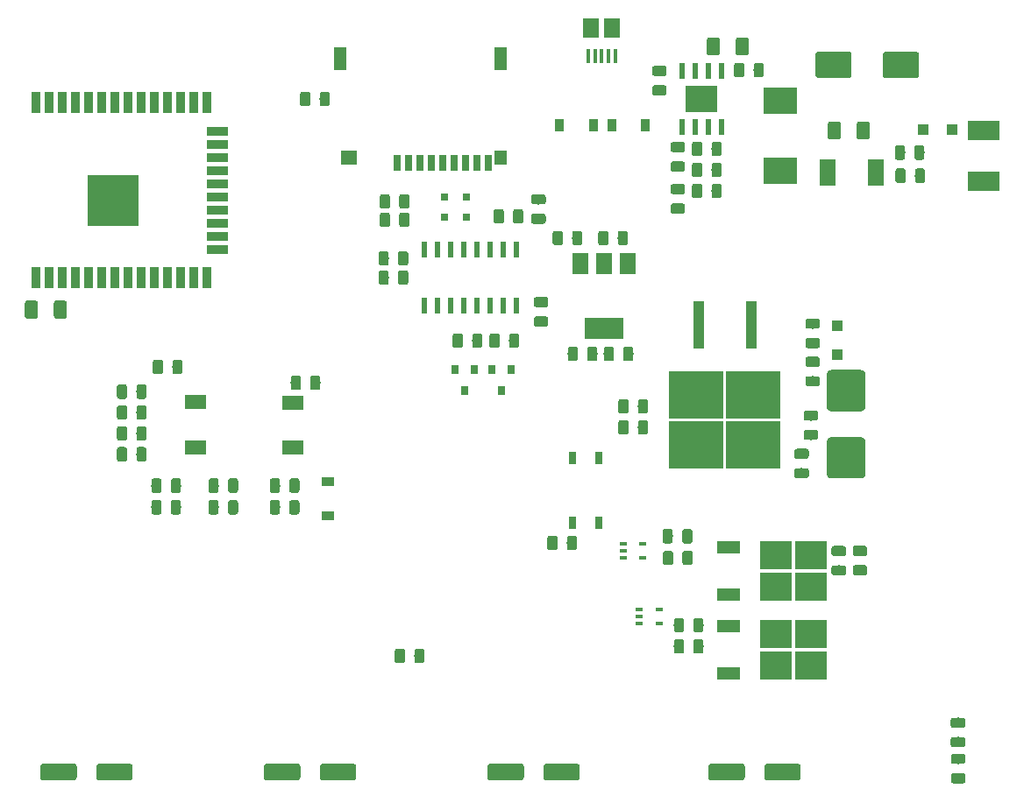
<source format=gtp>
G04 #@! TF.GenerationSoftware,KiCad,Pcbnew,5.0.2-bee76a0~70~ubuntu18.04.1*
G04 #@! TF.CreationDate,2019-10-06T12:17:10+09:00*
G04 #@! TF.ProjectId,MRR_ESPA,4d52525f-4553-4504-912e-6b696361645f,v1.3*
G04 #@! TF.SameCoordinates,Original*
G04 #@! TF.FileFunction,Paste,Top*
G04 #@! TF.FilePolarity,Positive*
%FSLAX46Y46*%
G04 Gerber Fmt 4.6, Leading zero omitted, Abs format (unit mm)*
G04 Created by KiCad (PCBNEW 5.0.2-bee76a0~70~ubuntu18.04.1) date Sun 06 Oct 2019 12:17:10 PM JST*
%MOMM*%
%LPD*%
G01*
G04 APERTURE LIST*
%ADD10C,0.100000*%
%ADD11C,0.975000*%
%ADD12C,3.750000*%
%ADD13C,1.250000*%
%ADD14R,1.500000X1.900000*%
%ADD15R,0.400000X1.350000*%
%ADD16C,2.500000*%
%ADD17C,1.600000*%
%ADD18R,5.250000X4.550000*%
%ADD19R,1.100000X4.600000*%
%ADD20R,3.050000X2.750000*%
%ADD21R,2.200000X1.200000*%
%ADD22R,0.800000X0.900000*%
%ADD23R,0.900000X2.000000*%
%ADD24R,2.000000X0.900000*%
%ADD25R,5.000000X5.000000*%
%ADD26R,0.600000X1.550000*%
%ADD27R,3.100000X2.600000*%
%ADD28R,0.600000X1.500000*%
%ADD29R,1.500000X2.000000*%
%ADD30R,3.800000X2.000000*%
%ADD31R,0.700000X1.600000*%
%ADD32R,1.200000X1.400000*%
%ADD33R,1.600000X1.400000*%
%ADD34R,1.200000X2.200000*%
%ADD35R,3.150000X1.960000*%
%ADD36R,1.500000X2.500000*%
%ADD37R,2.100000X1.450000*%
%ADD38R,3.300000X2.500000*%
%ADD39R,1.200000X0.900000*%
%ADD40R,1.100000X1.100000*%
%ADD41R,0.800000X0.800000*%
%ADD42R,0.800000X1.200000*%
%ADD43R,0.650000X0.400000*%
%ADD44R,0.900000X1.200000*%
G04 APERTURE END LIST*
D10*
G04 #@! TO.C,C14*
G36*
X103405142Y-67101174D02*
X103428803Y-67104684D01*
X103452007Y-67110496D01*
X103474529Y-67118554D01*
X103496153Y-67128782D01*
X103516670Y-67141079D01*
X103535883Y-67155329D01*
X103553607Y-67171393D01*
X103569671Y-67189117D01*
X103583921Y-67208330D01*
X103596218Y-67228847D01*
X103606446Y-67250471D01*
X103614504Y-67272993D01*
X103620316Y-67296197D01*
X103623826Y-67319858D01*
X103625000Y-67343750D01*
X103625000Y-68256250D01*
X103623826Y-68280142D01*
X103620316Y-68303803D01*
X103614504Y-68327007D01*
X103606446Y-68349529D01*
X103596218Y-68371153D01*
X103583921Y-68391670D01*
X103569671Y-68410883D01*
X103553607Y-68428607D01*
X103535883Y-68444671D01*
X103516670Y-68458921D01*
X103496153Y-68471218D01*
X103474529Y-68481446D01*
X103452007Y-68489504D01*
X103428803Y-68495316D01*
X103405142Y-68498826D01*
X103381250Y-68500000D01*
X102893750Y-68500000D01*
X102869858Y-68498826D01*
X102846197Y-68495316D01*
X102822993Y-68489504D01*
X102800471Y-68481446D01*
X102778847Y-68471218D01*
X102758330Y-68458921D01*
X102739117Y-68444671D01*
X102721393Y-68428607D01*
X102705329Y-68410883D01*
X102691079Y-68391670D01*
X102678782Y-68371153D01*
X102668554Y-68349529D01*
X102660496Y-68327007D01*
X102654684Y-68303803D01*
X102651174Y-68280142D01*
X102650000Y-68256250D01*
X102650000Y-67343750D01*
X102651174Y-67319858D01*
X102654684Y-67296197D01*
X102660496Y-67272993D01*
X102668554Y-67250471D01*
X102678782Y-67228847D01*
X102691079Y-67208330D01*
X102705329Y-67189117D01*
X102721393Y-67171393D01*
X102739117Y-67155329D01*
X102758330Y-67141079D01*
X102778847Y-67128782D01*
X102800471Y-67118554D01*
X102822993Y-67110496D01*
X102846197Y-67104684D01*
X102869858Y-67101174D01*
X102893750Y-67100000D01*
X103381250Y-67100000D01*
X103405142Y-67101174D01*
X103405142Y-67101174D01*
G37*
D11*
X103137500Y-67800000D03*
D10*
G36*
X101530142Y-67101174D02*
X101553803Y-67104684D01*
X101577007Y-67110496D01*
X101599529Y-67118554D01*
X101621153Y-67128782D01*
X101641670Y-67141079D01*
X101660883Y-67155329D01*
X101678607Y-67171393D01*
X101694671Y-67189117D01*
X101708921Y-67208330D01*
X101721218Y-67228847D01*
X101731446Y-67250471D01*
X101739504Y-67272993D01*
X101745316Y-67296197D01*
X101748826Y-67319858D01*
X101750000Y-67343750D01*
X101750000Y-68256250D01*
X101748826Y-68280142D01*
X101745316Y-68303803D01*
X101739504Y-68327007D01*
X101731446Y-68349529D01*
X101721218Y-68371153D01*
X101708921Y-68391670D01*
X101694671Y-68410883D01*
X101678607Y-68428607D01*
X101660883Y-68444671D01*
X101641670Y-68458921D01*
X101621153Y-68471218D01*
X101599529Y-68481446D01*
X101577007Y-68489504D01*
X101553803Y-68495316D01*
X101530142Y-68498826D01*
X101506250Y-68500000D01*
X101018750Y-68500000D01*
X100994858Y-68498826D01*
X100971197Y-68495316D01*
X100947993Y-68489504D01*
X100925471Y-68481446D01*
X100903847Y-68471218D01*
X100883330Y-68458921D01*
X100864117Y-68444671D01*
X100846393Y-68428607D01*
X100830329Y-68410883D01*
X100816079Y-68391670D01*
X100803782Y-68371153D01*
X100793554Y-68349529D01*
X100785496Y-68327007D01*
X100779684Y-68303803D01*
X100776174Y-68280142D01*
X100775000Y-68256250D01*
X100775000Y-67343750D01*
X100776174Y-67319858D01*
X100779684Y-67296197D01*
X100785496Y-67272993D01*
X100793554Y-67250471D01*
X100803782Y-67228847D01*
X100816079Y-67208330D01*
X100830329Y-67189117D01*
X100846393Y-67171393D01*
X100864117Y-67155329D01*
X100883330Y-67141079D01*
X100903847Y-67128782D01*
X100925471Y-67118554D01*
X100947993Y-67110496D01*
X100971197Y-67104684D01*
X100994858Y-67101174D01*
X101018750Y-67100000D01*
X101506250Y-67100000D01*
X101530142Y-67101174D01*
X101530142Y-67101174D01*
G37*
D11*
X101262500Y-67800000D03*
G04 #@! TD*
D10*
G04 #@! TO.C,C13*
G36*
X97130142Y-67101174D02*
X97153803Y-67104684D01*
X97177007Y-67110496D01*
X97199529Y-67118554D01*
X97221153Y-67128782D01*
X97241670Y-67141079D01*
X97260883Y-67155329D01*
X97278607Y-67171393D01*
X97294671Y-67189117D01*
X97308921Y-67208330D01*
X97321218Y-67228847D01*
X97331446Y-67250471D01*
X97339504Y-67272993D01*
X97345316Y-67296197D01*
X97348826Y-67319858D01*
X97350000Y-67343750D01*
X97350000Y-68256250D01*
X97348826Y-68280142D01*
X97345316Y-68303803D01*
X97339504Y-68327007D01*
X97331446Y-68349529D01*
X97321218Y-68371153D01*
X97308921Y-68391670D01*
X97294671Y-68410883D01*
X97278607Y-68428607D01*
X97260883Y-68444671D01*
X97241670Y-68458921D01*
X97221153Y-68471218D01*
X97199529Y-68481446D01*
X97177007Y-68489504D01*
X97153803Y-68495316D01*
X97130142Y-68498826D01*
X97106250Y-68500000D01*
X96618750Y-68500000D01*
X96594858Y-68498826D01*
X96571197Y-68495316D01*
X96547993Y-68489504D01*
X96525471Y-68481446D01*
X96503847Y-68471218D01*
X96483330Y-68458921D01*
X96464117Y-68444671D01*
X96446393Y-68428607D01*
X96430329Y-68410883D01*
X96416079Y-68391670D01*
X96403782Y-68371153D01*
X96393554Y-68349529D01*
X96385496Y-68327007D01*
X96379684Y-68303803D01*
X96376174Y-68280142D01*
X96375000Y-68256250D01*
X96375000Y-67343750D01*
X96376174Y-67319858D01*
X96379684Y-67296197D01*
X96385496Y-67272993D01*
X96393554Y-67250471D01*
X96403782Y-67228847D01*
X96416079Y-67208330D01*
X96430329Y-67189117D01*
X96446393Y-67171393D01*
X96464117Y-67155329D01*
X96483330Y-67141079D01*
X96503847Y-67128782D01*
X96525471Y-67118554D01*
X96547993Y-67110496D01*
X96571197Y-67104684D01*
X96594858Y-67101174D01*
X96618750Y-67100000D01*
X97106250Y-67100000D01*
X97130142Y-67101174D01*
X97130142Y-67101174D01*
G37*
D11*
X96862500Y-67800000D03*
D10*
G36*
X99005142Y-67101174D02*
X99028803Y-67104684D01*
X99052007Y-67110496D01*
X99074529Y-67118554D01*
X99096153Y-67128782D01*
X99116670Y-67141079D01*
X99135883Y-67155329D01*
X99153607Y-67171393D01*
X99169671Y-67189117D01*
X99183921Y-67208330D01*
X99196218Y-67228847D01*
X99206446Y-67250471D01*
X99214504Y-67272993D01*
X99220316Y-67296197D01*
X99223826Y-67319858D01*
X99225000Y-67343750D01*
X99225000Y-68256250D01*
X99223826Y-68280142D01*
X99220316Y-68303803D01*
X99214504Y-68327007D01*
X99206446Y-68349529D01*
X99196218Y-68371153D01*
X99183921Y-68391670D01*
X99169671Y-68410883D01*
X99153607Y-68428607D01*
X99135883Y-68444671D01*
X99116670Y-68458921D01*
X99096153Y-68471218D01*
X99074529Y-68481446D01*
X99052007Y-68489504D01*
X99028803Y-68495316D01*
X99005142Y-68498826D01*
X98981250Y-68500000D01*
X98493750Y-68500000D01*
X98469858Y-68498826D01*
X98446197Y-68495316D01*
X98422993Y-68489504D01*
X98400471Y-68481446D01*
X98378847Y-68471218D01*
X98358330Y-68458921D01*
X98339117Y-68444671D01*
X98321393Y-68428607D01*
X98305329Y-68410883D01*
X98291079Y-68391670D01*
X98278782Y-68371153D01*
X98268554Y-68349529D01*
X98260496Y-68327007D01*
X98254684Y-68303803D01*
X98251174Y-68280142D01*
X98250000Y-68256250D01*
X98250000Y-67343750D01*
X98251174Y-67319858D01*
X98254684Y-67296197D01*
X98260496Y-67272993D01*
X98268554Y-67250471D01*
X98278782Y-67228847D01*
X98291079Y-67208330D01*
X98305329Y-67189117D01*
X98321393Y-67171393D01*
X98339117Y-67155329D01*
X98358330Y-67141079D01*
X98378847Y-67128782D01*
X98400471Y-67118554D01*
X98422993Y-67110496D01*
X98446197Y-67104684D01*
X98469858Y-67101174D01*
X98493750Y-67100000D01*
X98981250Y-67100000D01*
X99005142Y-67101174D01*
X99005142Y-67101174D01*
G37*
D11*
X98737500Y-67800000D03*
G04 #@! TD*
D10*
G04 #@! TO.C,F2*
G36*
X126152196Y-80552257D02*
X126197699Y-80559007D01*
X126242321Y-80570184D01*
X126285633Y-80585681D01*
X126327217Y-80605349D01*
X126366674Y-80628999D01*
X126403622Y-80656401D01*
X126437706Y-80687294D01*
X126468599Y-80721378D01*
X126496001Y-80758326D01*
X126519651Y-80797783D01*
X126539319Y-80839367D01*
X126554816Y-80882679D01*
X126565993Y-80927301D01*
X126572743Y-80972804D01*
X126575000Y-81018750D01*
X126575000Y-84081250D01*
X126572743Y-84127196D01*
X126565993Y-84172699D01*
X126554816Y-84217321D01*
X126539319Y-84260633D01*
X126519651Y-84302217D01*
X126496001Y-84341674D01*
X126468599Y-84378622D01*
X126437706Y-84412706D01*
X126403622Y-84443599D01*
X126366674Y-84471001D01*
X126327217Y-84494651D01*
X126285633Y-84514319D01*
X126242321Y-84529816D01*
X126197699Y-84540993D01*
X126152196Y-84547743D01*
X126106250Y-84550000D01*
X123293750Y-84550000D01*
X123247804Y-84547743D01*
X123202301Y-84540993D01*
X123157679Y-84529816D01*
X123114367Y-84514319D01*
X123072783Y-84494651D01*
X123033326Y-84471001D01*
X122996378Y-84443599D01*
X122962294Y-84412706D01*
X122931401Y-84378622D01*
X122903999Y-84341674D01*
X122880349Y-84302217D01*
X122860681Y-84260633D01*
X122845184Y-84217321D01*
X122834007Y-84172699D01*
X122827257Y-84127196D01*
X122825000Y-84081250D01*
X122825000Y-81018750D01*
X122827257Y-80972804D01*
X122834007Y-80927301D01*
X122845184Y-80882679D01*
X122860681Y-80839367D01*
X122880349Y-80797783D01*
X122903999Y-80758326D01*
X122931401Y-80721378D01*
X122962294Y-80687294D01*
X122996378Y-80656401D01*
X123033326Y-80628999D01*
X123072783Y-80605349D01*
X123114367Y-80585681D01*
X123157679Y-80570184D01*
X123202301Y-80559007D01*
X123247804Y-80552257D01*
X123293750Y-80550000D01*
X126106250Y-80550000D01*
X126152196Y-80552257D01*
X126152196Y-80552257D01*
G37*
D12*
X124700000Y-82550000D03*
D10*
G36*
X126152196Y-87052257D02*
X126197699Y-87059007D01*
X126242321Y-87070184D01*
X126285633Y-87085681D01*
X126327217Y-87105349D01*
X126366674Y-87128999D01*
X126403622Y-87156401D01*
X126437706Y-87187294D01*
X126468599Y-87221378D01*
X126496001Y-87258326D01*
X126519651Y-87297783D01*
X126539319Y-87339367D01*
X126554816Y-87382679D01*
X126565993Y-87427301D01*
X126572743Y-87472804D01*
X126575000Y-87518750D01*
X126575000Y-90581250D01*
X126572743Y-90627196D01*
X126565993Y-90672699D01*
X126554816Y-90717321D01*
X126539319Y-90760633D01*
X126519651Y-90802217D01*
X126496001Y-90841674D01*
X126468599Y-90878622D01*
X126437706Y-90912706D01*
X126403622Y-90943599D01*
X126366674Y-90971001D01*
X126327217Y-90994651D01*
X126285633Y-91014319D01*
X126242321Y-91029816D01*
X126197699Y-91040993D01*
X126152196Y-91047743D01*
X126106250Y-91050000D01*
X123293750Y-91050000D01*
X123247804Y-91047743D01*
X123202301Y-91040993D01*
X123157679Y-91029816D01*
X123114367Y-91014319D01*
X123072783Y-90994651D01*
X123033326Y-90971001D01*
X122996378Y-90943599D01*
X122962294Y-90912706D01*
X122931401Y-90878622D01*
X122903999Y-90841674D01*
X122880349Y-90802217D01*
X122860681Y-90760633D01*
X122845184Y-90717321D01*
X122834007Y-90672699D01*
X122827257Y-90627196D01*
X122825000Y-90581250D01*
X122825000Y-87518750D01*
X122827257Y-87472804D01*
X122834007Y-87427301D01*
X122845184Y-87382679D01*
X122860681Y-87339367D01*
X122880349Y-87297783D01*
X122903999Y-87258326D01*
X122931401Y-87221378D01*
X122962294Y-87187294D01*
X122996378Y-87156401D01*
X123033326Y-87128999D01*
X123072783Y-87105349D01*
X123114367Y-87085681D01*
X123157679Y-87070184D01*
X123202301Y-87059007D01*
X123247804Y-87052257D01*
X123293750Y-87050000D01*
X126106250Y-87050000D01*
X126152196Y-87052257D01*
X126152196Y-87052257D01*
G37*
D12*
X124700000Y-89050000D03*
G04 #@! TD*
D10*
G04 #@! TO.C,C7*
G36*
X112283504Y-48402204D02*
X112307773Y-48405804D01*
X112331571Y-48411765D01*
X112354671Y-48420030D01*
X112376849Y-48430520D01*
X112397893Y-48443133D01*
X112417598Y-48457747D01*
X112435777Y-48474223D01*
X112452253Y-48492402D01*
X112466867Y-48512107D01*
X112479480Y-48533151D01*
X112489970Y-48555329D01*
X112498235Y-48578429D01*
X112504196Y-48602227D01*
X112507796Y-48626496D01*
X112509000Y-48651000D01*
X112509000Y-49901000D01*
X112507796Y-49925504D01*
X112504196Y-49949773D01*
X112498235Y-49973571D01*
X112489970Y-49996671D01*
X112479480Y-50018849D01*
X112466867Y-50039893D01*
X112452253Y-50059598D01*
X112435777Y-50077777D01*
X112417598Y-50094253D01*
X112397893Y-50108867D01*
X112376849Y-50121480D01*
X112354671Y-50131970D01*
X112331571Y-50140235D01*
X112307773Y-50146196D01*
X112283504Y-50149796D01*
X112259000Y-50151000D01*
X111509000Y-50151000D01*
X111484496Y-50149796D01*
X111460227Y-50146196D01*
X111436429Y-50140235D01*
X111413329Y-50131970D01*
X111391151Y-50121480D01*
X111370107Y-50108867D01*
X111350402Y-50094253D01*
X111332223Y-50077777D01*
X111315747Y-50059598D01*
X111301133Y-50039893D01*
X111288520Y-50018849D01*
X111278030Y-49996671D01*
X111269765Y-49973571D01*
X111263804Y-49949773D01*
X111260204Y-49925504D01*
X111259000Y-49901000D01*
X111259000Y-48651000D01*
X111260204Y-48626496D01*
X111263804Y-48602227D01*
X111269765Y-48578429D01*
X111278030Y-48555329D01*
X111288520Y-48533151D01*
X111301133Y-48512107D01*
X111315747Y-48492402D01*
X111332223Y-48474223D01*
X111350402Y-48457747D01*
X111370107Y-48443133D01*
X111391151Y-48430520D01*
X111413329Y-48420030D01*
X111436429Y-48411765D01*
X111460227Y-48405804D01*
X111484496Y-48402204D01*
X111509000Y-48401000D01*
X112259000Y-48401000D01*
X112283504Y-48402204D01*
X112283504Y-48402204D01*
G37*
D13*
X111884000Y-49276000D03*
D10*
G36*
X115083504Y-48402204D02*
X115107773Y-48405804D01*
X115131571Y-48411765D01*
X115154671Y-48420030D01*
X115176849Y-48430520D01*
X115197893Y-48443133D01*
X115217598Y-48457747D01*
X115235777Y-48474223D01*
X115252253Y-48492402D01*
X115266867Y-48512107D01*
X115279480Y-48533151D01*
X115289970Y-48555329D01*
X115298235Y-48578429D01*
X115304196Y-48602227D01*
X115307796Y-48626496D01*
X115309000Y-48651000D01*
X115309000Y-49901000D01*
X115307796Y-49925504D01*
X115304196Y-49949773D01*
X115298235Y-49973571D01*
X115289970Y-49996671D01*
X115279480Y-50018849D01*
X115266867Y-50039893D01*
X115252253Y-50059598D01*
X115235777Y-50077777D01*
X115217598Y-50094253D01*
X115197893Y-50108867D01*
X115176849Y-50121480D01*
X115154671Y-50131970D01*
X115131571Y-50140235D01*
X115107773Y-50146196D01*
X115083504Y-50149796D01*
X115059000Y-50151000D01*
X114309000Y-50151000D01*
X114284496Y-50149796D01*
X114260227Y-50146196D01*
X114236429Y-50140235D01*
X114213329Y-50131970D01*
X114191151Y-50121480D01*
X114170107Y-50108867D01*
X114150402Y-50094253D01*
X114132223Y-50077777D01*
X114115747Y-50059598D01*
X114101133Y-50039893D01*
X114088520Y-50018849D01*
X114078030Y-49996671D01*
X114069765Y-49973571D01*
X114063804Y-49949773D01*
X114060204Y-49925504D01*
X114059000Y-49901000D01*
X114059000Y-48651000D01*
X114060204Y-48626496D01*
X114063804Y-48602227D01*
X114069765Y-48578429D01*
X114078030Y-48555329D01*
X114088520Y-48533151D01*
X114101133Y-48512107D01*
X114115747Y-48492402D01*
X114132223Y-48474223D01*
X114150402Y-48457747D01*
X114170107Y-48443133D01*
X114191151Y-48430520D01*
X114213329Y-48420030D01*
X114236429Y-48411765D01*
X114260227Y-48405804D01*
X114284496Y-48402204D01*
X114309000Y-48401000D01*
X115059000Y-48401000D01*
X115083504Y-48402204D01*
X115083504Y-48402204D01*
G37*
D13*
X114684000Y-49276000D03*
G04 #@! TD*
D14*
G04 #@! TO.C,J16*
X102092000Y-47530500D03*
D15*
X101092000Y-50230500D03*
X100442000Y-50230500D03*
X99792000Y-50230500D03*
X102392000Y-50230500D03*
X101742000Y-50230500D03*
D14*
X100092000Y-47530500D03*
G04 #@! TD*
D10*
G04 #@! TO.C,C1*
G36*
X60249127Y-93135844D02*
X60272788Y-93139354D01*
X60295992Y-93145166D01*
X60318514Y-93153224D01*
X60340138Y-93163452D01*
X60360655Y-93175749D01*
X60379868Y-93189999D01*
X60397592Y-93206063D01*
X60413656Y-93223787D01*
X60427906Y-93243000D01*
X60440203Y-93263517D01*
X60450431Y-93285141D01*
X60458489Y-93307663D01*
X60464301Y-93330867D01*
X60467811Y-93354528D01*
X60468985Y-93378420D01*
X60468985Y-94290920D01*
X60467811Y-94314812D01*
X60464301Y-94338473D01*
X60458489Y-94361677D01*
X60450431Y-94384199D01*
X60440203Y-94405823D01*
X60427906Y-94426340D01*
X60413656Y-94445553D01*
X60397592Y-94463277D01*
X60379868Y-94479341D01*
X60360655Y-94493591D01*
X60340138Y-94505888D01*
X60318514Y-94516116D01*
X60295992Y-94524174D01*
X60272788Y-94529986D01*
X60249127Y-94533496D01*
X60225235Y-94534670D01*
X59737735Y-94534670D01*
X59713843Y-94533496D01*
X59690182Y-94529986D01*
X59666978Y-94524174D01*
X59644456Y-94516116D01*
X59622832Y-94505888D01*
X59602315Y-94493591D01*
X59583102Y-94479341D01*
X59565378Y-94463277D01*
X59549314Y-94445553D01*
X59535064Y-94426340D01*
X59522767Y-94405823D01*
X59512539Y-94384199D01*
X59504481Y-94361677D01*
X59498669Y-94338473D01*
X59495159Y-94314812D01*
X59493985Y-94290920D01*
X59493985Y-93378420D01*
X59495159Y-93354528D01*
X59498669Y-93330867D01*
X59504481Y-93307663D01*
X59512539Y-93285141D01*
X59522767Y-93263517D01*
X59535064Y-93243000D01*
X59549314Y-93223787D01*
X59565378Y-93206063D01*
X59583102Y-93189999D01*
X59602315Y-93175749D01*
X59622832Y-93163452D01*
X59644456Y-93153224D01*
X59666978Y-93145166D01*
X59690182Y-93139354D01*
X59713843Y-93135844D01*
X59737735Y-93134670D01*
X60225235Y-93134670D01*
X60249127Y-93135844D01*
X60249127Y-93135844D01*
G37*
D11*
X59981485Y-93834670D03*
D10*
G36*
X58374127Y-93135844D02*
X58397788Y-93139354D01*
X58420992Y-93145166D01*
X58443514Y-93153224D01*
X58465138Y-93163452D01*
X58485655Y-93175749D01*
X58504868Y-93189999D01*
X58522592Y-93206063D01*
X58538656Y-93223787D01*
X58552906Y-93243000D01*
X58565203Y-93263517D01*
X58575431Y-93285141D01*
X58583489Y-93307663D01*
X58589301Y-93330867D01*
X58592811Y-93354528D01*
X58593985Y-93378420D01*
X58593985Y-94290920D01*
X58592811Y-94314812D01*
X58589301Y-94338473D01*
X58583489Y-94361677D01*
X58575431Y-94384199D01*
X58565203Y-94405823D01*
X58552906Y-94426340D01*
X58538656Y-94445553D01*
X58522592Y-94463277D01*
X58504868Y-94479341D01*
X58485655Y-94493591D01*
X58465138Y-94505888D01*
X58443514Y-94516116D01*
X58420992Y-94524174D01*
X58397788Y-94529986D01*
X58374127Y-94533496D01*
X58350235Y-94534670D01*
X57862735Y-94534670D01*
X57838843Y-94533496D01*
X57815182Y-94529986D01*
X57791978Y-94524174D01*
X57769456Y-94516116D01*
X57747832Y-94505888D01*
X57727315Y-94493591D01*
X57708102Y-94479341D01*
X57690378Y-94463277D01*
X57674314Y-94445553D01*
X57660064Y-94426340D01*
X57647767Y-94405823D01*
X57637539Y-94384199D01*
X57629481Y-94361677D01*
X57623669Y-94338473D01*
X57620159Y-94314812D01*
X57618985Y-94290920D01*
X57618985Y-93378420D01*
X57620159Y-93354528D01*
X57623669Y-93330867D01*
X57629481Y-93307663D01*
X57637539Y-93285141D01*
X57647767Y-93263517D01*
X57660064Y-93243000D01*
X57674314Y-93223787D01*
X57690378Y-93206063D01*
X57708102Y-93189999D01*
X57727315Y-93175749D01*
X57747832Y-93163452D01*
X57769456Y-93153224D01*
X57791978Y-93145166D01*
X57815182Y-93139354D01*
X57838843Y-93135844D01*
X57862735Y-93134670D01*
X58350235Y-93134670D01*
X58374127Y-93135844D01*
X58374127Y-93135844D01*
G37*
D11*
X58106485Y-93834670D03*
G04 #@! TD*
D10*
G04 #@! TO.C,C2*
G36*
X71689127Y-93135844D02*
X71712788Y-93139354D01*
X71735992Y-93145166D01*
X71758514Y-93153224D01*
X71780138Y-93163452D01*
X71800655Y-93175749D01*
X71819868Y-93189999D01*
X71837592Y-93206063D01*
X71853656Y-93223787D01*
X71867906Y-93243000D01*
X71880203Y-93263517D01*
X71890431Y-93285141D01*
X71898489Y-93307663D01*
X71904301Y-93330867D01*
X71907811Y-93354528D01*
X71908985Y-93378420D01*
X71908985Y-94290920D01*
X71907811Y-94314812D01*
X71904301Y-94338473D01*
X71898489Y-94361677D01*
X71890431Y-94384199D01*
X71880203Y-94405823D01*
X71867906Y-94426340D01*
X71853656Y-94445553D01*
X71837592Y-94463277D01*
X71819868Y-94479341D01*
X71800655Y-94493591D01*
X71780138Y-94505888D01*
X71758514Y-94516116D01*
X71735992Y-94524174D01*
X71712788Y-94529986D01*
X71689127Y-94533496D01*
X71665235Y-94534670D01*
X71177735Y-94534670D01*
X71153843Y-94533496D01*
X71130182Y-94529986D01*
X71106978Y-94524174D01*
X71084456Y-94516116D01*
X71062832Y-94505888D01*
X71042315Y-94493591D01*
X71023102Y-94479341D01*
X71005378Y-94463277D01*
X70989314Y-94445553D01*
X70975064Y-94426340D01*
X70962767Y-94405823D01*
X70952539Y-94384199D01*
X70944481Y-94361677D01*
X70938669Y-94338473D01*
X70935159Y-94314812D01*
X70933985Y-94290920D01*
X70933985Y-93378420D01*
X70935159Y-93354528D01*
X70938669Y-93330867D01*
X70944481Y-93307663D01*
X70952539Y-93285141D01*
X70962767Y-93263517D01*
X70975064Y-93243000D01*
X70989314Y-93223787D01*
X71005378Y-93206063D01*
X71023102Y-93189999D01*
X71042315Y-93175749D01*
X71062832Y-93163452D01*
X71084456Y-93153224D01*
X71106978Y-93145166D01*
X71130182Y-93139354D01*
X71153843Y-93135844D01*
X71177735Y-93134670D01*
X71665235Y-93134670D01*
X71689127Y-93135844D01*
X71689127Y-93135844D01*
G37*
D11*
X71421485Y-93834670D03*
D10*
G36*
X69814127Y-93135844D02*
X69837788Y-93139354D01*
X69860992Y-93145166D01*
X69883514Y-93153224D01*
X69905138Y-93163452D01*
X69925655Y-93175749D01*
X69944868Y-93189999D01*
X69962592Y-93206063D01*
X69978656Y-93223787D01*
X69992906Y-93243000D01*
X70005203Y-93263517D01*
X70015431Y-93285141D01*
X70023489Y-93307663D01*
X70029301Y-93330867D01*
X70032811Y-93354528D01*
X70033985Y-93378420D01*
X70033985Y-94290920D01*
X70032811Y-94314812D01*
X70029301Y-94338473D01*
X70023489Y-94361677D01*
X70015431Y-94384199D01*
X70005203Y-94405823D01*
X69992906Y-94426340D01*
X69978656Y-94445553D01*
X69962592Y-94463277D01*
X69944868Y-94479341D01*
X69925655Y-94493591D01*
X69905138Y-94505888D01*
X69883514Y-94516116D01*
X69860992Y-94524174D01*
X69837788Y-94529986D01*
X69814127Y-94533496D01*
X69790235Y-94534670D01*
X69302735Y-94534670D01*
X69278843Y-94533496D01*
X69255182Y-94529986D01*
X69231978Y-94524174D01*
X69209456Y-94516116D01*
X69187832Y-94505888D01*
X69167315Y-94493591D01*
X69148102Y-94479341D01*
X69130378Y-94463277D01*
X69114314Y-94445553D01*
X69100064Y-94426340D01*
X69087767Y-94405823D01*
X69077539Y-94384199D01*
X69069481Y-94361677D01*
X69063669Y-94338473D01*
X69060159Y-94314812D01*
X69058985Y-94290920D01*
X69058985Y-93378420D01*
X69060159Y-93354528D01*
X69063669Y-93330867D01*
X69069481Y-93307663D01*
X69077539Y-93285141D01*
X69087767Y-93263517D01*
X69100064Y-93243000D01*
X69114314Y-93223787D01*
X69130378Y-93206063D01*
X69148102Y-93189999D01*
X69167315Y-93175749D01*
X69187832Y-93163452D01*
X69209456Y-93153224D01*
X69231978Y-93145166D01*
X69255182Y-93139354D01*
X69278843Y-93135844D01*
X69302735Y-93134670D01*
X69790235Y-93134670D01*
X69814127Y-93135844D01*
X69814127Y-93135844D01*
G37*
D11*
X69546485Y-93834670D03*
G04 #@! TD*
D10*
G04 #@! TO.C,C3*
G36*
X65765127Y-93135844D02*
X65788788Y-93139354D01*
X65811992Y-93145166D01*
X65834514Y-93153224D01*
X65856138Y-93163452D01*
X65876655Y-93175749D01*
X65895868Y-93189999D01*
X65913592Y-93206063D01*
X65929656Y-93223787D01*
X65943906Y-93243000D01*
X65956203Y-93263517D01*
X65966431Y-93285141D01*
X65974489Y-93307663D01*
X65980301Y-93330867D01*
X65983811Y-93354528D01*
X65984985Y-93378420D01*
X65984985Y-94290920D01*
X65983811Y-94314812D01*
X65980301Y-94338473D01*
X65974489Y-94361677D01*
X65966431Y-94384199D01*
X65956203Y-94405823D01*
X65943906Y-94426340D01*
X65929656Y-94445553D01*
X65913592Y-94463277D01*
X65895868Y-94479341D01*
X65876655Y-94493591D01*
X65856138Y-94505888D01*
X65834514Y-94516116D01*
X65811992Y-94524174D01*
X65788788Y-94529986D01*
X65765127Y-94533496D01*
X65741235Y-94534670D01*
X65253735Y-94534670D01*
X65229843Y-94533496D01*
X65206182Y-94529986D01*
X65182978Y-94524174D01*
X65160456Y-94516116D01*
X65138832Y-94505888D01*
X65118315Y-94493591D01*
X65099102Y-94479341D01*
X65081378Y-94463277D01*
X65065314Y-94445553D01*
X65051064Y-94426340D01*
X65038767Y-94405823D01*
X65028539Y-94384199D01*
X65020481Y-94361677D01*
X65014669Y-94338473D01*
X65011159Y-94314812D01*
X65009985Y-94290920D01*
X65009985Y-93378420D01*
X65011159Y-93354528D01*
X65014669Y-93330867D01*
X65020481Y-93307663D01*
X65028539Y-93285141D01*
X65038767Y-93263517D01*
X65051064Y-93243000D01*
X65065314Y-93223787D01*
X65081378Y-93206063D01*
X65099102Y-93189999D01*
X65118315Y-93175749D01*
X65138832Y-93163452D01*
X65160456Y-93153224D01*
X65182978Y-93145166D01*
X65206182Y-93139354D01*
X65229843Y-93135844D01*
X65253735Y-93134670D01*
X65741235Y-93134670D01*
X65765127Y-93135844D01*
X65765127Y-93135844D01*
G37*
D11*
X65497485Y-93834670D03*
D10*
G36*
X63890127Y-93135844D02*
X63913788Y-93139354D01*
X63936992Y-93145166D01*
X63959514Y-93153224D01*
X63981138Y-93163452D01*
X64001655Y-93175749D01*
X64020868Y-93189999D01*
X64038592Y-93206063D01*
X64054656Y-93223787D01*
X64068906Y-93243000D01*
X64081203Y-93263517D01*
X64091431Y-93285141D01*
X64099489Y-93307663D01*
X64105301Y-93330867D01*
X64108811Y-93354528D01*
X64109985Y-93378420D01*
X64109985Y-94290920D01*
X64108811Y-94314812D01*
X64105301Y-94338473D01*
X64099489Y-94361677D01*
X64091431Y-94384199D01*
X64081203Y-94405823D01*
X64068906Y-94426340D01*
X64054656Y-94445553D01*
X64038592Y-94463277D01*
X64020868Y-94479341D01*
X64001655Y-94493591D01*
X63981138Y-94505888D01*
X63959514Y-94516116D01*
X63936992Y-94524174D01*
X63913788Y-94529986D01*
X63890127Y-94533496D01*
X63866235Y-94534670D01*
X63378735Y-94534670D01*
X63354843Y-94533496D01*
X63331182Y-94529986D01*
X63307978Y-94524174D01*
X63285456Y-94516116D01*
X63263832Y-94505888D01*
X63243315Y-94493591D01*
X63224102Y-94479341D01*
X63206378Y-94463277D01*
X63190314Y-94445553D01*
X63176064Y-94426340D01*
X63163767Y-94405823D01*
X63153539Y-94384199D01*
X63145481Y-94361677D01*
X63139669Y-94338473D01*
X63136159Y-94314812D01*
X63134985Y-94290920D01*
X63134985Y-93378420D01*
X63136159Y-93354528D01*
X63139669Y-93330867D01*
X63145481Y-93307663D01*
X63153539Y-93285141D01*
X63163767Y-93263517D01*
X63176064Y-93243000D01*
X63190314Y-93223787D01*
X63206378Y-93206063D01*
X63224102Y-93189999D01*
X63243315Y-93175749D01*
X63263832Y-93163452D01*
X63285456Y-93153224D01*
X63307978Y-93145166D01*
X63331182Y-93139354D01*
X63354843Y-93135844D01*
X63378735Y-93134670D01*
X63866235Y-93134670D01*
X63890127Y-93135844D01*
X63890127Y-93135844D01*
G37*
D11*
X63622485Y-93834670D03*
G04 #@! TD*
D10*
G04 #@! TO.C,C4*
G36*
X131520504Y-49805204D02*
X131544773Y-49808804D01*
X131568571Y-49814765D01*
X131591671Y-49823030D01*
X131613849Y-49833520D01*
X131634893Y-49846133D01*
X131654598Y-49860747D01*
X131672777Y-49877223D01*
X131689253Y-49895402D01*
X131703867Y-49915107D01*
X131716480Y-49936151D01*
X131726970Y-49958329D01*
X131735235Y-49981429D01*
X131741196Y-50005227D01*
X131744796Y-50029496D01*
X131746000Y-50054000D01*
X131746000Y-52054000D01*
X131744796Y-52078504D01*
X131741196Y-52102773D01*
X131735235Y-52126571D01*
X131726970Y-52149671D01*
X131716480Y-52171849D01*
X131703867Y-52192893D01*
X131689253Y-52212598D01*
X131672777Y-52230777D01*
X131654598Y-52247253D01*
X131634893Y-52261867D01*
X131613849Y-52274480D01*
X131591671Y-52284970D01*
X131568571Y-52293235D01*
X131544773Y-52299196D01*
X131520504Y-52302796D01*
X131496000Y-52304000D01*
X128496000Y-52304000D01*
X128471496Y-52302796D01*
X128447227Y-52299196D01*
X128423429Y-52293235D01*
X128400329Y-52284970D01*
X128378151Y-52274480D01*
X128357107Y-52261867D01*
X128337402Y-52247253D01*
X128319223Y-52230777D01*
X128302747Y-52212598D01*
X128288133Y-52192893D01*
X128275520Y-52171849D01*
X128265030Y-52149671D01*
X128256765Y-52126571D01*
X128250804Y-52102773D01*
X128247204Y-52078504D01*
X128246000Y-52054000D01*
X128246000Y-50054000D01*
X128247204Y-50029496D01*
X128250804Y-50005227D01*
X128256765Y-49981429D01*
X128265030Y-49958329D01*
X128275520Y-49936151D01*
X128288133Y-49915107D01*
X128302747Y-49895402D01*
X128319223Y-49877223D01*
X128337402Y-49860747D01*
X128357107Y-49846133D01*
X128378151Y-49833520D01*
X128400329Y-49823030D01*
X128423429Y-49814765D01*
X128447227Y-49808804D01*
X128471496Y-49805204D01*
X128496000Y-49804000D01*
X131496000Y-49804000D01*
X131520504Y-49805204D01*
X131520504Y-49805204D01*
G37*
D16*
X129996000Y-51054000D03*
D10*
G36*
X125020504Y-49805204D02*
X125044773Y-49808804D01*
X125068571Y-49814765D01*
X125091671Y-49823030D01*
X125113849Y-49833520D01*
X125134893Y-49846133D01*
X125154598Y-49860747D01*
X125172777Y-49877223D01*
X125189253Y-49895402D01*
X125203867Y-49915107D01*
X125216480Y-49936151D01*
X125226970Y-49958329D01*
X125235235Y-49981429D01*
X125241196Y-50005227D01*
X125244796Y-50029496D01*
X125246000Y-50054000D01*
X125246000Y-52054000D01*
X125244796Y-52078504D01*
X125241196Y-52102773D01*
X125235235Y-52126571D01*
X125226970Y-52149671D01*
X125216480Y-52171849D01*
X125203867Y-52192893D01*
X125189253Y-52212598D01*
X125172777Y-52230777D01*
X125154598Y-52247253D01*
X125134893Y-52261867D01*
X125113849Y-52274480D01*
X125091671Y-52284970D01*
X125068571Y-52293235D01*
X125044773Y-52299196D01*
X125020504Y-52302796D01*
X124996000Y-52304000D01*
X121996000Y-52304000D01*
X121971496Y-52302796D01*
X121947227Y-52299196D01*
X121923429Y-52293235D01*
X121900329Y-52284970D01*
X121878151Y-52274480D01*
X121857107Y-52261867D01*
X121837402Y-52247253D01*
X121819223Y-52230777D01*
X121802747Y-52212598D01*
X121788133Y-52192893D01*
X121775520Y-52171849D01*
X121765030Y-52149671D01*
X121756765Y-52126571D01*
X121750804Y-52102773D01*
X121747204Y-52078504D01*
X121746000Y-52054000D01*
X121746000Y-50054000D01*
X121747204Y-50029496D01*
X121750804Y-50005227D01*
X121756765Y-49981429D01*
X121765030Y-49958329D01*
X121775520Y-49936151D01*
X121788133Y-49915107D01*
X121802747Y-49895402D01*
X121819223Y-49877223D01*
X121837402Y-49860747D01*
X121857107Y-49846133D01*
X121878151Y-49833520D01*
X121900329Y-49823030D01*
X121923429Y-49814765D01*
X121947227Y-49808804D01*
X121971496Y-49805204D01*
X121996000Y-49804000D01*
X124996000Y-49804000D01*
X125020504Y-49805204D01*
X125020504Y-49805204D01*
G37*
D16*
X123496000Y-51054000D03*
G04 #@! TD*
D10*
G04 #@! TO.C,C5*
G36*
X56920142Y-88006174D02*
X56943803Y-88009684D01*
X56967007Y-88015496D01*
X56989529Y-88023554D01*
X57011153Y-88033782D01*
X57031670Y-88046079D01*
X57050883Y-88060329D01*
X57068607Y-88076393D01*
X57084671Y-88094117D01*
X57098921Y-88113330D01*
X57111218Y-88133847D01*
X57121446Y-88155471D01*
X57129504Y-88177993D01*
X57135316Y-88201197D01*
X57138826Y-88224858D01*
X57140000Y-88248750D01*
X57140000Y-89161250D01*
X57138826Y-89185142D01*
X57135316Y-89208803D01*
X57129504Y-89232007D01*
X57121446Y-89254529D01*
X57111218Y-89276153D01*
X57098921Y-89296670D01*
X57084671Y-89315883D01*
X57068607Y-89333607D01*
X57050883Y-89349671D01*
X57031670Y-89363921D01*
X57011153Y-89376218D01*
X56989529Y-89386446D01*
X56967007Y-89394504D01*
X56943803Y-89400316D01*
X56920142Y-89403826D01*
X56896250Y-89405000D01*
X56408750Y-89405000D01*
X56384858Y-89403826D01*
X56361197Y-89400316D01*
X56337993Y-89394504D01*
X56315471Y-89386446D01*
X56293847Y-89376218D01*
X56273330Y-89363921D01*
X56254117Y-89349671D01*
X56236393Y-89333607D01*
X56220329Y-89315883D01*
X56206079Y-89296670D01*
X56193782Y-89276153D01*
X56183554Y-89254529D01*
X56175496Y-89232007D01*
X56169684Y-89208803D01*
X56166174Y-89185142D01*
X56165000Y-89161250D01*
X56165000Y-88248750D01*
X56166174Y-88224858D01*
X56169684Y-88201197D01*
X56175496Y-88177993D01*
X56183554Y-88155471D01*
X56193782Y-88133847D01*
X56206079Y-88113330D01*
X56220329Y-88094117D01*
X56236393Y-88076393D01*
X56254117Y-88060329D01*
X56273330Y-88046079D01*
X56293847Y-88033782D01*
X56315471Y-88023554D01*
X56337993Y-88015496D01*
X56361197Y-88009684D01*
X56384858Y-88006174D01*
X56408750Y-88005000D01*
X56896250Y-88005000D01*
X56920142Y-88006174D01*
X56920142Y-88006174D01*
G37*
D11*
X56652500Y-88705000D03*
D10*
G36*
X55045142Y-88006174D02*
X55068803Y-88009684D01*
X55092007Y-88015496D01*
X55114529Y-88023554D01*
X55136153Y-88033782D01*
X55156670Y-88046079D01*
X55175883Y-88060329D01*
X55193607Y-88076393D01*
X55209671Y-88094117D01*
X55223921Y-88113330D01*
X55236218Y-88133847D01*
X55246446Y-88155471D01*
X55254504Y-88177993D01*
X55260316Y-88201197D01*
X55263826Y-88224858D01*
X55265000Y-88248750D01*
X55265000Y-89161250D01*
X55263826Y-89185142D01*
X55260316Y-89208803D01*
X55254504Y-89232007D01*
X55246446Y-89254529D01*
X55236218Y-89276153D01*
X55223921Y-89296670D01*
X55209671Y-89315883D01*
X55193607Y-89333607D01*
X55175883Y-89349671D01*
X55156670Y-89363921D01*
X55136153Y-89376218D01*
X55114529Y-89386446D01*
X55092007Y-89394504D01*
X55068803Y-89400316D01*
X55045142Y-89403826D01*
X55021250Y-89405000D01*
X54533750Y-89405000D01*
X54509858Y-89403826D01*
X54486197Y-89400316D01*
X54462993Y-89394504D01*
X54440471Y-89386446D01*
X54418847Y-89376218D01*
X54398330Y-89363921D01*
X54379117Y-89349671D01*
X54361393Y-89333607D01*
X54345329Y-89315883D01*
X54331079Y-89296670D01*
X54318782Y-89276153D01*
X54308554Y-89254529D01*
X54300496Y-89232007D01*
X54294684Y-89208803D01*
X54291174Y-89185142D01*
X54290000Y-89161250D01*
X54290000Y-88248750D01*
X54291174Y-88224858D01*
X54294684Y-88201197D01*
X54300496Y-88177993D01*
X54308554Y-88155471D01*
X54318782Y-88133847D01*
X54331079Y-88113330D01*
X54345329Y-88094117D01*
X54361393Y-88076393D01*
X54379117Y-88060329D01*
X54398330Y-88046079D01*
X54418847Y-88033782D01*
X54440471Y-88023554D01*
X54462993Y-88015496D01*
X54486197Y-88009684D01*
X54509858Y-88006174D01*
X54533750Y-88005000D01*
X55021250Y-88005000D01*
X55045142Y-88006174D01*
X55045142Y-88006174D01*
G37*
D11*
X54777500Y-88705000D03*
G04 #@! TD*
D10*
G04 #@! TO.C,C6*
G36*
X56920142Y-83981174D02*
X56943803Y-83984684D01*
X56967007Y-83990496D01*
X56989529Y-83998554D01*
X57011153Y-84008782D01*
X57031670Y-84021079D01*
X57050883Y-84035329D01*
X57068607Y-84051393D01*
X57084671Y-84069117D01*
X57098921Y-84088330D01*
X57111218Y-84108847D01*
X57121446Y-84130471D01*
X57129504Y-84152993D01*
X57135316Y-84176197D01*
X57138826Y-84199858D01*
X57140000Y-84223750D01*
X57140000Y-85136250D01*
X57138826Y-85160142D01*
X57135316Y-85183803D01*
X57129504Y-85207007D01*
X57121446Y-85229529D01*
X57111218Y-85251153D01*
X57098921Y-85271670D01*
X57084671Y-85290883D01*
X57068607Y-85308607D01*
X57050883Y-85324671D01*
X57031670Y-85338921D01*
X57011153Y-85351218D01*
X56989529Y-85361446D01*
X56967007Y-85369504D01*
X56943803Y-85375316D01*
X56920142Y-85378826D01*
X56896250Y-85380000D01*
X56408750Y-85380000D01*
X56384858Y-85378826D01*
X56361197Y-85375316D01*
X56337993Y-85369504D01*
X56315471Y-85361446D01*
X56293847Y-85351218D01*
X56273330Y-85338921D01*
X56254117Y-85324671D01*
X56236393Y-85308607D01*
X56220329Y-85290883D01*
X56206079Y-85271670D01*
X56193782Y-85251153D01*
X56183554Y-85229529D01*
X56175496Y-85207007D01*
X56169684Y-85183803D01*
X56166174Y-85160142D01*
X56165000Y-85136250D01*
X56165000Y-84223750D01*
X56166174Y-84199858D01*
X56169684Y-84176197D01*
X56175496Y-84152993D01*
X56183554Y-84130471D01*
X56193782Y-84108847D01*
X56206079Y-84088330D01*
X56220329Y-84069117D01*
X56236393Y-84051393D01*
X56254117Y-84035329D01*
X56273330Y-84021079D01*
X56293847Y-84008782D01*
X56315471Y-83998554D01*
X56337993Y-83990496D01*
X56361197Y-83984684D01*
X56384858Y-83981174D01*
X56408750Y-83980000D01*
X56896250Y-83980000D01*
X56920142Y-83981174D01*
X56920142Y-83981174D01*
G37*
D11*
X56652500Y-84680000D03*
D10*
G36*
X55045142Y-83981174D02*
X55068803Y-83984684D01*
X55092007Y-83990496D01*
X55114529Y-83998554D01*
X55136153Y-84008782D01*
X55156670Y-84021079D01*
X55175883Y-84035329D01*
X55193607Y-84051393D01*
X55209671Y-84069117D01*
X55223921Y-84088330D01*
X55236218Y-84108847D01*
X55246446Y-84130471D01*
X55254504Y-84152993D01*
X55260316Y-84176197D01*
X55263826Y-84199858D01*
X55265000Y-84223750D01*
X55265000Y-85136250D01*
X55263826Y-85160142D01*
X55260316Y-85183803D01*
X55254504Y-85207007D01*
X55246446Y-85229529D01*
X55236218Y-85251153D01*
X55223921Y-85271670D01*
X55209671Y-85290883D01*
X55193607Y-85308607D01*
X55175883Y-85324671D01*
X55156670Y-85338921D01*
X55136153Y-85351218D01*
X55114529Y-85361446D01*
X55092007Y-85369504D01*
X55068803Y-85375316D01*
X55045142Y-85378826D01*
X55021250Y-85380000D01*
X54533750Y-85380000D01*
X54509858Y-85378826D01*
X54486197Y-85375316D01*
X54462993Y-85369504D01*
X54440471Y-85361446D01*
X54418847Y-85351218D01*
X54398330Y-85338921D01*
X54379117Y-85324671D01*
X54361393Y-85308607D01*
X54345329Y-85290883D01*
X54331079Y-85271670D01*
X54318782Y-85251153D01*
X54308554Y-85229529D01*
X54300496Y-85207007D01*
X54294684Y-85183803D01*
X54291174Y-85160142D01*
X54290000Y-85136250D01*
X54290000Y-84223750D01*
X54291174Y-84199858D01*
X54294684Y-84176197D01*
X54300496Y-84152993D01*
X54308554Y-84130471D01*
X54318782Y-84108847D01*
X54331079Y-84088330D01*
X54345329Y-84069117D01*
X54361393Y-84051393D01*
X54379117Y-84035329D01*
X54398330Y-84021079D01*
X54418847Y-84008782D01*
X54440471Y-83998554D01*
X54462993Y-83990496D01*
X54486197Y-83984684D01*
X54509858Y-83981174D01*
X54533750Y-83980000D01*
X55021250Y-83980000D01*
X55045142Y-83981174D01*
X55045142Y-83981174D01*
G37*
D11*
X54777500Y-84680000D03*
G04 #@! TD*
D10*
G04 #@! TO.C,C8*
G36*
X112457142Y-60515174D02*
X112480803Y-60518684D01*
X112504007Y-60524496D01*
X112526529Y-60532554D01*
X112548153Y-60542782D01*
X112568670Y-60555079D01*
X112587883Y-60569329D01*
X112605607Y-60585393D01*
X112621671Y-60603117D01*
X112635921Y-60622330D01*
X112648218Y-60642847D01*
X112658446Y-60664471D01*
X112666504Y-60686993D01*
X112672316Y-60710197D01*
X112675826Y-60733858D01*
X112677000Y-60757750D01*
X112677000Y-61670250D01*
X112675826Y-61694142D01*
X112672316Y-61717803D01*
X112666504Y-61741007D01*
X112658446Y-61763529D01*
X112648218Y-61785153D01*
X112635921Y-61805670D01*
X112621671Y-61824883D01*
X112605607Y-61842607D01*
X112587883Y-61858671D01*
X112568670Y-61872921D01*
X112548153Y-61885218D01*
X112526529Y-61895446D01*
X112504007Y-61903504D01*
X112480803Y-61909316D01*
X112457142Y-61912826D01*
X112433250Y-61914000D01*
X111945750Y-61914000D01*
X111921858Y-61912826D01*
X111898197Y-61909316D01*
X111874993Y-61903504D01*
X111852471Y-61895446D01*
X111830847Y-61885218D01*
X111810330Y-61872921D01*
X111791117Y-61858671D01*
X111773393Y-61842607D01*
X111757329Y-61824883D01*
X111743079Y-61805670D01*
X111730782Y-61785153D01*
X111720554Y-61763529D01*
X111712496Y-61741007D01*
X111706684Y-61717803D01*
X111703174Y-61694142D01*
X111702000Y-61670250D01*
X111702000Y-60757750D01*
X111703174Y-60733858D01*
X111706684Y-60710197D01*
X111712496Y-60686993D01*
X111720554Y-60664471D01*
X111730782Y-60642847D01*
X111743079Y-60622330D01*
X111757329Y-60603117D01*
X111773393Y-60585393D01*
X111791117Y-60569329D01*
X111810330Y-60555079D01*
X111830847Y-60542782D01*
X111852471Y-60532554D01*
X111874993Y-60524496D01*
X111898197Y-60518684D01*
X111921858Y-60515174D01*
X111945750Y-60514000D01*
X112433250Y-60514000D01*
X112457142Y-60515174D01*
X112457142Y-60515174D01*
G37*
D11*
X112189500Y-61214000D03*
D10*
G36*
X110582142Y-60515174D02*
X110605803Y-60518684D01*
X110629007Y-60524496D01*
X110651529Y-60532554D01*
X110673153Y-60542782D01*
X110693670Y-60555079D01*
X110712883Y-60569329D01*
X110730607Y-60585393D01*
X110746671Y-60603117D01*
X110760921Y-60622330D01*
X110773218Y-60642847D01*
X110783446Y-60664471D01*
X110791504Y-60686993D01*
X110797316Y-60710197D01*
X110800826Y-60733858D01*
X110802000Y-60757750D01*
X110802000Y-61670250D01*
X110800826Y-61694142D01*
X110797316Y-61717803D01*
X110791504Y-61741007D01*
X110783446Y-61763529D01*
X110773218Y-61785153D01*
X110760921Y-61805670D01*
X110746671Y-61824883D01*
X110730607Y-61842607D01*
X110712883Y-61858671D01*
X110693670Y-61872921D01*
X110673153Y-61885218D01*
X110651529Y-61895446D01*
X110629007Y-61903504D01*
X110605803Y-61909316D01*
X110582142Y-61912826D01*
X110558250Y-61914000D01*
X110070750Y-61914000D01*
X110046858Y-61912826D01*
X110023197Y-61909316D01*
X109999993Y-61903504D01*
X109977471Y-61895446D01*
X109955847Y-61885218D01*
X109935330Y-61872921D01*
X109916117Y-61858671D01*
X109898393Y-61842607D01*
X109882329Y-61824883D01*
X109868079Y-61805670D01*
X109855782Y-61785153D01*
X109845554Y-61763529D01*
X109837496Y-61741007D01*
X109831684Y-61717803D01*
X109828174Y-61694142D01*
X109827000Y-61670250D01*
X109827000Y-60757750D01*
X109828174Y-60733858D01*
X109831684Y-60710197D01*
X109837496Y-60686993D01*
X109845554Y-60664471D01*
X109855782Y-60642847D01*
X109868079Y-60622330D01*
X109882329Y-60603117D01*
X109898393Y-60585393D01*
X109916117Y-60569329D01*
X109935330Y-60555079D01*
X109955847Y-60542782D01*
X109977471Y-60532554D01*
X109999993Y-60524496D01*
X110023197Y-60518684D01*
X110046858Y-60515174D01*
X110070750Y-60514000D01*
X110558250Y-60514000D01*
X110582142Y-60515174D01*
X110582142Y-60515174D01*
G37*
D11*
X110314500Y-61214000D03*
G04 #@! TD*
D10*
G04 #@! TO.C,C9*
G36*
X112457142Y-58483174D02*
X112480803Y-58486684D01*
X112504007Y-58492496D01*
X112526529Y-58500554D01*
X112548153Y-58510782D01*
X112568670Y-58523079D01*
X112587883Y-58537329D01*
X112605607Y-58553393D01*
X112621671Y-58571117D01*
X112635921Y-58590330D01*
X112648218Y-58610847D01*
X112658446Y-58632471D01*
X112666504Y-58654993D01*
X112672316Y-58678197D01*
X112675826Y-58701858D01*
X112677000Y-58725750D01*
X112677000Y-59638250D01*
X112675826Y-59662142D01*
X112672316Y-59685803D01*
X112666504Y-59709007D01*
X112658446Y-59731529D01*
X112648218Y-59753153D01*
X112635921Y-59773670D01*
X112621671Y-59792883D01*
X112605607Y-59810607D01*
X112587883Y-59826671D01*
X112568670Y-59840921D01*
X112548153Y-59853218D01*
X112526529Y-59863446D01*
X112504007Y-59871504D01*
X112480803Y-59877316D01*
X112457142Y-59880826D01*
X112433250Y-59882000D01*
X111945750Y-59882000D01*
X111921858Y-59880826D01*
X111898197Y-59877316D01*
X111874993Y-59871504D01*
X111852471Y-59863446D01*
X111830847Y-59853218D01*
X111810330Y-59840921D01*
X111791117Y-59826671D01*
X111773393Y-59810607D01*
X111757329Y-59792883D01*
X111743079Y-59773670D01*
X111730782Y-59753153D01*
X111720554Y-59731529D01*
X111712496Y-59709007D01*
X111706684Y-59685803D01*
X111703174Y-59662142D01*
X111702000Y-59638250D01*
X111702000Y-58725750D01*
X111703174Y-58701858D01*
X111706684Y-58678197D01*
X111712496Y-58654993D01*
X111720554Y-58632471D01*
X111730782Y-58610847D01*
X111743079Y-58590330D01*
X111757329Y-58571117D01*
X111773393Y-58553393D01*
X111791117Y-58537329D01*
X111810330Y-58523079D01*
X111830847Y-58510782D01*
X111852471Y-58500554D01*
X111874993Y-58492496D01*
X111898197Y-58486684D01*
X111921858Y-58483174D01*
X111945750Y-58482000D01*
X112433250Y-58482000D01*
X112457142Y-58483174D01*
X112457142Y-58483174D01*
G37*
D11*
X112189500Y-59182000D03*
D10*
G36*
X110582142Y-58483174D02*
X110605803Y-58486684D01*
X110629007Y-58492496D01*
X110651529Y-58500554D01*
X110673153Y-58510782D01*
X110693670Y-58523079D01*
X110712883Y-58537329D01*
X110730607Y-58553393D01*
X110746671Y-58571117D01*
X110760921Y-58590330D01*
X110773218Y-58610847D01*
X110783446Y-58632471D01*
X110791504Y-58654993D01*
X110797316Y-58678197D01*
X110800826Y-58701858D01*
X110802000Y-58725750D01*
X110802000Y-59638250D01*
X110800826Y-59662142D01*
X110797316Y-59685803D01*
X110791504Y-59709007D01*
X110783446Y-59731529D01*
X110773218Y-59753153D01*
X110760921Y-59773670D01*
X110746671Y-59792883D01*
X110730607Y-59810607D01*
X110712883Y-59826671D01*
X110693670Y-59840921D01*
X110673153Y-59853218D01*
X110651529Y-59863446D01*
X110629007Y-59871504D01*
X110605803Y-59877316D01*
X110582142Y-59880826D01*
X110558250Y-59882000D01*
X110070750Y-59882000D01*
X110046858Y-59880826D01*
X110023197Y-59877316D01*
X109999993Y-59871504D01*
X109977471Y-59863446D01*
X109955847Y-59853218D01*
X109935330Y-59840921D01*
X109916117Y-59826671D01*
X109898393Y-59810607D01*
X109882329Y-59792883D01*
X109868079Y-59773670D01*
X109855782Y-59753153D01*
X109845554Y-59731529D01*
X109837496Y-59709007D01*
X109831684Y-59685803D01*
X109828174Y-59662142D01*
X109827000Y-59638250D01*
X109827000Y-58725750D01*
X109828174Y-58701858D01*
X109831684Y-58678197D01*
X109837496Y-58654993D01*
X109845554Y-58632471D01*
X109855782Y-58610847D01*
X109868079Y-58590330D01*
X109882329Y-58571117D01*
X109898393Y-58553393D01*
X109916117Y-58537329D01*
X109935330Y-58523079D01*
X109955847Y-58510782D01*
X109977471Y-58500554D01*
X109999993Y-58492496D01*
X110023197Y-58486684D01*
X110046858Y-58483174D01*
X110070750Y-58482000D01*
X110558250Y-58482000D01*
X110582142Y-58483174D01*
X110582142Y-58483174D01*
G37*
D11*
X110314500Y-59182000D03*
G04 #@! TD*
D10*
G04 #@! TO.C,C10*
G36*
X114646142Y-50863174D02*
X114669803Y-50866684D01*
X114693007Y-50872496D01*
X114715529Y-50880554D01*
X114737153Y-50890782D01*
X114757670Y-50903079D01*
X114776883Y-50917329D01*
X114794607Y-50933393D01*
X114810671Y-50951117D01*
X114824921Y-50970330D01*
X114837218Y-50990847D01*
X114847446Y-51012471D01*
X114855504Y-51034993D01*
X114861316Y-51058197D01*
X114864826Y-51081858D01*
X114866000Y-51105750D01*
X114866000Y-52018250D01*
X114864826Y-52042142D01*
X114861316Y-52065803D01*
X114855504Y-52089007D01*
X114847446Y-52111529D01*
X114837218Y-52133153D01*
X114824921Y-52153670D01*
X114810671Y-52172883D01*
X114794607Y-52190607D01*
X114776883Y-52206671D01*
X114757670Y-52220921D01*
X114737153Y-52233218D01*
X114715529Y-52243446D01*
X114693007Y-52251504D01*
X114669803Y-52257316D01*
X114646142Y-52260826D01*
X114622250Y-52262000D01*
X114134750Y-52262000D01*
X114110858Y-52260826D01*
X114087197Y-52257316D01*
X114063993Y-52251504D01*
X114041471Y-52243446D01*
X114019847Y-52233218D01*
X113999330Y-52220921D01*
X113980117Y-52206671D01*
X113962393Y-52190607D01*
X113946329Y-52172883D01*
X113932079Y-52153670D01*
X113919782Y-52133153D01*
X113909554Y-52111529D01*
X113901496Y-52089007D01*
X113895684Y-52065803D01*
X113892174Y-52042142D01*
X113891000Y-52018250D01*
X113891000Y-51105750D01*
X113892174Y-51081858D01*
X113895684Y-51058197D01*
X113901496Y-51034993D01*
X113909554Y-51012471D01*
X113919782Y-50990847D01*
X113932079Y-50970330D01*
X113946329Y-50951117D01*
X113962393Y-50933393D01*
X113980117Y-50917329D01*
X113999330Y-50903079D01*
X114019847Y-50890782D01*
X114041471Y-50880554D01*
X114063993Y-50872496D01*
X114087197Y-50866684D01*
X114110858Y-50863174D01*
X114134750Y-50862000D01*
X114622250Y-50862000D01*
X114646142Y-50863174D01*
X114646142Y-50863174D01*
G37*
D11*
X114378500Y-51562000D03*
D10*
G36*
X116521142Y-50863174D02*
X116544803Y-50866684D01*
X116568007Y-50872496D01*
X116590529Y-50880554D01*
X116612153Y-50890782D01*
X116632670Y-50903079D01*
X116651883Y-50917329D01*
X116669607Y-50933393D01*
X116685671Y-50951117D01*
X116699921Y-50970330D01*
X116712218Y-50990847D01*
X116722446Y-51012471D01*
X116730504Y-51034993D01*
X116736316Y-51058197D01*
X116739826Y-51081858D01*
X116741000Y-51105750D01*
X116741000Y-52018250D01*
X116739826Y-52042142D01*
X116736316Y-52065803D01*
X116730504Y-52089007D01*
X116722446Y-52111529D01*
X116712218Y-52133153D01*
X116699921Y-52153670D01*
X116685671Y-52172883D01*
X116669607Y-52190607D01*
X116651883Y-52206671D01*
X116632670Y-52220921D01*
X116612153Y-52233218D01*
X116590529Y-52243446D01*
X116568007Y-52251504D01*
X116544803Y-52257316D01*
X116521142Y-52260826D01*
X116497250Y-52262000D01*
X116009750Y-52262000D01*
X115985858Y-52260826D01*
X115962197Y-52257316D01*
X115938993Y-52251504D01*
X115916471Y-52243446D01*
X115894847Y-52233218D01*
X115874330Y-52220921D01*
X115855117Y-52206671D01*
X115837393Y-52190607D01*
X115821329Y-52172883D01*
X115807079Y-52153670D01*
X115794782Y-52133153D01*
X115784554Y-52111529D01*
X115776496Y-52089007D01*
X115770684Y-52065803D01*
X115767174Y-52042142D01*
X115766000Y-52018250D01*
X115766000Y-51105750D01*
X115767174Y-51081858D01*
X115770684Y-51058197D01*
X115776496Y-51034993D01*
X115784554Y-51012471D01*
X115794782Y-50990847D01*
X115807079Y-50970330D01*
X115821329Y-50951117D01*
X115837393Y-50933393D01*
X115855117Y-50917329D01*
X115874330Y-50903079D01*
X115894847Y-50890782D01*
X115916471Y-50880554D01*
X115938993Y-50872496D01*
X115962197Y-50866684D01*
X115985858Y-50863174D01*
X116009750Y-50862000D01*
X116497250Y-50862000D01*
X116521142Y-50863174D01*
X116521142Y-50863174D01*
G37*
D11*
X116253500Y-51562000D03*
G04 #@! TD*
D10*
G04 #@! TO.C,C11*
G36*
X95730142Y-73506174D02*
X95753803Y-73509684D01*
X95777007Y-73515496D01*
X95799529Y-73523554D01*
X95821153Y-73533782D01*
X95841670Y-73546079D01*
X95860883Y-73560329D01*
X95878607Y-73576393D01*
X95894671Y-73594117D01*
X95908921Y-73613330D01*
X95921218Y-73633847D01*
X95931446Y-73655471D01*
X95939504Y-73677993D01*
X95945316Y-73701197D01*
X95948826Y-73724858D01*
X95950000Y-73748750D01*
X95950000Y-74236250D01*
X95948826Y-74260142D01*
X95945316Y-74283803D01*
X95939504Y-74307007D01*
X95931446Y-74329529D01*
X95921218Y-74351153D01*
X95908921Y-74371670D01*
X95894671Y-74390883D01*
X95878607Y-74408607D01*
X95860883Y-74424671D01*
X95841670Y-74438921D01*
X95821153Y-74451218D01*
X95799529Y-74461446D01*
X95777007Y-74469504D01*
X95753803Y-74475316D01*
X95730142Y-74478826D01*
X95706250Y-74480000D01*
X94793750Y-74480000D01*
X94769858Y-74478826D01*
X94746197Y-74475316D01*
X94722993Y-74469504D01*
X94700471Y-74461446D01*
X94678847Y-74451218D01*
X94658330Y-74438921D01*
X94639117Y-74424671D01*
X94621393Y-74408607D01*
X94605329Y-74390883D01*
X94591079Y-74371670D01*
X94578782Y-74351153D01*
X94568554Y-74329529D01*
X94560496Y-74307007D01*
X94554684Y-74283803D01*
X94551174Y-74260142D01*
X94550000Y-74236250D01*
X94550000Y-73748750D01*
X94551174Y-73724858D01*
X94554684Y-73701197D01*
X94560496Y-73677993D01*
X94568554Y-73655471D01*
X94578782Y-73633847D01*
X94591079Y-73613330D01*
X94605329Y-73594117D01*
X94621393Y-73576393D01*
X94639117Y-73560329D01*
X94658330Y-73546079D01*
X94678847Y-73533782D01*
X94700471Y-73523554D01*
X94722993Y-73515496D01*
X94746197Y-73509684D01*
X94769858Y-73506174D01*
X94793750Y-73505000D01*
X95706250Y-73505000D01*
X95730142Y-73506174D01*
X95730142Y-73506174D01*
G37*
D11*
X95250000Y-73992500D03*
D10*
G36*
X95730142Y-75381174D02*
X95753803Y-75384684D01*
X95777007Y-75390496D01*
X95799529Y-75398554D01*
X95821153Y-75408782D01*
X95841670Y-75421079D01*
X95860883Y-75435329D01*
X95878607Y-75451393D01*
X95894671Y-75469117D01*
X95908921Y-75488330D01*
X95921218Y-75508847D01*
X95931446Y-75530471D01*
X95939504Y-75552993D01*
X95945316Y-75576197D01*
X95948826Y-75599858D01*
X95950000Y-75623750D01*
X95950000Y-76111250D01*
X95948826Y-76135142D01*
X95945316Y-76158803D01*
X95939504Y-76182007D01*
X95931446Y-76204529D01*
X95921218Y-76226153D01*
X95908921Y-76246670D01*
X95894671Y-76265883D01*
X95878607Y-76283607D01*
X95860883Y-76299671D01*
X95841670Y-76313921D01*
X95821153Y-76326218D01*
X95799529Y-76336446D01*
X95777007Y-76344504D01*
X95753803Y-76350316D01*
X95730142Y-76353826D01*
X95706250Y-76355000D01*
X94793750Y-76355000D01*
X94769858Y-76353826D01*
X94746197Y-76350316D01*
X94722993Y-76344504D01*
X94700471Y-76336446D01*
X94678847Y-76326218D01*
X94658330Y-76313921D01*
X94639117Y-76299671D01*
X94621393Y-76283607D01*
X94605329Y-76265883D01*
X94591079Y-76246670D01*
X94578782Y-76226153D01*
X94568554Y-76204529D01*
X94560496Y-76182007D01*
X94554684Y-76158803D01*
X94551174Y-76135142D01*
X94550000Y-76111250D01*
X94550000Y-75623750D01*
X94551174Y-75599858D01*
X94554684Y-75576197D01*
X94560496Y-75552993D01*
X94568554Y-75530471D01*
X94578782Y-75508847D01*
X94591079Y-75488330D01*
X94605329Y-75469117D01*
X94621393Y-75451393D01*
X94639117Y-75435329D01*
X94658330Y-75421079D01*
X94678847Y-75408782D01*
X94700471Y-75398554D01*
X94722993Y-75390496D01*
X94746197Y-75384684D01*
X94769858Y-75381174D01*
X94793750Y-75380000D01*
X95706250Y-75380000D01*
X95730142Y-75381174D01*
X95730142Y-75381174D01*
G37*
D11*
X95250000Y-75867500D03*
G04 #@! TD*
D10*
G04 #@! TO.C,C12*
G36*
X126767504Y-56530204D02*
X126791773Y-56533804D01*
X126815571Y-56539765D01*
X126838671Y-56548030D01*
X126860849Y-56558520D01*
X126881893Y-56571133D01*
X126901598Y-56585747D01*
X126919777Y-56602223D01*
X126936253Y-56620402D01*
X126950867Y-56640107D01*
X126963480Y-56661151D01*
X126973970Y-56683329D01*
X126982235Y-56706429D01*
X126988196Y-56730227D01*
X126991796Y-56754496D01*
X126993000Y-56779000D01*
X126993000Y-58029000D01*
X126991796Y-58053504D01*
X126988196Y-58077773D01*
X126982235Y-58101571D01*
X126973970Y-58124671D01*
X126963480Y-58146849D01*
X126950867Y-58167893D01*
X126936253Y-58187598D01*
X126919777Y-58205777D01*
X126901598Y-58222253D01*
X126881893Y-58236867D01*
X126860849Y-58249480D01*
X126838671Y-58259970D01*
X126815571Y-58268235D01*
X126791773Y-58274196D01*
X126767504Y-58277796D01*
X126743000Y-58279000D01*
X125993000Y-58279000D01*
X125968496Y-58277796D01*
X125944227Y-58274196D01*
X125920429Y-58268235D01*
X125897329Y-58259970D01*
X125875151Y-58249480D01*
X125854107Y-58236867D01*
X125834402Y-58222253D01*
X125816223Y-58205777D01*
X125799747Y-58187598D01*
X125785133Y-58167893D01*
X125772520Y-58146849D01*
X125762030Y-58124671D01*
X125753765Y-58101571D01*
X125747804Y-58077773D01*
X125744204Y-58053504D01*
X125743000Y-58029000D01*
X125743000Y-56779000D01*
X125744204Y-56754496D01*
X125747804Y-56730227D01*
X125753765Y-56706429D01*
X125762030Y-56683329D01*
X125772520Y-56661151D01*
X125785133Y-56640107D01*
X125799747Y-56620402D01*
X125816223Y-56602223D01*
X125834402Y-56585747D01*
X125854107Y-56571133D01*
X125875151Y-56558520D01*
X125897329Y-56548030D01*
X125920429Y-56539765D01*
X125944227Y-56533804D01*
X125968496Y-56530204D01*
X125993000Y-56529000D01*
X126743000Y-56529000D01*
X126767504Y-56530204D01*
X126767504Y-56530204D01*
G37*
D13*
X126368000Y-57404000D03*
D10*
G36*
X123967504Y-56530204D02*
X123991773Y-56533804D01*
X124015571Y-56539765D01*
X124038671Y-56548030D01*
X124060849Y-56558520D01*
X124081893Y-56571133D01*
X124101598Y-56585747D01*
X124119777Y-56602223D01*
X124136253Y-56620402D01*
X124150867Y-56640107D01*
X124163480Y-56661151D01*
X124173970Y-56683329D01*
X124182235Y-56706429D01*
X124188196Y-56730227D01*
X124191796Y-56754496D01*
X124193000Y-56779000D01*
X124193000Y-58029000D01*
X124191796Y-58053504D01*
X124188196Y-58077773D01*
X124182235Y-58101571D01*
X124173970Y-58124671D01*
X124163480Y-58146849D01*
X124150867Y-58167893D01*
X124136253Y-58187598D01*
X124119777Y-58205777D01*
X124101598Y-58222253D01*
X124081893Y-58236867D01*
X124060849Y-58249480D01*
X124038671Y-58259970D01*
X124015571Y-58268235D01*
X123991773Y-58274196D01*
X123967504Y-58277796D01*
X123943000Y-58279000D01*
X123193000Y-58279000D01*
X123168496Y-58277796D01*
X123144227Y-58274196D01*
X123120429Y-58268235D01*
X123097329Y-58259970D01*
X123075151Y-58249480D01*
X123054107Y-58236867D01*
X123034402Y-58222253D01*
X123016223Y-58205777D01*
X122999747Y-58187598D01*
X122985133Y-58167893D01*
X122972520Y-58146849D01*
X122962030Y-58124671D01*
X122953765Y-58101571D01*
X122947804Y-58077773D01*
X122944204Y-58053504D01*
X122943000Y-58029000D01*
X122943000Y-56779000D01*
X122944204Y-56754496D01*
X122947804Y-56730227D01*
X122953765Y-56706429D01*
X122962030Y-56683329D01*
X122972520Y-56661151D01*
X122985133Y-56640107D01*
X122999747Y-56620402D01*
X123016223Y-56602223D01*
X123034402Y-56585747D01*
X123054107Y-56571133D01*
X123075151Y-56558520D01*
X123097329Y-56548030D01*
X123120429Y-56539765D01*
X123144227Y-56533804D01*
X123168496Y-56530204D01*
X123193000Y-56529000D01*
X123943000Y-56529000D01*
X123967504Y-56530204D01*
X123967504Y-56530204D01*
G37*
D13*
X123568000Y-57404000D03*
G04 #@! TD*
D10*
G04 #@! TO.C,C15*
G36*
X55578504Y-118635204D02*
X55602773Y-118638804D01*
X55626571Y-118644765D01*
X55649671Y-118653030D01*
X55671849Y-118663520D01*
X55692893Y-118676133D01*
X55712598Y-118690747D01*
X55730777Y-118707223D01*
X55747253Y-118725402D01*
X55761867Y-118745107D01*
X55774480Y-118766151D01*
X55784970Y-118788329D01*
X55793235Y-118811429D01*
X55799196Y-118835227D01*
X55802796Y-118859496D01*
X55804000Y-118884000D01*
X55804000Y-119984000D01*
X55802796Y-120008504D01*
X55799196Y-120032773D01*
X55793235Y-120056571D01*
X55784970Y-120079671D01*
X55774480Y-120101849D01*
X55761867Y-120122893D01*
X55747253Y-120142598D01*
X55730777Y-120160777D01*
X55712598Y-120177253D01*
X55692893Y-120191867D01*
X55671849Y-120204480D01*
X55649671Y-120214970D01*
X55626571Y-120223235D01*
X55602773Y-120229196D01*
X55578504Y-120232796D01*
X55554000Y-120234000D01*
X52554000Y-120234000D01*
X52529496Y-120232796D01*
X52505227Y-120229196D01*
X52481429Y-120223235D01*
X52458329Y-120214970D01*
X52436151Y-120204480D01*
X52415107Y-120191867D01*
X52395402Y-120177253D01*
X52377223Y-120160777D01*
X52360747Y-120142598D01*
X52346133Y-120122893D01*
X52333520Y-120101849D01*
X52323030Y-120079671D01*
X52314765Y-120056571D01*
X52308804Y-120032773D01*
X52305204Y-120008504D01*
X52304000Y-119984000D01*
X52304000Y-118884000D01*
X52305204Y-118859496D01*
X52308804Y-118835227D01*
X52314765Y-118811429D01*
X52323030Y-118788329D01*
X52333520Y-118766151D01*
X52346133Y-118745107D01*
X52360747Y-118725402D01*
X52377223Y-118707223D01*
X52395402Y-118690747D01*
X52415107Y-118676133D01*
X52436151Y-118663520D01*
X52458329Y-118653030D01*
X52481429Y-118644765D01*
X52505227Y-118638804D01*
X52529496Y-118635204D01*
X52554000Y-118634000D01*
X55554000Y-118634000D01*
X55578504Y-118635204D01*
X55578504Y-118635204D01*
G37*
D17*
X54054000Y-119434000D03*
D10*
G36*
X50178504Y-118635204D02*
X50202773Y-118638804D01*
X50226571Y-118644765D01*
X50249671Y-118653030D01*
X50271849Y-118663520D01*
X50292893Y-118676133D01*
X50312598Y-118690747D01*
X50330777Y-118707223D01*
X50347253Y-118725402D01*
X50361867Y-118745107D01*
X50374480Y-118766151D01*
X50384970Y-118788329D01*
X50393235Y-118811429D01*
X50399196Y-118835227D01*
X50402796Y-118859496D01*
X50404000Y-118884000D01*
X50404000Y-119984000D01*
X50402796Y-120008504D01*
X50399196Y-120032773D01*
X50393235Y-120056571D01*
X50384970Y-120079671D01*
X50374480Y-120101849D01*
X50361867Y-120122893D01*
X50347253Y-120142598D01*
X50330777Y-120160777D01*
X50312598Y-120177253D01*
X50292893Y-120191867D01*
X50271849Y-120204480D01*
X50249671Y-120214970D01*
X50226571Y-120223235D01*
X50202773Y-120229196D01*
X50178504Y-120232796D01*
X50154000Y-120234000D01*
X47154000Y-120234000D01*
X47129496Y-120232796D01*
X47105227Y-120229196D01*
X47081429Y-120223235D01*
X47058329Y-120214970D01*
X47036151Y-120204480D01*
X47015107Y-120191867D01*
X46995402Y-120177253D01*
X46977223Y-120160777D01*
X46960747Y-120142598D01*
X46946133Y-120122893D01*
X46933520Y-120101849D01*
X46923030Y-120079671D01*
X46914765Y-120056571D01*
X46908804Y-120032773D01*
X46905204Y-120008504D01*
X46904000Y-119984000D01*
X46904000Y-118884000D01*
X46905204Y-118859496D01*
X46908804Y-118835227D01*
X46914765Y-118811429D01*
X46923030Y-118788329D01*
X46933520Y-118766151D01*
X46946133Y-118745107D01*
X46960747Y-118725402D01*
X46977223Y-118707223D01*
X46995402Y-118690747D01*
X47015107Y-118676133D01*
X47036151Y-118663520D01*
X47058329Y-118653030D01*
X47081429Y-118644765D01*
X47105227Y-118638804D01*
X47129496Y-118635204D01*
X47154000Y-118634000D01*
X50154000Y-118634000D01*
X50178504Y-118635204D01*
X50178504Y-118635204D01*
G37*
D17*
X48654000Y-119434000D03*
G04 #@! TD*
D10*
G04 #@! TO.C,C16*
G36*
X98758504Y-118635204D02*
X98782773Y-118638804D01*
X98806571Y-118644765D01*
X98829671Y-118653030D01*
X98851849Y-118663520D01*
X98872893Y-118676133D01*
X98892598Y-118690747D01*
X98910777Y-118707223D01*
X98927253Y-118725402D01*
X98941867Y-118745107D01*
X98954480Y-118766151D01*
X98964970Y-118788329D01*
X98973235Y-118811429D01*
X98979196Y-118835227D01*
X98982796Y-118859496D01*
X98984000Y-118884000D01*
X98984000Y-119984000D01*
X98982796Y-120008504D01*
X98979196Y-120032773D01*
X98973235Y-120056571D01*
X98964970Y-120079671D01*
X98954480Y-120101849D01*
X98941867Y-120122893D01*
X98927253Y-120142598D01*
X98910777Y-120160777D01*
X98892598Y-120177253D01*
X98872893Y-120191867D01*
X98851849Y-120204480D01*
X98829671Y-120214970D01*
X98806571Y-120223235D01*
X98782773Y-120229196D01*
X98758504Y-120232796D01*
X98734000Y-120234000D01*
X95734000Y-120234000D01*
X95709496Y-120232796D01*
X95685227Y-120229196D01*
X95661429Y-120223235D01*
X95638329Y-120214970D01*
X95616151Y-120204480D01*
X95595107Y-120191867D01*
X95575402Y-120177253D01*
X95557223Y-120160777D01*
X95540747Y-120142598D01*
X95526133Y-120122893D01*
X95513520Y-120101849D01*
X95503030Y-120079671D01*
X95494765Y-120056571D01*
X95488804Y-120032773D01*
X95485204Y-120008504D01*
X95484000Y-119984000D01*
X95484000Y-118884000D01*
X95485204Y-118859496D01*
X95488804Y-118835227D01*
X95494765Y-118811429D01*
X95503030Y-118788329D01*
X95513520Y-118766151D01*
X95526133Y-118745107D01*
X95540747Y-118725402D01*
X95557223Y-118707223D01*
X95575402Y-118690747D01*
X95595107Y-118676133D01*
X95616151Y-118663520D01*
X95638329Y-118653030D01*
X95661429Y-118644765D01*
X95685227Y-118638804D01*
X95709496Y-118635204D01*
X95734000Y-118634000D01*
X98734000Y-118634000D01*
X98758504Y-118635204D01*
X98758504Y-118635204D01*
G37*
D17*
X97234000Y-119434000D03*
D10*
G36*
X93358504Y-118635204D02*
X93382773Y-118638804D01*
X93406571Y-118644765D01*
X93429671Y-118653030D01*
X93451849Y-118663520D01*
X93472893Y-118676133D01*
X93492598Y-118690747D01*
X93510777Y-118707223D01*
X93527253Y-118725402D01*
X93541867Y-118745107D01*
X93554480Y-118766151D01*
X93564970Y-118788329D01*
X93573235Y-118811429D01*
X93579196Y-118835227D01*
X93582796Y-118859496D01*
X93584000Y-118884000D01*
X93584000Y-119984000D01*
X93582796Y-120008504D01*
X93579196Y-120032773D01*
X93573235Y-120056571D01*
X93564970Y-120079671D01*
X93554480Y-120101849D01*
X93541867Y-120122893D01*
X93527253Y-120142598D01*
X93510777Y-120160777D01*
X93492598Y-120177253D01*
X93472893Y-120191867D01*
X93451849Y-120204480D01*
X93429671Y-120214970D01*
X93406571Y-120223235D01*
X93382773Y-120229196D01*
X93358504Y-120232796D01*
X93334000Y-120234000D01*
X90334000Y-120234000D01*
X90309496Y-120232796D01*
X90285227Y-120229196D01*
X90261429Y-120223235D01*
X90238329Y-120214970D01*
X90216151Y-120204480D01*
X90195107Y-120191867D01*
X90175402Y-120177253D01*
X90157223Y-120160777D01*
X90140747Y-120142598D01*
X90126133Y-120122893D01*
X90113520Y-120101849D01*
X90103030Y-120079671D01*
X90094765Y-120056571D01*
X90088804Y-120032773D01*
X90085204Y-120008504D01*
X90084000Y-119984000D01*
X90084000Y-118884000D01*
X90085204Y-118859496D01*
X90088804Y-118835227D01*
X90094765Y-118811429D01*
X90103030Y-118788329D01*
X90113520Y-118766151D01*
X90126133Y-118745107D01*
X90140747Y-118725402D01*
X90157223Y-118707223D01*
X90175402Y-118690747D01*
X90195107Y-118676133D01*
X90216151Y-118663520D01*
X90238329Y-118653030D01*
X90261429Y-118644765D01*
X90285227Y-118638804D01*
X90309496Y-118635204D01*
X90334000Y-118634000D01*
X93334000Y-118634000D01*
X93358504Y-118635204D01*
X93358504Y-118635204D01*
G37*
D17*
X91834000Y-119434000D03*
G04 #@! TD*
D10*
G04 #@! TO.C,C17*
G36*
X77168504Y-118635204D02*
X77192773Y-118638804D01*
X77216571Y-118644765D01*
X77239671Y-118653030D01*
X77261849Y-118663520D01*
X77282893Y-118676133D01*
X77302598Y-118690747D01*
X77320777Y-118707223D01*
X77337253Y-118725402D01*
X77351867Y-118745107D01*
X77364480Y-118766151D01*
X77374970Y-118788329D01*
X77383235Y-118811429D01*
X77389196Y-118835227D01*
X77392796Y-118859496D01*
X77394000Y-118884000D01*
X77394000Y-119984000D01*
X77392796Y-120008504D01*
X77389196Y-120032773D01*
X77383235Y-120056571D01*
X77374970Y-120079671D01*
X77364480Y-120101849D01*
X77351867Y-120122893D01*
X77337253Y-120142598D01*
X77320777Y-120160777D01*
X77302598Y-120177253D01*
X77282893Y-120191867D01*
X77261849Y-120204480D01*
X77239671Y-120214970D01*
X77216571Y-120223235D01*
X77192773Y-120229196D01*
X77168504Y-120232796D01*
X77144000Y-120234000D01*
X74144000Y-120234000D01*
X74119496Y-120232796D01*
X74095227Y-120229196D01*
X74071429Y-120223235D01*
X74048329Y-120214970D01*
X74026151Y-120204480D01*
X74005107Y-120191867D01*
X73985402Y-120177253D01*
X73967223Y-120160777D01*
X73950747Y-120142598D01*
X73936133Y-120122893D01*
X73923520Y-120101849D01*
X73913030Y-120079671D01*
X73904765Y-120056571D01*
X73898804Y-120032773D01*
X73895204Y-120008504D01*
X73894000Y-119984000D01*
X73894000Y-118884000D01*
X73895204Y-118859496D01*
X73898804Y-118835227D01*
X73904765Y-118811429D01*
X73913030Y-118788329D01*
X73923520Y-118766151D01*
X73936133Y-118745107D01*
X73950747Y-118725402D01*
X73967223Y-118707223D01*
X73985402Y-118690747D01*
X74005107Y-118676133D01*
X74026151Y-118663520D01*
X74048329Y-118653030D01*
X74071429Y-118644765D01*
X74095227Y-118638804D01*
X74119496Y-118635204D01*
X74144000Y-118634000D01*
X77144000Y-118634000D01*
X77168504Y-118635204D01*
X77168504Y-118635204D01*
G37*
D17*
X75644000Y-119434000D03*
D10*
G36*
X71768504Y-118635204D02*
X71792773Y-118638804D01*
X71816571Y-118644765D01*
X71839671Y-118653030D01*
X71861849Y-118663520D01*
X71882893Y-118676133D01*
X71902598Y-118690747D01*
X71920777Y-118707223D01*
X71937253Y-118725402D01*
X71951867Y-118745107D01*
X71964480Y-118766151D01*
X71974970Y-118788329D01*
X71983235Y-118811429D01*
X71989196Y-118835227D01*
X71992796Y-118859496D01*
X71994000Y-118884000D01*
X71994000Y-119984000D01*
X71992796Y-120008504D01*
X71989196Y-120032773D01*
X71983235Y-120056571D01*
X71974970Y-120079671D01*
X71964480Y-120101849D01*
X71951867Y-120122893D01*
X71937253Y-120142598D01*
X71920777Y-120160777D01*
X71902598Y-120177253D01*
X71882893Y-120191867D01*
X71861849Y-120204480D01*
X71839671Y-120214970D01*
X71816571Y-120223235D01*
X71792773Y-120229196D01*
X71768504Y-120232796D01*
X71744000Y-120234000D01*
X68744000Y-120234000D01*
X68719496Y-120232796D01*
X68695227Y-120229196D01*
X68671429Y-120223235D01*
X68648329Y-120214970D01*
X68626151Y-120204480D01*
X68605107Y-120191867D01*
X68585402Y-120177253D01*
X68567223Y-120160777D01*
X68550747Y-120142598D01*
X68536133Y-120122893D01*
X68523520Y-120101849D01*
X68513030Y-120079671D01*
X68504765Y-120056571D01*
X68498804Y-120032773D01*
X68495204Y-120008504D01*
X68494000Y-119984000D01*
X68494000Y-118884000D01*
X68495204Y-118859496D01*
X68498804Y-118835227D01*
X68504765Y-118811429D01*
X68513030Y-118788329D01*
X68523520Y-118766151D01*
X68536133Y-118745107D01*
X68550747Y-118725402D01*
X68567223Y-118707223D01*
X68585402Y-118690747D01*
X68605107Y-118676133D01*
X68626151Y-118663520D01*
X68648329Y-118653030D01*
X68671429Y-118644765D01*
X68695227Y-118638804D01*
X68719496Y-118635204D01*
X68744000Y-118634000D01*
X71744000Y-118634000D01*
X71768504Y-118635204D01*
X71768504Y-118635204D01*
G37*
D17*
X70244000Y-119434000D03*
G04 #@! TD*
D10*
G04 #@! TO.C,C18*
G36*
X120094504Y-118635204D02*
X120118773Y-118638804D01*
X120142571Y-118644765D01*
X120165671Y-118653030D01*
X120187849Y-118663520D01*
X120208893Y-118676133D01*
X120228598Y-118690747D01*
X120246777Y-118707223D01*
X120263253Y-118725402D01*
X120277867Y-118745107D01*
X120290480Y-118766151D01*
X120300970Y-118788329D01*
X120309235Y-118811429D01*
X120315196Y-118835227D01*
X120318796Y-118859496D01*
X120320000Y-118884000D01*
X120320000Y-119984000D01*
X120318796Y-120008504D01*
X120315196Y-120032773D01*
X120309235Y-120056571D01*
X120300970Y-120079671D01*
X120290480Y-120101849D01*
X120277867Y-120122893D01*
X120263253Y-120142598D01*
X120246777Y-120160777D01*
X120228598Y-120177253D01*
X120208893Y-120191867D01*
X120187849Y-120204480D01*
X120165671Y-120214970D01*
X120142571Y-120223235D01*
X120118773Y-120229196D01*
X120094504Y-120232796D01*
X120070000Y-120234000D01*
X117070000Y-120234000D01*
X117045496Y-120232796D01*
X117021227Y-120229196D01*
X116997429Y-120223235D01*
X116974329Y-120214970D01*
X116952151Y-120204480D01*
X116931107Y-120191867D01*
X116911402Y-120177253D01*
X116893223Y-120160777D01*
X116876747Y-120142598D01*
X116862133Y-120122893D01*
X116849520Y-120101849D01*
X116839030Y-120079671D01*
X116830765Y-120056571D01*
X116824804Y-120032773D01*
X116821204Y-120008504D01*
X116820000Y-119984000D01*
X116820000Y-118884000D01*
X116821204Y-118859496D01*
X116824804Y-118835227D01*
X116830765Y-118811429D01*
X116839030Y-118788329D01*
X116849520Y-118766151D01*
X116862133Y-118745107D01*
X116876747Y-118725402D01*
X116893223Y-118707223D01*
X116911402Y-118690747D01*
X116931107Y-118676133D01*
X116952151Y-118663520D01*
X116974329Y-118653030D01*
X116997429Y-118644765D01*
X117021227Y-118638804D01*
X117045496Y-118635204D01*
X117070000Y-118634000D01*
X120070000Y-118634000D01*
X120094504Y-118635204D01*
X120094504Y-118635204D01*
G37*
D17*
X118570000Y-119434000D03*
D10*
G36*
X114694504Y-118635204D02*
X114718773Y-118638804D01*
X114742571Y-118644765D01*
X114765671Y-118653030D01*
X114787849Y-118663520D01*
X114808893Y-118676133D01*
X114828598Y-118690747D01*
X114846777Y-118707223D01*
X114863253Y-118725402D01*
X114877867Y-118745107D01*
X114890480Y-118766151D01*
X114900970Y-118788329D01*
X114909235Y-118811429D01*
X114915196Y-118835227D01*
X114918796Y-118859496D01*
X114920000Y-118884000D01*
X114920000Y-119984000D01*
X114918796Y-120008504D01*
X114915196Y-120032773D01*
X114909235Y-120056571D01*
X114900970Y-120079671D01*
X114890480Y-120101849D01*
X114877867Y-120122893D01*
X114863253Y-120142598D01*
X114846777Y-120160777D01*
X114828598Y-120177253D01*
X114808893Y-120191867D01*
X114787849Y-120204480D01*
X114765671Y-120214970D01*
X114742571Y-120223235D01*
X114718773Y-120229196D01*
X114694504Y-120232796D01*
X114670000Y-120234000D01*
X111670000Y-120234000D01*
X111645496Y-120232796D01*
X111621227Y-120229196D01*
X111597429Y-120223235D01*
X111574329Y-120214970D01*
X111552151Y-120204480D01*
X111531107Y-120191867D01*
X111511402Y-120177253D01*
X111493223Y-120160777D01*
X111476747Y-120142598D01*
X111462133Y-120122893D01*
X111449520Y-120101849D01*
X111439030Y-120079671D01*
X111430765Y-120056571D01*
X111424804Y-120032773D01*
X111421204Y-120008504D01*
X111420000Y-119984000D01*
X111420000Y-118884000D01*
X111421204Y-118859496D01*
X111424804Y-118835227D01*
X111430765Y-118811429D01*
X111439030Y-118788329D01*
X111449520Y-118766151D01*
X111462133Y-118745107D01*
X111476747Y-118725402D01*
X111493223Y-118707223D01*
X111511402Y-118690747D01*
X111531107Y-118676133D01*
X111552151Y-118663520D01*
X111574329Y-118653030D01*
X111597429Y-118644765D01*
X111621227Y-118638804D01*
X111645496Y-118635204D01*
X111670000Y-118634000D01*
X114670000Y-118634000D01*
X114694504Y-118635204D01*
X114694504Y-118635204D01*
G37*
D17*
X113170000Y-119434000D03*
G04 #@! TD*
D18*
G04 #@! TO.C,Q1*
X110205000Y-82960000D03*
X115755000Y-87810000D03*
X115755000Y-82960000D03*
X110205000Y-87810000D03*
D19*
X110440000Y-76235000D03*
X115520000Y-76235000D03*
G04 #@! TD*
D20*
G04 #@! TO.C,Q2*
X117950000Y-101543000D03*
X121300000Y-98493000D03*
X117950000Y-98493000D03*
X121300000Y-101543000D03*
D21*
X113325000Y-102298000D03*
X113325000Y-97738000D03*
G04 #@! TD*
D20*
G04 #@! TO.C,Q3*
X117950000Y-109111000D03*
X121300000Y-106061000D03*
X117950000Y-106061000D03*
X121300000Y-109111000D03*
D21*
X113325000Y-109866000D03*
X113325000Y-105306000D03*
G04 #@! TD*
D22*
G04 #@! TO.C,Q4*
X87884000Y-82534000D03*
X86934000Y-80534000D03*
X88834000Y-80534000D03*
G04 #@! TD*
G04 #@! TO.C,Q5*
X91440000Y-82534000D03*
X90490000Y-80534000D03*
X92390000Y-80534000D03*
G04 #@! TD*
D10*
G04 #@! TO.C,R3*
G36*
X58374127Y-91035844D02*
X58397788Y-91039354D01*
X58420992Y-91045166D01*
X58443514Y-91053224D01*
X58465138Y-91063452D01*
X58485655Y-91075749D01*
X58504868Y-91089999D01*
X58522592Y-91106063D01*
X58538656Y-91123787D01*
X58552906Y-91143000D01*
X58565203Y-91163517D01*
X58575431Y-91185141D01*
X58583489Y-91207663D01*
X58589301Y-91230867D01*
X58592811Y-91254528D01*
X58593985Y-91278420D01*
X58593985Y-92190920D01*
X58592811Y-92214812D01*
X58589301Y-92238473D01*
X58583489Y-92261677D01*
X58575431Y-92284199D01*
X58565203Y-92305823D01*
X58552906Y-92326340D01*
X58538656Y-92345553D01*
X58522592Y-92363277D01*
X58504868Y-92379341D01*
X58485655Y-92393591D01*
X58465138Y-92405888D01*
X58443514Y-92416116D01*
X58420992Y-92424174D01*
X58397788Y-92429986D01*
X58374127Y-92433496D01*
X58350235Y-92434670D01*
X57862735Y-92434670D01*
X57838843Y-92433496D01*
X57815182Y-92429986D01*
X57791978Y-92424174D01*
X57769456Y-92416116D01*
X57747832Y-92405888D01*
X57727315Y-92393591D01*
X57708102Y-92379341D01*
X57690378Y-92363277D01*
X57674314Y-92345553D01*
X57660064Y-92326340D01*
X57647767Y-92305823D01*
X57637539Y-92284199D01*
X57629481Y-92261677D01*
X57623669Y-92238473D01*
X57620159Y-92214812D01*
X57618985Y-92190920D01*
X57618985Y-91278420D01*
X57620159Y-91254528D01*
X57623669Y-91230867D01*
X57629481Y-91207663D01*
X57637539Y-91185141D01*
X57647767Y-91163517D01*
X57660064Y-91143000D01*
X57674314Y-91123787D01*
X57690378Y-91106063D01*
X57708102Y-91089999D01*
X57727315Y-91075749D01*
X57747832Y-91063452D01*
X57769456Y-91053224D01*
X57791978Y-91045166D01*
X57815182Y-91039354D01*
X57838843Y-91035844D01*
X57862735Y-91034670D01*
X58350235Y-91034670D01*
X58374127Y-91035844D01*
X58374127Y-91035844D01*
G37*
D11*
X58106485Y-91734670D03*
D10*
G36*
X60249127Y-91035844D02*
X60272788Y-91039354D01*
X60295992Y-91045166D01*
X60318514Y-91053224D01*
X60340138Y-91063452D01*
X60360655Y-91075749D01*
X60379868Y-91089999D01*
X60397592Y-91106063D01*
X60413656Y-91123787D01*
X60427906Y-91143000D01*
X60440203Y-91163517D01*
X60450431Y-91185141D01*
X60458489Y-91207663D01*
X60464301Y-91230867D01*
X60467811Y-91254528D01*
X60468985Y-91278420D01*
X60468985Y-92190920D01*
X60467811Y-92214812D01*
X60464301Y-92238473D01*
X60458489Y-92261677D01*
X60450431Y-92284199D01*
X60440203Y-92305823D01*
X60427906Y-92326340D01*
X60413656Y-92345553D01*
X60397592Y-92363277D01*
X60379868Y-92379341D01*
X60360655Y-92393591D01*
X60340138Y-92405888D01*
X60318514Y-92416116D01*
X60295992Y-92424174D01*
X60272788Y-92429986D01*
X60249127Y-92433496D01*
X60225235Y-92434670D01*
X59737735Y-92434670D01*
X59713843Y-92433496D01*
X59690182Y-92429986D01*
X59666978Y-92424174D01*
X59644456Y-92416116D01*
X59622832Y-92405888D01*
X59602315Y-92393591D01*
X59583102Y-92379341D01*
X59565378Y-92363277D01*
X59549314Y-92345553D01*
X59535064Y-92326340D01*
X59522767Y-92305823D01*
X59512539Y-92284199D01*
X59504481Y-92261677D01*
X59498669Y-92238473D01*
X59495159Y-92214812D01*
X59493985Y-92190920D01*
X59493985Y-91278420D01*
X59495159Y-91254528D01*
X59498669Y-91230867D01*
X59504481Y-91207663D01*
X59512539Y-91185141D01*
X59522767Y-91163517D01*
X59535064Y-91143000D01*
X59549314Y-91123787D01*
X59565378Y-91106063D01*
X59583102Y-91089999D01*
X59602315Y-91075749D01*
X59622832Y-91063452D01*
X59644456Y-91053224D01*
X59666978Y-91045166D01*
X59690182Y-91039354D01*
X59713843Y-91035844D01*
X59737735Y-91034670D01*
X60225235Y-91034670D01*
X60249127Y-91035844D01*
X60249127Y-91035844D01*
G37*
D11*
X59981485Y-91734670D03*
G04 #@! TD*
D10*
G04 #@! TO.C,R4*
G36*
X69814127Y-91035844D02*
X69837788Y-91039354D01*
X69860992Y-91045166D01*
X69883514Y-91053224D01*
X69905138Y-91063452D01*
X69925655Y-91075749D01*
X69944868Y-91089999D01*
X69962592Y-91106063D01*
X69978656Y-91123787D01*
X69992906Y-91143000D01*
X70005203Y-91163517D01*
X70015431Y-91185141D01*
X70023489Y-91207663D01*
X70029301Y-91230867D01*
X70032811Y-91254528D01*
X70033985Y-91278420D01*
X70033985Y-92190920D01*
X70032811Y-92214812D01*
X70029301Y-92238473D01*
X70023489Y-92261677D01*
X70015431Y-92284199D01*
X70005203Y-92305823D01*
X69992906Y-92326340D01*
X69978656Y-92345553D01*
X69962592Y-92363277D01*
X69944868Y-92379341D01*
X69925655Y-92393591D01*
X69905138Y-92405888D01*
X69883514Y-92416116D01*
X69860992Y-92424174D01*
X69837788Y-92429986D01*
X69814127Y-92433496D01*
X69790235Y-92434670D01*
X69302735Y-92434670D01*
X69278843Y-92433496D01*
X69255182Y-92429986D01*
X69231978Y-92424174D01*
X69209456Y-92416116D01*
X69187832Y-92405888D01*
X69167315Y-92393591D01*
X69148102Y-92379341D01*
X69130378Y-92363277D01*
X69114314Y-92345553D01*
X69100064Y-92326340D01*
X69087767Y-92305823D01*
X69077539Y-92284199D01*
X69069481Y-92261677D01*
X69063669Y-92238473D01*
X69060159Y-92214812D01*
X69058985Y-92190920D01*
X69058985Y-91278420D01*
X69060159Y-91254528D01*
X69063669Y-91230867D01*
X69069481Y-91207663D01*
X69077539Y-91185141D01*
X69087767Y-91163517D01*
X69100064Y-91143000D01*
X69114314Y-91123787D01*
X69130378Y-91106063D01*
X69148102Y-91089999D01*
X69167315Y-91075749D01*
X69187832Y-91063452D01*
X69209456Y-91053224D01*
X69231978Y-91045166D01*
X69255182Y-91039354D01*
X69278843Y-91035844D01*
X69302735Y-91034670D01*
X69790235Y-91034670D01*
X69814127Y-91035844D01*
X69814127Y-91035844D01*
G37*
D11*
X69546485Y-91734670D03*
D10*
G36*
X71689127Y-91035844D02*
X71712788Y-91039354D01*
X71735992Y-91045166D01*
X71758514Y-91053224D01*
X71780138Y-91063452D01*
X71800655Y-91075749D01*
X71819868Y-91089999D01*
X71837592Y-91106063D01*
X71853656Y-91123787D01*
X71867906Y-91143000D01*
X71880203Y-91163517D01*
X71890431Y-91185141D01*
X71898489Y-91207663D01*
X71904301Y-91230867D01*
X71907811Y-91254528D01*
X71908985Y-91278420D01*
X71908985Y-92190920D01*
X71907811Y-92214812D01*
X71904301Y-92238473D01*
X71898489Y-92261677D01*
X71890431Y-92284199D01*
X71880203Y-92305823D01*
X71867906Y-92326340D01*
X71853656Y-92345553D01*
X71837592Y-92363277D01*
X71819868Y-92379341D01*
X71800655Y-92393591D01*
X71780138Y-92405888D01*
X71758514Y-92416116D01*
X71735992Y-92424174D01*
X71712788Y-92429986D01*
X71689127Y-92433496D01*
X71665235Y-92434670D01*
X71177735Y-92434670D01*
X71153843Y-92433496D01*
X71130182Y-92429986D01*
X71106978Y-92424174D01*
X71084456Y-92416116D01*
X71062832Y-92405888D01*
X71042315Y-92393591D01*
X71023102Y-92379341D01*
X71005378Y-92363277D01*
X70989314Y-92345553D01*
X70975064Y-92326340D01*
X70962767Y-92305823D01*
X70952539Y-92284199D01*
X70944481Y-92261677D01*
X70938669Y-92238473D01*
X70935159Y-92214812D01*
X70933985Y-92190920D01*
X70933985Y-91278420D01*
X70935159Y-91254528D01*
X70938669Y-91230867D01*
X70944481Y-91207663D01*
X70952539Y-91185141D01*
X70962767Y-91163517D01*
X70975064Y-91143000D01*
X70989314Y-91123787D01*
X71005378Y-91106063D01*
X71023102Y-91089999D01*
X71042315Y-91075749D01*
X71062832Y-91063452D01*
X71084456Y-91053224D01*
X71106978Y-91045166D01*
X71130182Y-91039354D01*
X71153843Y-91035844D01*
X71177735Y-91034670D01*
X71665235Y-91034670D01*
X71689127Y-91035844D01*
X71689127Y-91035844D01*
G37*
D11*
X71421485Y-91734670D03*
G04 #@! TD*
D10*
G04 #@! TO.C,R5*
G36*
X121780142Y-84476174D02*
X121803803Y-84479684D01*
X121827007Y-84485496D01*
X121849529Y-84493554D01*
X121871153Y-84503782D01*
X121891670Y-84516079D01*
X121910883Y-84530329D01*
X121928607Y-84546393D01*
X121944671Y-84564117D01*
X121958921Y-84583330D01*
X121971218Y-84603847D01*
X121981446Y-84625471D01*
X121989504Y-84647993D01*
X121995316Y-84671197D01*
X121998826Y-84694858D01*
X122000000Y-84718750D01*
X122000000Y-85206250D01*
X121998826Y-85230142D01*
X121995316Y-85253803D01*
X121989504Y-85277007D01*
X121981446Y-85299529D01*
X121971218Y-85321153D01*
X121958921Y-85341670D01*
X121944671Y-85360883D01*
X121928607Y-85378607D01*
X121910883Y-85394671D01*
X121891670Y-85408921D01*
X121871153Y-85421218D01*
X121849529Y-85431446D01*
X121827007Y-85439504D01*
X121803803Y-85445316D01*
X121780142Y-85448826D01*
X121756250Y-85450000D01*
X120843750Y-85450000D01*
X120819858Y-85448826D01*
X120796197Y-85445316D01*
X120772993Y-85439504D01*
X120750471Y-85431446D01*
X120728847Y-85421218D01*
X120708330Y-85408921D01*
X120689117Y-85394671D01*
X120671393Y-85378607D01*
X120655329Y-85360883D01*
X120641079Y-85341670D01*
X120628782Y-85321153D01*
X120618554Y-85299529D01*
X120610496Y-85277007D01*
X120604684Y-85253803D01*
X120601174Y-85230142D01*
X120600000Y-85206250D01*
X120600000Y-84718750D01*
X120601174Y-84694858D01*
X120604684Y-84671197D01*
X120610496Y-84647993D01*
X120618554Y-84625471D01*
X120628782Y-84603847D01*
X120641079Y-84583330D01*
X120655329Y-84564117D01*
X120671393Y-84546393D01*
X120689117Y-84530329D01*
X120708330Y-84516079D01*
X120728847Y-84503782D01*
X120750471Y-84493554D01*
X120772993Y-84485496D01*
X120796197Y-84479684D01*
X120819858Y-84476174D01*
X120843750Y-84475000D01*
X121756250Y-84475000D01*
X121780142Y-84476174D01*
X121780142Y-84476174D01*
G37*
D11*
X121300000Y-84962500D03*
D10*
G36*
X121780142Y-86351174D02*
X121803803Y-86354684D01*
X121827007Y-86360496D01*
X121849529Y-86368554D01*
X121871153Y-86378782D01*
X121891670Y-86391079D01*
X121910883Y-86405329D01*
X121928607Y-86421393D01*
X121944671Y-86439117D01*
X121958921Y-86458330D01*
X121971218Y-86478847D01*
X121981446Y-86500471D01*
X121989504Y-86522993D01*
X121995316Y-86546197D01*
X121998826Y-86569858D01*
X122000000Y-86593750D01*
X122000000Y-87081250D01*
X121998826Y-87105142D01*
X121995316Y-87128803D01*
X121989504Y-87152007D01*
X121981446Y-87174529D01*
X121971218Y-87196153D01*
X121958921Y-87216670D01*
X121944671Y-87235883D01*
X121928607Y-87253607D01*
X121910883Y-87269671D01*
X121891670Y-87283921D01*
X121871153Y-87296218D01*
X121849529Y-87306446D01*
X121827007Y-87314504D01*
X121803803Y-87320316D01*
X121780142Y-87323826D01*
X121756250Y-87325000D01*
X120843750Y-87325000D01*
X120819858Y-87323826D01*
X120796197Y-87320316D01*
X120772993Y-87314504D01*
X120750471Y-87306446D01*
X120728847Y-87296218D01*
X120708330Y-87283921D01*
X120689117Y-87269671D01*
X120671393Y-87253607D01*
X120655329Y-87235883D01*
X120641079Y-87216670D01*
X120628782Y-87196153D01*
X120618554Y-87174529D01*
X120610496Y-87152007D01*
X120604684Y-87128803D01*
X120601174Y-87105142D01*
X120600000Y-87081250D01*
X120600000Y-86593750D01*
X120601174Y-86569858D01*
X120604684Y-86546197D01*
X120610496Y-86522993D01*
X120618554Y-86500471D01*
X120628782Y-86478847D01*
X120641079Y-86458330D01*
X120655329Y-86439117D01*
X120671393Y-86421393D01*
X120689117Y-86405329D01*
X120708330Y-86391079D01*
X120728847Y-86378782D01*
X120750471Y-86368554D01*
X120772993Y-86360496D01*
X120796197Y-86354684D01*
X120819858Y-86351174D01*
X120843750Y-86350000D01*
X121756250Y-86350000D01*
X121780142Y-86351174D01*
X121780142Y-86351174D01*
G37*
D11*
X121300000Y-86837500D03*
G04 #@! TD*
D10*
G04 #@! TO.C,R8*
G36*
X63890127Y-91035844D02*
X63913788Y-91039354D01*
X63936992Y-91045166D01*
X63959514Y-91053224D01*
X63981138Y-91063452D01*
X64001655Y-91075749D01*
X64020868Y-91089999D01*
X64038592Y-91106063D01*
X64054656Y-91123787D01*
X64068906Y-91143000D01*
X64081203Y-91163517D01*
X64091431Y-91185141D01*
X64099489Y-91207663D01*
X64105301Y-91230867D01*
X64108811Y-91254528D01*
X64109985Y-91278420D01*
X64109985Y-92190920D01*
X64108811Y-92214812D01*
X64105301Y-92238473D01*
X64099489Y-92261677D01*
X64091431Y-92284199D01*
X64081203Y-92305823D01*
X64068906Y-92326340D01*
X64054656Y-92345553D01*
X64038592Y-92363277D01*
X64020868Y-92379341D01*
X64001655Y-92393591D01*
X63981138Y-92405888D01*
X63959514Y-92416116D01*
X63936992Y-92424174D01*
X63913788Y-92429986D01*
X63890127Y-92433496D01*
X63866235Y-92434670D01*
X63378735Y-92434670D01*
X63354843Y-92433496D01*
X63331182Y-92429986D01*
X63307978Y-92424174D01*
X63285456Y-92416116D01*
X63263832Y-92405888D01*
X63243315Y-92393591D01*
X63224102Y-92379341D01*
X63206378Y-92363277D01*
X63190314Y-92345553D01*
X63176064Y-92326340D01*
X63163767Y-92305823D01*
X63153539Y-92284199D01*
X63145481Y-92261677D01*
X63139669Y-92238473D01*
X63136159Y-92214812D01*
X63134985Y-92190920D01*
X63134985Y-91278420D01*
X63136159Y-91254528D01*
X63139669Y-91230867D01*
X63145481Y-91207663D01*
X63153539Y-91185141D01*
X63163767Y-91163517D01*
X63176064Y-91143000D01*
X63190314Y-91123787D01*
X63206378Y-91106063D01*
X63224102Y-91089999D01*
X63243315Y-91075749D01*
X63263832Y-91063452D01*
X63285456Y-91053224D01*
X63307978Y-91045166D01*
X63331182Y-91039354D01*
X63354843Y-91035844D01*
X63378735Y-91034670D01*
X63866235Y-91034670D01*
X63890127Y-91035844D01*
X63890127Y-91035844D01*
G37*
D11*
X63622485Y-91734670D03*
D10*
G36*
X65765127Y-91035844D02*
X65788788Y-91039354D01*
X65811992Y-91045166D01*
X65834514Y-91053224D01*
X65856138Y-91063452D01*
X65876655Y-91075749D01*
X65895868Y-91089999D01*
X65913592Y-91106063D01*
X65929656Y-91123787D01*
X65943906Y-91143000D01*
X65956203Y-91163517D01*
X65966431Y-91185141D01*
X65974489Y-91207663D01*
X65980301Y-91230867D01*
X65983811Y-91254528D01*
X65984985Y-91278420D01*
X65984985Y-92190920D01*
X65983811Y-92214812D01*
X65980301Y-92238473D01*
X65974489Y-92261677D01*
X65966431Y-92284199D01*
X65956203Y-92305823D01*
X65943906Y-92326340D01*
X65929656Y-92345553D01*
X65913592Y-92363277D01*
X65895868Y-92379341D01*
X65876655Y-92393591D01*
X65856138Y-92405888D01*
X65834514Y-92416116D01*
X65811992Y-92424174D01*
X65788788Y-92429986D01*
X65765127Y-92433496D01*
X65741235Y-92434670D01*
X65253735Y-92434670D01*
X65229843Y-92433496D01*
X65206182Y-92429986D01*
X65182978Y-92424174D01*
X65160456Y-92416116D01*
X65138832Y-92405888D01*
X65118315Y-92393591D01*
X65099102Y-92379341D01*
X65081378Y-92363277D01*
X65065314Y-92345553D01*
X65051064Y-92326340D01*
X65038767Y-92305823D01*
X65028539Y-92284199D01*
X65020481Y-92261677D01*
X65014669Y-92238473D01*
X65011159Y-92214812D01*
X65009985Y-92190920D01*
X65009985Y-91278420D01*
X65011159Y-91254528D01*
X65014669Y-91230867D01*
X65020481Y-91207663D01*
X65028539Y-91185141D01*
X65038767Y-91163517D01*
X65051064Y-91143000D01*
X65065314Y-91123787D01*
X65081378Y-91106063D01*
X65099102Y-91089999D01*
X65118315Y-91075749D01*
X65138832Y-91063452D01*
X65160456Y-91053224D01*
X65182978Y-91045166D01*
X65206182Y-91039354D01*
X65229843Y-91035844D01*
X65253735Y-91034670D01*
X65741235Y-91034670D01*
X65765127Y-91035844D01*
X65765127Y-91035844D01*
G37*
D11*
X65497485Y-91734670D03*
G04 #@! TD*
D10*
G04 #@! TO.C,R9*
G36*
X126517440Y-97554490D02*
X126541101Y-97558000D01*
X126564305Y-97563812D01*
X126586827Y-97571870D01*
X126608451Y-97582098D01*
X126628968Y-97594395D01*
X126648181Y-97608645D01*
X126665905Y-97624709D01*
X126681969Y-97642433D01*
X126696219Y-97661646D01*
X126708516Y-97682163D01*
X126718744Y-97703787D01*
X126726802Y-97726309D01*
X126732614Y-97749513D01*
X126736124Y-97773174D01*
X126737298Y-97797066D01*
X126737298Y-98284566D01*
X126736124Y-98308458D01*
X126732614Y-98332119D01*
X126726802Y-98355323D01*
X126718744Y-98377845D01*
X126708516Y-98399469D01*
X126696219Y-98419986D01*
X126681969Y-98439199D01*
X126665905Y-98456923D01*
X126648181Y-98472987D01*
X126628968Y-98487237D01*
X126608451Y-98499534D01*
X126586827Y-98509762D01*
X126564305Y-98517820D01*
X126541101Y-98523632D01*
X126517440Y-98527142D01*
X126493548Y-98528316D01*
X125581048Y-98528316D01*
X125557156Y-98527142D01*
X125533495Y-98523632D01*
X125510291Y-98517820D01*
X125487769Y-98509762D01*
X125466145Y-98499534D01*
X125445628Y-98487237D01*
X125426415Y-98472987D01*
X125408691Y-98456923D01*
X125392627Y-98439199D01*
X125378377Y-98419986D01*
X125366080Y-98399469D01*
X125355852Y-98377845D01*
X125347794Y-98355323D01*
X125341982Y-98332119D01*
X125338472Y-98308458D01*
X125337298Y-98284566D01*
X125337298Y-97797066D01*
X125338472Y-97773174D01*
X125341982Y-97749513D01*
X125347794Y-97726309D01*
X125355852Y-97703787D01*
X125366080Y-97682163D01*
X125378377Y-97661646D01*
X125392627Y-97642433D01*
X125408691Y-97624709D01*
X125426415Y-97608645D01*
X125445628Y-97594395D01*
X125466145Y-97582098D01*
X125487769Y-97571870D01*
X125510291Y-97563812D01*
X125533495Y-97558000D01*
X125557156Y-97554490D01*
X125581048Y-97553316D01*
X126493548Y-97553316D01*
X126517440Y-97554490D01*
X126517440Y-97554490D01*
G37*
D11*
X126037298Y-98040816D03*
D10*
G36*
X126517440Y-99429490D02*
X126541101Y-99433000D01*
X126564305Y-99438812D01*
X126586827Y-99446870D01*
X126608451Y-99457098D01*
X126628968Y-99469395D01*
X126648181Y-99483645D01*
X126665905Y-99499709D01*
X126681969Y-99517433D01*
X126696219Y-99536646D01*
X126708516Y-99557163D01*
X126718744Y-99578787D01*
X126726802Y-99601309D01*
X126732614Y-99624513D01*
X126736124Y-99648174D01*
X126737298Y-99672066D01*
X126737298Y-100159566D01*
X126736124Y-100183458D01*
X126732614Y-100207119D01*
X126726802Y-100230323D01*
X126718744Y-100252845D01*
X126708516Y-100274469D01*
X126696219Y-100294986D01*
X126681969Y-100314199D01*
X126665905Y-100331923D01*
X126648181Y-100347987D01*
X126628968Y-100362237D01*
X126608451Y-100374534D01*
X126586827Y-100384762D01*
X126564305Y-100392820D01*
X126541101Y-100398632D01*
X126517440Y-100402142D01*
X126493548Y-100403316D01*
X125581048Y-100403316D01*
X125557156Y-100402142D01*
X125533495Y-100398632D01*
X125510291Y-100392820D01*
X125487769Y-100384762D01*
X125466145Y-100374534D01*
X125445628Y-100362237D01*
X125426415Y-100347987D01*
X125408691Y-100331923D01*
X125392627Y-100314199D01*
X125378377Y-100294986D01*
X125366080Y-100274469D01*
X125355852Y-100252845D01*
X125347794Y-100230323D01*
X125341982Y-100207119D01*
X125338472Y-100183458D01*
X125337298Y-100159566D01*
X125337298Y-99672066D01*
X125338472Y-99648174D01*
X125341982Y-99624513D01*
X125347794Y-99601309D01*
X125355852Y-99578787D01*
X125366080Y-99557163D01*
X125378377Y-99536646D01*
X125392627Y-99517433D01*
X125408691Y-99499709D01*
X125426415Y-99483645D01*
X125445628Y-99469395D01*
X125466145Y-99457098D01*
X125487769Y-99446870D01*
X125510291Y-99438812D01*
X125533495Y-99433000D01*
X125557156Y-99429490D01*
X125581048Y-99428316D01*
X126493548Y-99428316D01*
X126517440Y-99429490D01*
X126517440Y-99429490D01*
G37*
D11*
X126037298Y-99915816D03*
G04 #@! TD*
D10*
G04 #@! TO.C,R10*
G36*
X107755142Y-95932174D02*
X107778803Y-95935684D01*
X107802007Y-95941496D01*
X107824529Y-95949554D01*
X107846153Y-95959782D01*
X107866670Y-95972079D01*
X107885883Y-95986329D01*
X107903607Y-96002393D01*
X107919671Y-96020117D01*
X107933921Y-96039330D01*
X107946218Y-96059847D01*
X107956446Y-96081471D01*
X107964504Y-96103993D01*
X107970316Y-96127197D01*
X107973826Y-96150858D01*
X107975000Y-96174750D01*
X107975000Y-97087250D01*
X107973826Y-97111142D01*
X107970316Y-97134803D01*
X107964504Y-97158007D01*
X107956446Y-97180529D01*
X107946218Y-97202153D01*
X107933921Y-97222670D01*
X107919671Y-97241883D01*
X107903607Y-97259607D01*
X107885883Y-97275671D01*
X107866670Y-97289921D01*
X107846153Y-97302218D01*
X107824529Y-97312446D01*
X107802007Y-97320504D01*
X107778803Y-97326316D01*
X107755142Y-97329826D01*
X107731250Y-97331000D01*
X107243750Y-97331000D01*
X107219858Y-97329826D01*
X107196197Y-97326316D01*
X107172993Y-97320504D01*
X107150471Y-97312446D01*
X107128847Y-97302218D01*
X107108330Y-97289921D01*
X107089117Y-97275671D01*
X107071393Y-97259607D01*
X107055329Y-97241883D01*
X107041079Y-97222670D01*
X107028782Y-97202153D01*
X107018554Y-97180529D01*
X107010496Y-97158007D01*
X107004684Y-97134803D01*
X107001174Y-97111142D01*
X107000000Y-97087250D01*
X107000000Y-96174750D01*
X107001174Y-96150858D01*
X107004684Y-96127197D01*
X107010496Y-96103993D01*
X107018554Y-96081471D01*
X107028782Y-96059847D01*
X107041079Y-96039330D01*
X107055329Y-96020117D01*
X107071393Y-96002393D01*
X107089117Y-95986329D01*
X107108330Y-95972079D01*
X107128847Y-95959782D01*
X107150471Y-95949554D01*
X107172993Y-95941496D01*
X107196197Y-95935684D01*
X107219858Y-95932174D01*
X107243750Y-95931000D01*
X107731250Y-95931000D01*
X107755142Y-95932174D01*
X107755142Y-95932174D01*
G37*
D11*
X107487500Y-96631000D03*
D10*
G36*
X109630142Y-95932174D02*
X109653803Y-95935684D01*
X109677007Y-95941496D01*
X109699529Y-95949554D01*
X109721153Y-95959782D01*
X109741670Y-95972079D01*
X109760883Y-95986329D01*
X109778607Y-96002393D01*
X109794671Y-96020117D01*
X109808921Y-96039330D01*
X109821218Y-96059847D01*
X109831446Y-96081471D01*
X109839504Y-96103993D01*
X109845316Y-96127197D01*
X109848826Y-96150858D01*
X109850000Y-96174750D01*
X109850000Y-97087250D01*
X109848826Y-97111142D01*
X109845316Y-97134803D01*
X109839504Y-97158007D01*
X109831446Y-97180529D01*
X109821218Y-97202153D01*
X109808921Y-97222670D01*
X109794671Y-97241883D01*
X109778607Y-97259607D01*
X109760883Y-97275671D01*
X109741670Y-97289921D01*
X109721153Y-97302218D01*
X109699529Y-97312446D01*
X109677007Y-97320504D01*
X109653803Y-97326316D01*
X109630142Y-97329826D01*
X109606250Y-97331000D01*
X109118750Y-97331000D01*
X109094858Y-97329826D01*
X109071197Y-97326316D01*
X109047993Y-97320504D01*
X109025471Y-97312446D01*
X109003847Y-97302218D01*
X108983330Y-97289921D01*
X108964117Y-97275671D01*
X108946393Y-97259607D01*
X108930329Y-97241883D01*
X108916079Y-97222670D01*
X108903782Y-97202153D01*
X108893554Y-97180529D01*
X108885496Y-97158007D01*
X108879684Y-97134803D01*
X108876174Y-97111142D01*
X108875000Y-97087250D01*
X108875000Y-96174750D01*
X108876174Y-96150858D01*
X108879684Y-96127197D01*
X108885496Y-96103993D01*
X108893554Y-96081471D01*
X108903782Y-96059847D01*
X108916079Y-96039330D01*
X108930329Y-96020117D01*
X108946393Y-96002393D01*
X108964117Y-95986329D01*
X108983330Y-95972079D01*
X109003847Y-95959782D01*
X109025471Y-95949554D01*
X109047993Y-95941496D01*
X109071197Y-95935684D01*
X109094858Y-95932174D01*
X109118750Y-95931000D01*
X109606250Y-95931000D01*
X109630142Y-95932174D01*
X109630142Y-95932174D01*
G37*
D11*
X109362500Y-96631000D03*
G04 #@! TD*
D10*
G04 #@! TO.C,R11*
G36*
X107780142Y-98032174D02*
X107803803Y-98035684D01*
X107827007Y-98041496D01*
X107849529Y-98049554D01*
X107871153Y-98059782D01*
X107891670Y-98072079D01*
X107910883Y-98086329D01*
X107928607Y-98102393D01*
X107944671Y-98120117D01*
X107958921Y-98139330D01*
X107971218Y-98159847D01*
X107981446Y-98181471D01*
X107989504Y-98203993D01*
X107995316Y-98227197D01*
X107998826Y-98250858D01*
X108000000Y-98274750D01*
X108000000Y-99187250D01*
X107998826Y-99211142D01*
X107995316Y-99234803D01*
X107989504Y-99258007D01*
X107981446Y-99280529D01*
X107971218Y-99302153D01*
X107958921Y-99322670D01*
X107944671Y-99341883D01*
X107928607Y-99359607D01*
X107910883Y-99375671D01*
X107891670Y-99389921D01*
X107871153Y-99402218D01*
X107849529Y-99412446D01*
X107827007Y-99420504D01*
X107803803Y-99426316D01*
X107780142Y-99429826D01*
X107756250Y-99431000D01*
X107268750Y-99431000D01*
X107244858Y-99429826D01*
X107221197Y-99426316D01*
X107197993Y-99420504D01*
X107175471Y-99412446D01*
X107153847Y-99402218D01*
X107133330Y-99389921D01*
X107114117Y-99375671D01*
X107096393Y-99359607D01*
X107080329Y-99341883D01*
X107066079Y-99322670D01*
X107053782Y-99302153D01*
X107043554Y-99280529D01*
X107035496Y-99258007D01*
X107029684Y-99234803D01*
X107026174Y-99211142D01*
X107025000Y-99187250D01*
X107025000Y-98274750D01*
X107026174Y-98250858D01*
X107029684Y-98227197D01*
X107035496Y-98203993D01*
X107043554Y-98181471D01*
X107053782Y-98159847D01*
X107066079Y-98139330D01*
X107080329Y-98120117D01*
X107096393Y-98102393D01*
X107114117Y-98086329D01*
X107133330Y-98072079D01*
X107153847Y-98059782D01*
X107175471Y-98049554D01*
X107197993Y-98041496D01*
X107221197Y-98035684D01*
X107244858Y-98032174D01*
X107268750Y-98031000D01*
X107756250Y-98031000D01*
X107780142Y-98032174D01*
X107780142Y-98032174D01*
G37*
D11*
X107512500Y-98731000D03*
D10*
G36*
X109655142Y-98032174D02*
X109678803Y-98035684D01*
X109702007Y-98041496D01*
X109724529Y-98049554D01*
X109746153Y-98059782D01*
X109766670Y-98072079D01*
X109785883Y-98086329D01*
X109803607Y-98102393D01*
X109819671Y-98120117D01*
X109833921Y-98139330D01*
X109846218Y-98159847D01*
X109856446Y-98181471D01*
X109864504Y-98203993D01*
X109870316Y-98227197D01*
X109873826Y-98250858D01*
X109875000Y-98274750D01*
X109875000Y-99187250D01*
X109873826Y-99211142D01*
X109870316Y-99234803D01*
X109864504Y-99258007D01*
X109856446Y-99280529D01*
X109846218Y-99302153D01*
X109833921Y-99322670D01*
X109819671Y-99341883D01*
X109803607Y-99359607D01*
X109785883Y-99375671D01*
X109766670Y-99389921D01*
X109746153Y-99402218D01*
X109724529Y-99412446D01*
X109702007Y-99420504D01*
X109678803Y-99426316D01*
X109655142Y-99429826D01*
X109631250Y-99431000D01*
X109143750Y-99431000D01*
X109119858Y-99429826D01*
X109096197Y-99426316D01*
X109072993Y-99420504D01*
X109050471Y-99412446D01*
X109028847Y-99402218D01*
X109008330Y-99389921D01*
X108989117Y-99375671D01*
X108971393Y-99359607D01*
X108955329Y-99341883D01*
X108941079Y-99322670D01*
X108928782Y-99302153D01*
X108918554Y-99280529D01*
X108910496Y-99258007D01*
X108904684Y-99234803D01*
X108901174Y-99211142D01*
X108900000Y-99187250D01*
X108900000Y-98274750D01*
X108901174Y-98250858D01*
X108904684Y-98227197D01*
X108910496Y-98203993D01*
X108918554Y-98181471D01*
X108928782Y-98159847D01*
X108941079Y-98139330D01*
X108955329Y-98120117D01*
X108971393Y-98102393D01*
X108989117Y-98086329D01*
X109008330Y-98072079D01*
X109028847Y-98059782D01*
X109050471Y-98049554D01*
X109072993Y-98041496D01*
X109096197Y-98035684D01*
X109119858Y-98032174D01*
X109143750Y-98031000D01*
X109631250Y-98031000D01*
X109655142Y-98032174D01*
X109655142Y-98032174D01*
G37*
D11*
X109387500Y-98731000D03*
G04 #@! TD*
D10*
G04 #@! TO.C,R12*
G36*
X135980142Y-114176174D02*
X136003803Y-114179684D01*
X136027007Y-114185496D01*
X136049529Y-114193554D01*
X136071153Y-114203782D01*
X136091670Y-114216079D01*
X136110883Y-114230329D01*
X136128607Y-114246393D01*
X136144671Y-114264117D01*
X136158921Y-114283330D01*
X136171218Y-114303847D01*
X136181446Y-114325471D01*
X136189504Y-114347993D01*
X136195316Y-114371197D01*
X136198826Y-114394858D01*
X136200000Y-114418750D01*
X136200000Y-114906250D01*
X136198826Y-114930142D01*
X136195316Y-114953803D01*
X136189504Y-114977007D01*
X136181446Y-114999529D01*
X136171218Y-115021153D01*
X136158921Y-115041670D01*
X136144671Y-115060883D01*
X136128607Y-115078607D01*
X136110883Y-115094671D01*
X136091670Y-115108921D01*
X136071153Y-115121218D01*
X136049529Y-115131446D01*
X136027007Y-115139504D01*
X136003803Y-115145316D01*
X135980142Y-115148826D01*
X135956250Y-115150000D01*
X135043750Y-115150000D01*
X135019858Y-115148826D01*
X134996197Y-115145316D01*
X134972993Y-115139504D01*
X134950471Y-115131446D01*
X134928847Y-115121218D01*
X134908330Y-115108921D01*
X134889117Y-115094671D01*
X134871393Y-115078607D01*
X134855329Y-115060883D01*
X134841079Y-115041670D01*
X134828782Y-115021153D01*
X134818554Y-114999529D01*
X134810496Y-114977007D01*
X134804684Y-114953803D01*
X134801174Y-114930142D01*
X134800000Y-114906250D01*
X134800000Y-114418750D01*
X134801174Y-114394858D01*
X134804684Y-114371197D01*
X134810496Y-114347993D01*
X134818554Y-114325471D01*
X134828782Y-114303847D01*
X134841079Y-114283330D01*
X134855329Y-114264117D01*
X134871393Y-114246393D01*
X134889117Y-114230329D01*
X134908330Y-114216079D01*
X134928847Y-114203782D01*
X134950471Y-114193554D01*
X134972993Y-114185496D01*
X134996197Y-114179684D01*
X135019858Y-114176174D01*
X135043750Y-114175000D01*
X135956250Y-114175000D01*
X135980142Y-114176174D01*
X135980142Y-114176174D01*
G37*
D11*
X135500000Y-114662500D03*
D10*
G36*
X135980142Y-116051174D02*
X136003803Y-116054684D01*
X136027007Y-116060496D01*
X136049529Y-116068554D01*
X136071153Y-116078782D01*
X136091670Y-116091079D01*
X136110883Y-116105329D01*
X136128607Y-116121393D01*
X136144671Y-116139117D01*
X136158921Y-116158330D01*
X136171218Y-116178847D01*
X136181446Y-116200471D01*
X136189504Y-116222993D01*
X136195316Y-116246197D01*
X136198826Y-116269858D01*
X136200000Y-116293750D01*
X136200000Y-116781250D01*
X136198826Y-116805142D01*
X136195316Y-116828803D01*
X136189504Y-116852007D01*
X136181446Y-116874529D01*
X136171218Y-116896153D01*
X136158921Y-116916670D01*
X136144671Y-116935883D01*
X136128607Y-116953607D01*
X136110883Y-116969671D01*
X136091670Y-116983921D01*
X136071153Y-116996218D01*
X136049529Y-117006446D01*
X136027007Y-117014504D01*
X136003803Y-117020316D01*
X135980142Y-117023826D01*
X135956250Y-117025000D01*
X135043750Y-117025000D01*
X135019858Y-117023826D01*
X134996197Y-117020316D01*
X134972993Y-117014504D01*
X134950471Y-117006446D01*
X134928847Y-116996218D01*
X134908330Y-116983921D01*
X134889117Y-116969671D01*
X134871393Y-116953607D01*
X134855329Y-116935883D01*
X134841079Y-116916670D01*
X134828782Y-116896153D01*
X134818554Y-116874529D01*
X134810496Y-116852007D01*
X134804684Y-116828803D01*
X134801174Y-116805142D01*
X134800000Y-116781250D01*
X134800000Y-116293750D01*
X134801174Y-116269858D01*
X134804684Y-116246197D01*
X134810496Y-116222993D01*
X134818554Y-116200471D01*
X134828782Y-116178847D01*
X134841079Y-116158330D01*
X134855329Y-116139117D01*
X134871393Y-116121393D01*
X134889117Y-116105329D01*
X134908330Y-116091079D01*
X134928847Y-116078782D01*
X134950471Y-116068554D01*
X134972993Y-116060496D01*
X134996197Y-116054684D01*
X135019858Y-116051174D01*
X135043750Y-116050000D01*
X135956250Y-116050000D01*
X135980142Y-116051174D01*
X135980142Y-116051174D01*
G37*
D11*
X135500000Y-116537500D03*
G04 #@! TD*
D10*
G04 #@! TO.C,R13*
G36*
X108830142Y-104537174D02*
X108853803Y-104540684D01*
X108877007Y-104546496D01*
X108899529Y-104554554D01*
X108921153Y-104564782D01*
X108941670Y-104577079D01*
X108960883Y-104591329D01*
X108978607Y-104607393D01*
X108994671Y-104625117D01*
X109008921Y-104644330D01*
X109021218Y-104664847D01*
X109031446Y-104686471D01*
X109039504Y-104708993D01*
X109045316Y-104732197D01*
X109048826Y-104755858D01*
X109050000Y-104779750D01*
X109050000Y-105692250D01*
X109048826Y-105716142D01*
X109045316Y-105739803D01*
X109039504Y-105763007D01*
X109031446Y-105785529D01*
X109021218Y-105807153D01*
X109008921Y-105827670D01*
X108994671Y-105846883D01*
X108978607Y-105864607D01*
X108960883Y-105880671D01*
X108941670Y-105894921D01*
X108921153Y-105907218D01*
X108899529Y-105917446D01*
X108877007Y-105925504D01*
X108853803Y-105931316D01*
X108830142Y-105934826D01*
X108806250Y-105936000D01*
X108318750Y-105936000D01*
X108294858Y-105934826D01*
X108271197Y-105931316D01*
X108247993Y-105925504D01*
X108225471Y-105917446D01*
X108203847Y-105907218D01*
X108183330Y-105894921D01*
X108164117Y-105880671D01*
X108146393Y-105864607D01*
X108130329Y-105846883D01*
X108116079Y-105827670D01*
X108103782Y-105807153D01*
X108093554Y-105785529D01*
X108085496Y-105763007D01*
X108079684Y-105739803D01*
X108076174Y-105716142D01*
X108075000Y-105692250D01*
X108075000Y-104779750D01*
X108076174Y-104755858D01*
X108079684Y-104732197D01*
X108085496Y-104708993D01*
X108093554Y-104686471D01*
X108103782Y-104664847D01*
X108116079Y-104644330D01*
X108130329Y-104625117D01*
X108146393Y-104607393D01*
X108164117Y-104591329D01*
X108183330Y-104577079D01*
X108203847Y-104564782D01*
X108225471Y-104554554D01*
X108247993Y-104546496D01*
X108271197Y-104540684D01*
X108294858Y-104537174D01*
X108318750Y-104536000D01*
X108806250Y-104536000D01*
X108830142Y-104537174D01*
X108830142Y-104537174D01*
G37*
D11*
X108562500Y-105236000D03*
D10*
G36*
X110705142Y-104537174D02*
X110728803Y-104540684D01*
X110752007Y-104546496D01*
X110774529Y-104554554D01*
X110796153Y-104564782D01*
X110816670Y-104577079D01*
X110835883Y-104591329D01*
X110853607Y-104607393D01*
X110869671Y-104625117D01*
X110883921Y-104644330D01*
X110896218Y-104664847D01*
X110906446Y-104686471D01*
X110914504Y-104708993D01*
X110920316Y-104732197D01*
X110923826Y-104755858D01*
X110925000Y-104779750D01*
X110925000Y-105692250D01*
X110923826Y-105716142D01*
X110920316Y-105739803D01*
X110914504Y-105763007D01*
X110906446Y-105785529D01*
X110896218Y-105807153D01*
X110883921Y-105827670D01*
X110869671Y-105846883D01*
X110853607Y-105864607D01*
X110835883Y-105880671D01*
X110816670Y-105894921D01*
X110796153Y-105907218D01*
X110774529Y-105917446D01*
X110752007Y-105925504D01*
X110728803Y-105931316D01*
X110705142Y-105934826D01*
X110681250Y-105936000D01*
X110193750Y-105936000D01*
X110169858Y-105934826D01*
X110146197Y-105931316D01*
X110122993Y-105925504D01*
X110100471Y-105917446D01*
X110078847Y-105907218D01*
X110058330Y-105894921D01*
X110039117Y-105880671D01*
X110021393Y-105864607D01*
X110005329Y-105846883D01*
X109991079Y-105827670D01*
X109978782Y-105807153D01*
X109968554Y-105785529D01*
X109960496Y-105763007D01*
X109954684Y-105739803D01*
X109951174Y-105716142D01*
X109950000Y-105692250D01*
X109950000Y-104779750D01*
X109951174Y-104755858D01*
X109954684Y-104732197D01*
X109960496Y-104708993D01*
X109968554Y-104686471D01*
X109978782Y-104664847D01*
X109991079Y-104644330D01*
X110005329Y-104625117D01*
X110021393Y-104607393D01*
X110039117Y-104591329D01*
X110058330Y-104577079D01*
X110078847Y-104564782D01*
X110100471Y-104554554D01*
X110122993Y-104546496D01*
X110146197Y-104540684D01*
X110169858Y-104537174D01*
X110193750Y-104536000D01*
X110681250Y-104536000D01*
X110705142Y-104537174D01*
X110705142Y-104537174D01*
G37*
D11*
X110437500Y-105236000D03*
G04 #@! TD*
D10*
G04 #@! TO.C,R14*
G36*
X108830142Y-106587174D02*
X108853803Y-106590684D01*
X108877007Y-106596496D01*
X108899529Y-106604554D01*
X108921153Y-106614782D01*
X108941670Y-106627079D01*
X108960883Y-106641329D01*
X108978607Y-106657393D01*
X108994671Y-106675117D01*
X109008921Y-106694330D01*
X109021218Y-106714847D01*
X109031446Y-106736471D01*
X109039504Y-106758993D01*
X109045316Y-106782197D01*
X109048826Y-106805858D01*
X109050000Y-106829750D01*
X109050000Y-107742250D01*
X109048826Y-107766142D01*
X109045316Y-107789803D01*
X109039504Y-107813007D01*
X109031446Y-107835529D01*
X109021218Y-107857153D01*
X109008921Y-107877670D01*
X108994671Y-107896883D01*
X108978607Y-107914607D01*
X108960883Y-107930671D01*
X108941670Y-107944921D01*
X108921153Y-107957218D01*
X108899529Y-107967446D01*
X108877007Y-107975504D01*
X108853803Y-107981316D01*
X108830142Y-107984826D01*
X108806250Y-107986000D01*
X108318750Y-107986000D01*
X108294858Y-107984826D01*
X108271197Y-107981316D01*
X108247993Y-107975504D01*
X108225471Y-107967446D01*
X108203847Y-107957218D01*
X108183330Y-107944921D01*
X108164117Y-107930671D01*
X108146393Y-107914607D01*
X108130329Y-107896883D01*
X108116079Y-107877670D01*
X108103782Y-107857153D01*
X108093554Y-107835529D01*
X108085496Y-107813007D01*
X108079684Y-107789803D01*
X108076174Y-107766142D01*
X108075000Y-107742250D01*
X108075000Y-106829750D01*
X108076174Y-106805858D01*
X108079684Y-106782197D01*
X108085496Y-106758993D01*
X108093554Y-106736471D01*
X108103782Y-106714847D01*
X108116079Y-106694330D01*
X108130329Y-106675117D01*
X108146393Y-106657393D01*
X108164117Y-106641329D01*
X108183330Y-106627079D01*
X108203847Y-106614782D01*
X108225471Y-106604554D01*
X108247993Y-106596496D01*
X108271197Y-106590684D01*
X108294858Y-106587174D01*
X108318750Y-106586000D01*
X108806250Y-106586000D01*
X108830142Y-106587174D01*
X108830142Y-106587174D01*
G37*
D11*
X108562500Y-107286000D03*
D10*
G36*
X110705142Y-106587174D02*
X110728803Y-106590684D01*
X110752007Y-106596496D01*
X110774529Y-106604554D01*
X110796153Y-106614782D01*
X110816670Y-106627079D01*
X110835883Y-106641329D01*
X110853607Y-106657393D01*
X110869671Y-106675117D01*
X110883921Y-106694330D01*
X110896218Y-106714847D01*
X110906446Y-106736471D01*
X110914504Y-106758993D01*
X110920316Y-106782197D01*
X110923826Y-106805858D01*
X110925000Y-106829750D01*
X110925000Y-107742250D01*
X110923826Y-107766142D01*
X110920316Y-107789803D01*
X110914504Y-107813007D01*
X110906446Y-107835529D01*
X110896218Y-107857153D01*
X110883921Y-107877670D01*
X110869671Y-107896883D01*
X110853607Y-107914607D01*
X110835883Y-107930671D01*
X110816670Y-107944921D01*
X110796153Y-107957218D01*
X110774529Y-107967446D01*
X110752007Y-107975504D01*
X110728803Y-107981316D01*
X110705142Y-107984826D01*
X110681250Y-107986000D01*
X110193750Y-107986000D01*
X110169858Y-107984826D01*
X110146197Y-107981316D01*
X110122993Y-107975504D01*
X110100471Y-107967446D01*
X110078847Y-107957218D01*
X110058330Y-107944921D01*
X110039117Y-107930671D01*
X110021393Y-107914607D01*
X110005329Y-107896883D01*
X109991079Y-107877670D01*
X109978782Y-107857153D01*
X109968554Y-107835529D01*
X109960496Y-107813007D01*
X109954684Y-107789803D01*
X109951174Y-107766142D01*
X109950000Y-107742250D01*
X109950000Y-106829750D01*
X109951174Y-106805858D01*
X109954684Y-106782197D01*
X109960496Y-106758993D01*
X109968554Y-106736471D01*
X109978782Y-106714847D01*
X109991079Y-106694330D01*
X110005329Y-106675117D01*
X110021393Y-106657393D01*
X110039117Y-106641329D01*
X110058330Y-106627079D01*
X110078847Y-106614782D01*
X110100471Y-106604554D01*
X110122993Y-106596496D01*
X110146197Y-106590684D01*
X110169858Y-106587174D01*
X110193750Y-106586000D01*
X110681250Y-106586000D01*
X110705142Y-106587174D01*
X110705142Y-106587174D01*
G37*
D11*
X110437500Y-107286000D03*
G04 #@! TD*
D10*
G04 #@! TO.C,R15*
G36*
X60387142Y-79565174D02*
X60410803Y-79568684D01*
X60434007Y-79574496D01*
X60456529Y-79582554D01*
X60478153Y-79592782D01*
X60498670Y-79605079D01*
X60517883Y-79619329D01*
X60535607Y-79635393D01*
X60551671Y-79653117D01*
X60565921Y-79672330D01*
X60578218Y-79692847D01*
X60588446Y-79714471D01*
X60596504Y-79736993D01*
X60602316Y-79760197D01*
X60605826Y-79783858D01*
X60607000Y-79807750D01*
X60607000Y-80720250D01*
X60605826Y-80744142D01*
X60602316Y-80767803D01*
X60596504Y-80791007D01*
X60588446Y-80813529D01*
X60578218Y-80835153D01*
X60565921Y-80855670D01*
X60551671Y-80874883D01*
X60535607Y-80892607D01*
X60517883Y-80908671D01*
X60498670Y-80922921D01*
X60478153Y-80935218D01*
X60456529Y-80945446D01*
X60434007Y-80953504D01*
X60410803Y-80959316D01*
X60387142Y-80962826D01*
X60363250Y-80964000D01*
X59875750Y-80964000D01*
X59851858Y-80962826D01*
X59828197Y-80959316D01*
X59804993Y-80953504D01*
X59782471Y-80945446D01*
X59760847Y-80935218D01*
X59740330Y-80922921D01*
X59721117Y-80908671D01*
X59703393Y-80892607D01*
X59687329Y-80874883D01*
X59673079Y-80855670D01*
X59660782Y-80835153D01*
X59650554Y-80813529D01*
X59642496Y-80791007D01*
X59636684Y-80767803D01*
X59633174Y-80744142D01*
X59632000Y-80720250D01*
X59632000Y-79807750D01*
X59633174Y-79783858D01*
X59636684Y-79760197D01*
X59642496Y-79736993D01*
X59650554Y-79714471D01*
X59660782Y-79692847D01*
X59673079Y-79672330D01*
X59687329Y-79653117D01*
X59703393Y-79635393D01*
X59721117Y-79619329D01*
X59740330Y-79605079D01*
X59760847Y-79592782D01*
X59782471Y-79582554D01*
X59804993Y-79574496D01*
X59828197Y-79568684D01*
X59851858Y-79565174D01*
X59875750Y-79564000D01*
X60363250Y-79564000D01*
X60387142Y-79565174D01*
X60387142Y-79565174D01*
G37*
D11*
X60119500Y-80264000D03*
D10*
G36*
X58512142Y-79565174D02*
X58535803Y-79568684D01*
X58559007Y-79574496D01*
X58581529Y-79582554D01*
X58603153Y-79592782D01*
X58623670Y-79605079D01*
X58642883Y-79619329D01*
X58660607Y-79635393D01*
X58676671Y-79653117D01*
X58690921Y-79672330D01*
X58703218Y-79692847D01*
X58713446Y-79714471D01*
X58721504Y-79736993D01*
X58727316Y-79760197D01*
X58730826Y-79783858D01*
X58732000Y-79807750D01*
X58732000Y-80720250D01*
X58730826Y-80744142D01*
X58727316Y-80767803D01*
X58721504Y-80791007D01*
X58713446Y-80813529D01*
X58703218Y-80835153D01*
X58690921Y-80855670D01*
X58676671Y-80874883D01*
X58660607Y-80892607D01*
X58642883Y-80908671D01*
X58623670Y-80922921D01*
X58603153Y-80935218D01*
X58581529Y-80945446D01*
X58559007Y-80953504D01*
X58535803Y-80959316D01*
X58512142Y-80962826D01*
X58488250Y-80964000D01*
X58000750Y-80964000D01*
X57976858Y-80962826D01*
X57953197Y-80959316D01*
X57929993Y-80953504D01*
X57907471Y-80945446D01*
X57885847Y-80935218D01*
X57865330Y-80922921D01*
X57846117Y-80908671D01*
X57828393Y-80892607D01*
X57812329Y-80874883D01*
X57798079Y-80855670D01*
X57785782Y-80835153D01*
X57775554Y-80813529D01*
X57767496Y-80791007D01*
X57761684Y-80767803D01*
X57758174Y-80744142D01*
X57757000Y-80720250D01*
X57757000Y-79807750D01*
X57758174Y-79783858D01*
X57761684Y-79760197D01*
X57767496Y-79736993D01*
X57775554Y-79714471D01*
X57785782Y-79692847D01*
X57798079Y-79672330D01*
X57812329Y-79653117D01*
X57828393Y-79635393D01*
X57846117Y-79619329D01*
X57865330Y-79605079D01*
X57885847Y-79592782D01*
X57907471Y-79582554D01*
X57929993Y-79574496D01*
X57953197Y-79568684D01*
X57976858Y-79565174D01*
X58000750Y-79564000D01*
X58488250Y-79564000D01*
X58512142Y-79565174D01*
X58512142Y-79565174D01*
G37*
D11*
X58244500Y-80264000D03*
G04 #@! TD*
D10*
G04 #@! TO.C,R16*
G36*
X55045142Y-86006174D02*
X55068803Y-86009684D01*
X55092007Y-86015496D01*
X55114529Y-86023554D01*
X55136153Y-86033782D01*
X55156670Y-86046079D01*
X55175883Y-86060329D01*
X55193607Y-86076393D01*
X55209671Y-86094117D01*
X55223921Y-86113330D01*
X55236218Y-86133847D01*
X55246446Y-86155471D01*
X55254504Y-86177993D01*
X55260316Y-86201197D01*
X55263826Y-86224858D01*
X55265000Y-86248750D01*
X55265000Y-87161250D01*
X55263826Y-87185142D01*
X55260316Y-87208803D01*
X55254504Y-87232007D01*
X55246446Y-87254529D01*
X55236218Y-87276153D01*
X55223921Y-87296670D01*
X55209671Y-87315883D01*
X55193607Y-87333607D01*
X55175883Y-87349671D01*
X55156670Y-87363921D01*
X55136153Y-87376218D01*
X55114529Y-87386446D01*
X55092007Y-87394504D01*
X55068803Y-87400316D01*
X55045142Y-87403826D01*
X55021250Y-87405000D01*
X54533750Y-87405000D01*
X54509858Y-87403826D01*
X54486197Y-87400316D01*
X54462993Y-87394504D01*
X54440471Y-87386446D01*
X54418847Y-87376218D01*
X54398330Y-87363921D01*
X54379117Y-87349671D01*
X54361393Y-87333607D01*
X54345329Y-87315883D01*
X54331079Y-87296670D01*
X54318782Y-87276153D01*
X54308554Y-87254529D01*
X54300496Y-87232007D01*
X54294684Y-87208803D01*
X54291174Y-87185142D01*
X54290000Y-87161250D01*
X54290000Y-86248750D01*
X54291174Y-86224858D01*
X54294684Y-86201197D01*
X54300496Y-86177993D01*
X54308554Y-86155471D01*
X54318782Y-86133847D01*
X54331079Y-86113330D01*
X54345329Y-86094117D01*
X54361393Y-86076393D01*
X54379117Y-86060329D01*
X54398330Y-86046079D01*
X54418847Y-86033782D01*
X54440471Y-86023554D01*
X54462993Y-86015496D01*
X54486197Y-86009684D01*
X54509858Y-86006174D01*
X54533750Y-86005000D01*
X55021250Y-86005000D01*
X55045142Y-86006174D01*
X55045142Y-86006174D01*
G37*
D11*
X54777500Y-86705000D03*
D10*
G36*
X56920142Y-86006174D02*
X56943803Y-86009684D01*
X56967007Y-86015496D01*
X56989529Y-86023554D01*
X57011153Y-86033782D01*
X57031670Y-86046079D01*
X57050883Y-86060329D01*
X57068607Y-86076393D01*
X57084671Y-86094117D01*
X57098921Y-86113330D01*
X57111218Y-86133847D01*
X57121446Y-86155471D01*
X57129504Y-86177993D01*
X57135316Y-86201197D01*
X57138826Y-86224858D01*
X57140000Y-86248750D01*
X57140000Y-87161250D01*
X57138826Y-87185142D01*
X57135316Y-87208803D01*
X57129504Y-87232007D01*
X57121446Y-87254529D01*
X57111218Y-87276153D01*
X57098921Y-87296670D01*
X57084671Y-87315883D01*
X57068607Y-87333607D01*
X57050883Y-87349671D01*
X57031670Y-87363921D01*
X57011153Y-87376218D01*
X56989529Y-87386446D01*
X56967007Y-87394504D01*
X56943803Y-87400316D01*
X56920142Y-87403826D01*
X56896250Y-87405000D01*
X56408750Y-87405000D01*
X56384858Y-87403826D01*
X56361197Y-87400316D01*
X56337993Y-87394504D01*
X56315471Y-87386446D01*
X56293847Y-87376218D01*
X56273330Y-87363921D01*
X56254117Y-87349671D01*
X56236393Y-87333607D01*
X56220329Y-87315883D01*
X56206079Y-87296670D01*
X56193782Y-87276153D01*
X56183554Y-87254529D01*
X56175496Y-87232007D01*
X56169684Y-87208803D01*
X56166174Y-87185142D01*
X56165000Y-87161250D01*
X56165000Y-86248750D01*
X56166174Y-86224858D01*
X56169684Y-86201197D01*
X56175496Y-86177993D01*
X56183554Y-86155471D01*
X56193782Y-86133847D01*
X56206079Y-86113330D01*
X56220329Y-86094117D01*
X56236393Y-86076393D01*
X56254117Y-86060329D01*
X56273330Y-86046079D01*
X56293847Y-86033782D01*
X56315471Y-86023554D01*
X56337993Y-86015496D01*
X56361197Y-86009684D01*
X56384858Y-86006174D01*
X56408750Y-86005000D01*
X56896250Y-86005000D01*
X56920142Y-86006174D01*
X56920142Y-86006174D01*
G37*
D11*
X56652500Y-86705000D03*
G04 #@! TD*
D10*
G04 #@! TO.C,R17*
G36*
X55045142Y-81956174D02*
X55068803Y-81959684D01*
X55092007Y-81965496D01*
X55114529Y-81973554D01*
X55136153Y-81983782D01*
X55156670Y-81996079D01*
X55175883Y-82010329D01*
X55193607Y-82026393D01*
X55209671Y-82044117D01*
X55223921Y-82063330D01*
X55236218Y-82083847D01*
X55246446Y-82105471D01*
X55254504Y-82127993D01*
X55260316Y-82151197D01*
X55263826Y-82174858D01*
X55265000Y-82198750D01*
X55265000Y-83111250D01*
X55263826Y-83135142D01*
X55260316Y-83158803D01*
X55254504Y-83182007D01*
X55246446Y-83204529D01*
X55236218Y-83226153D01*
X55223921Y-83246670D01*
X55209671Y-83265883D01*
X55193607Y-83283607D01*
X55175883Y-83299671D01*
X55156670Y-83313921D01*
X55136153Y-83326218D01*
X55114529Y-83336446D01*
X55092007Y-83344504D01*
X55068803Y-83350316D01*
X55045142Y-83353826D01*
X55021250Y-83355000D01*
X54533750Y-83355000D01*
X54509858Y-83353826D01*
X54486197Y-83350316D01*
X54462993Y-83344504D01*
X54440471Y-83336446D01*
X54418847Y-83326218D01*
X54398330Y-83313921D01*
X54379117Y-83299671D01*
X54361393Y-83283607D01*
X54345329Y-83265883D01*
X54331079Y-83246670D01*
X54318782Y-83226153D01*
X54308554Y-83204529D01*
X54300496Y-83182007D01*
X54294684Y-83158803D01*
X54291174Y-83135142D01*
X54290000Y-83111250D01*
X54290000Y-82198750D01*
X54291174Y-82174858D01*
X54294684Y-82151197D01*
X54300496Y-82127993D01*
X54308554Y-82105471D01*
X54318782Y-82083847D01*
X54331079Y-82063330D01*
X54345329Y-82044117D01*
X54361393Y-82026393D01*
X54379117Y-82010329D01*
X54398330Y-81996079D01*
X54418847Y-81983782D01*
X54440471Y-81973554D01*
X54462993Y-81965496D01*
X54486197Y-81959684D01*
X54509858Y-81956174D01*
X54533750Y-81955000D01*
X55021250Y-81955000D01*
X55045142Y-81956174D01*
X55045142Y-81956174D01*
G37*
D11*
X54777500Y-82655000D03*
D10*
G36*
X56920142Y-81956174D02*
X56943803Y-81959684D01*
X56967007Y-81965496D01*
X56989529Y-81973554D01*
X57011153Y-81983782D01*
X57031670Y-81996079D01*
X57050883Y-82010329D01*
X57068607Y-82026393D01*
X57084671Y-82044117D01*
X57098921Y-82063330D01*
X57111218Y-82083847D01*
X57121446Y-82105471D01*
X57129504Y-82127993D01*
X57135316Y-82151197D01*
X57138826Y-82174858D01*
X57140000Y-82198750D01*
X57140000Y-83111250D01*
X57138826Y-83135142D01*
X57135316Y-83158803D01*
X57129504Y-83182007D01*
X57121446Y-83204529D01*
X57111218Y-83226153D01*
X57098921Y-83246670D01*
X57084671Y-83265883D01*
X57068607Y-83283607D01*
X57050883Y-83299671D01*
X57031670Y-83313921D01*
X57011153Y-83326218D01*
X56989529Y-83336446D01*
X56967007Y-83344504D01*
X56943803Y-83350316D01*
X56920142Y-83353826D01*
X56896250Y-83355000D01*
X56408750Y-83355000D01*
X56384858Y-83353826D01*
X56361197Y-83350316D01*
X56337993Y-83344504D01*
X56315471Y-83336446D01*
X56293847Y-83326218D01*
X56273330Y-83313921D01*
X56254117Y-83299671D01*
X56236393Y-83283607D01*
X56220329Y-83265883D01*
X56206079Y-83246670D01*
X56193782Y-83226153D01*
X56183554Y-83204529D01*
X56175496Y-83182007D01*
X56169684Y-83158803D01*
X56166174Y-83135142D01*
X56165000Y-83111250D01*
X56165000Y-82198750D01*
X56166174Y-82174858D01*
X56169684Y-82151197D01*
X56175496Y-82127993D01*
X56183554Y-82105471D01*
X56193782Y-82083847D01*
X56206079Y-82063330D01*
X56220329Y-82044117D01*
X56236393Y-82026393D01*
X56254117Y-82010329D01*
X56273330Y-81996079D01*
X56293847Y-81983782D01*
X56315471Y-81973554D01*
X56337993Y-81965496D01*
X56361197Y-81959684D01*
X56384858Y-81956174D01*
X56408750Y-81955000D01*
X56896250Y-81955000D01*
X56920142Y-81956174D01*
X56920142Y-81956174D01*
G37*
D11*
X56652500Y-82655000D03*
G04 #@! TD*
D10*
G04 #@! TO.C,R18*
G36*
X107160142Y-51154174D02*
X107183803Y-51157684D01*
X107207007Y-51163496D01*
X107229529Y-51171554D01*
X107251153Y-51181782D01*
X107271670Y-51194079D01*
X107290883Y-51208329D01*
X107308607Y-51224393D01*
X107324671Y-51242117D01*
X107338921Y-51261330D01*
X107351218Y-51281847D01*
X107361446Y-51303471D01*
X107369504Y-51325993D01*
X107375316Y-51349197D01*
X107378826Y-51372858D01*
X107380000Y-51396750D01*
X107380000Y-51884250D01*
X107378826Y-51908142D01*
X107375316Y-51931803D01*
X107369504Y-51955007D01*
X107361446Y-51977529D01*
X107351218Y-51999153D01*
X107338921Y-52019670D01*
X107324671Y-52038883D01*
X107308607Y-52056607D01*
X107290883Y-52072671D01*
X107271670Y-52086921D01*
X107251153Y-52099218D01*
X107229529Y-52109446D01*
X107207007Y-52117504D01*
X107183803Y-52123316D01*
X107160142Y-52126826D01*
X107136250Y-52128000D01*
X106223750Y-52128000D01*
X106199858Y-52126826D01*
X106176197Y-52123316D01*
X106152993Y-52117504D01*
X106130471Y-52109446D01*
X106108847Y-52099218D01*
X106088330Y-52086921D01*
X106069117Y-52072671D01*
X106051393Y-52056607D01*
X106035329Y-52038883D01*
X106021079Y-52019670D01*
X106008782Y-51999153D01*
X105998554Y-51977529D01*
X105990496Y-51955007D01*
X105984684Y-51931803D01*
X105981174Y-51908142D01*
X105980000Y-51884250D01*
X105980000Y-51396750D01*
X105981174Y-51372858D01*
X105984684Y-51349197D01*
X105990496Y-51325993D01*
X105998554Y-51303471D01*
X106008782Y-51281847D01*
X106021079Y-51261330D01*
X106035329Y-51242117D01*
X106051393Y-51224393D01*
X106069117Y-51208329D01*
X106088330Y-51194079D01*
X106108847Y-51181782D01*
X106130471Y-51171554D01*
X106152993Y-51163496D01*
X106176197Y-51157684D01*
X106199858Y-51154174D01*
X106223750Y-51153000D01*
X107136250Y-51153000D01*
X107160142Y-51154174D01*
X107160142Y-51154174D01*
G37*
D11*
X106680000Y-51640500D03*
D10*
G36*
X107160142Y-53029174D02*
X107183803Y-53032684D01*
X107207007Y-53038496D01*
X107229529Y-53046554D01*
X107251153Y-53056782D01*
X107271670Y-53069079D01*
X107290883Y-53083329D01*
X107308607Y-53099393D01*
X107324671Y-53117117D01*
X107338921Y-53136330D01*
X107351218Y-53156847D01*
X107361446Y-53178471D01*
X107369504Y-53200993D01*
X107375316Y-53224197D01*
X107378826Y-53247858D01*
X107380000Y-53271750D01*
X107380000Y-53759250D01*
X107378826Y-53783142D01*
X107375316Y-53806803D01*
X107369504Y-53830007D01*
X107361446Y-53852529D01*
X107351218Y-53874153D01*
X107338921Y-53894670D01*
X107324671Y-53913883D01*
X107308607Y-53931607D01*
X107290883Y-53947671D01*
X107271670Y-53961921D01*
X107251153Y-53974218D01*
X107229529Y-53984446D01*
X107207007Y-53992504D01*
X107183803Y-53998316D01*
X107160142Y-54001826D01*
X107136250Y-54003000D01*
X106223750Y-54003000D01*
X106199858Y-54001826D01*
X106176197Y-53998316D01*
X106152993Y-53992504D01*
X106130471Y-53984446D01*
X106108847Y-53974218D01*
X106088330Y-53961921D01*
X106069117Y-53947671D01*
X106051393Y-53931607D01*
X106035329Y-53913883D01*
X106021079Y-53894670D01*
X106008782Y-53874153D01*
X105998554Y-53852529D01*
X105990496Y-53830007D01*
X105984684Y-53806803D01*
X105981174Y-53783142D01*
X105980000Y-53759250D01*
X105980000Y-53271750D01*
X105981174Y-53247858D01*
X105984684Y-53224197D01*
X105990496Y-53200993D01*
X105998554Y-53178471D01*
X106008782Y-53156847D01*
X106021079Y-53136330D01*
X106035329Y-53117117D01*
X106051393Y-53099393D01*
X106069117Y-53083329D01*
X106088330Y-53069079D01*
X106108847Y-53056782D01*
X106130471Y-53046554D01*
X106152993Y-53038496D01*
X106176197Y-53032684D01*
X106199858Y-53029174D01*
X106223750Y-53028000D01*
X107136250Y-53028000D01*
X107160142Y-53029174D01*
X107160142Y-53029174D01*
G37*
D11*
X106680000Y-53515500D03*
G04 #@! TD*
D10*
G04 #@! TO.C,R19*
G36*
X82309733Y-63563174D02*
X82333394Y-63566684D01*
X82356598Y-63572496D01*
X82379120Y-63580554D01*
X82400744Y-63590782D01*
X82421261Y-63603079D01*
X82440474Y-63617329D01*
X82458198Y-63633393D01*
X82474262Y-63651117D01*
X82488512Y-63670330D01*
X82500809Y-63690847D01*
X82511037Y-63712471D01*
X82519095Y-63734993D01*
X82524907Y-63758197D01*
X82528417Y-63781858D01*
X82529591Y-63805750D01*
X82529591Y-64718250D01*
X82528417Y-64742142D01*
X82524907Y-64765803D01*
X82519095Y-64789007D01*
X82511037Y-64811529D01*
X82500809Y-64833153D01*
X82488512Y-64853670D01*
X82474262Y-64872883D01*
X82458198Y-64890607D01*
X82440474Y-64906671D01*
X82421261Y-64920921D01*
X82400744Y-64933218D01*
X82379120Y-64943446D01*
X82356598Y-64951504D01*
X82333394Y-64957316D01*
X82309733Y-64960826D01*
X82285841Y-64962000D01*
X81798341Y-64962000D01*
X81774449Y-64960826D01*
X81750788Y-64957316D01*
X81727584Y-64951504D01*
X81705062Y-64943446D01*
X81683438Y-64933218D01*
X81662921Y-64920921D01*
X81643708Y-64906671D01*
X81625984Y-64890607D01*
X81609920Y-64872883D01*
X81595670Y-64853670D01*
X81583373Y-64833153D01*
X81573145Y-64811529D01*
X81565087Y-64789007D01*
X81559275Y-64765803D01*
X81555765Y-64742142D01*
X81554591Y-64718250D01*
X81554591Y-63805750D01*
X81555765Y-63781858D01*
X81559275Y-63758197D01*
X81565087Y-63734993D01*
X81573145Y-63712471D01*
X81583373Y-63690847D01*
X81595670Y-63670330D01*
X81609920Y-63651117D01*
X81625984Y-63633393D01*
X81643708Y-63617329D01*
X81662921Y-63603079D01*
X81683438Y-63590782D01*
X81705062Y-63580554D01*
X81727584Y-63572496D01*
X81750788Y-63566684D01*
X81774449Y-63563174D01*
X81798341Y-63562000D01*
X82285841Y-63562000D01*
X82309733Y-63563174D01*
X82309733Y-63563174D01*
G37*
D11*
X82042091Y-64262000D03*
D10*
G36*
X80434733Y-63563174D02*
X80458394Y-63566684D01*
X80481598Y-63572496D01*
X80504120Y-63580554D01*
X80525744Y-63590782D01*
X80546261Y-63603079D01*
X80565474Y-63617329D01*
X80583198Y-63633393D01*
X80599262Y-63651117D01*
X80613512Y-63670330D01*
X80625809Y-63690847D01*
X80636037Y-63712471D01*
X80644095Y-63734993D01*
X80649907Y-63758197D01*
X80653417Y-63781858D01*
X80654591Y-63805750D01*
X80654591Y-64718250D01*
X80653417Y-64742142D01*
X80649907Y-64765803D01*
X80644095Y-64789007D01*
X80636037Y-64811529D01*
X80625809Y-64833153D01*
X80613512Y-64853670D01*
X80599262Y-64872883D01*
X80583198Y-64890607D01*
X80565474Y-64906671D01*
X80546261Y-64920921D01*
X80525744Y-64933218D01*
X80504120Y-64943446D01*
X80481598Y-64951504D01*
X80458394Y-64957316D01*
X80434733Y-64960826D01*
X80410841Y-64962000D01*
X79923341Y-64962000D01*
X79899449Y-64960826D01*
X79875788Y-64957316D01*
X79852584Y-64951504D01*
X79830062Y-64943446D01*
X79808438Y-64933218D01*
X79787921Y-64920921D01*
X79768708Y-64906671D01*
X79750984Y-64890607D01*
X79734920Y-64872883D01*
X79720670Y-64853670D01*
X79708373Y-64833153D01*
X79698145Y-64811529D01*
X79690087Y-64789007D01*
X79684275Y-64765803D01*
X79680765Y-64742142D01*
X79679591Y-64718250D01*
X79679591Y-63805750D01*
X79680765Y-63781858D01*
X79684275Y-63758197D01*
X79690087Y-63734993D01*
X79698145Y-63712471D01*
X79708373Y-63690847D01*
X79720670Y-63670330D01*
X79734920Y-63651117D01*
X79750984Y-63633393D01*
X79768708Y-63617329D01*
X79787921Y-63603079D01*
X79808438Y-63590782D01*
X79830062Y-63580554D01*
X79852584Y-63572496D01*
X79875788Y-63566684D01*
X79899449Y-63563174D01*
X79923341Y-63562000D01*
X80410841Y-63562000D01*
X80434733Y-63563174D01*
X80434733Y-63563174D01*
G37*
D11*
X80167091Y-64262000D03*
G04 #@! TD*
D10*
G04 #@! TO.C,R20*
G36*
X82309733Y-65341174D02*
X82333394Y-65344684D01*
X82356598Y-65350496D01*
X82379120Y-65358554D01*
X82400744Y-65368782D01*
X82421261Y-65381079D01*
X82440474Y-65395329D01*
X82458198Y-65411393D01*
X82474262Y-65429117D01*
X82488512Y-65448330D01*
X82500809Y-65468847D01*
X82511037Y-65490471D01*
X82519095Y-65512993D01*
X82524907Y-65536197D01*
X82528417Y-65559858D01*
X82529591Y-65583750D01*
X82529591Y-66496250D01*
X82528417Y-66520142D01*
X82524907Y-66543803D01*
X82519095Y-66567007D01*
X82511037Y-66589529D01*
X82500809Y-66611153D01*
X82488512Y-66631670D01*
X82474262Y-66650883D01*
X82458198Y-66668607D01*
X82440474Y-66684671D01*
X82421261Y-66698921D01*
X82400744Y-66711218D01*
X82379120Y-66721446D01*
X82356598Y-66729504D01*
X82333394Y-66735316D01*
X82309733Y-66738826D01*
X82285841Y-66740000D01*
X81798341Y-66740000D01*
X81774449Y-66738826D01*
X81750788Y-66735316D01*
X81727584Y-66729504D01*
X81705062Y-66721446D01*
X81683438Y-66711218D01*
X81662921Y-66698921D01*
X81643708Y-66684671D01*
X81625984Y-66668607D01*
X81609920Y-66650883D01*
X81595670Y-66631670D01*
X81583373Y-66611153D01*
X81573145Y-66589529D01*
X81565087Y-66567007D01*
X81559275Y-66543803D01*
X81555765Y-66520142D01*
X81554591Y-66496250D01*
X81554591Y-65583750D01*
X81555765Y-65559858D01*
X81559275Y-65536197D01*
X81565087Y-65512993D01*
X81573145Y-65490471D01*
X81583373Y-65468847D01*
X81595670Y-65448330D01*
X81609920Y-65429117D01*
X81625984Y-65411393D01*
X81643708Y-65395329D01*
X81662921Y-65381079D01*
X81683438Y-65368782D01*
X81705062Y-65358554D01*
X81727584Y-65350496D01*
X81750788Y-65344684D01*
X81774449Y-65341174D01*
X81798341Y-65340000D01*
X82285841Y-65340000D01*
X82309733Y-65341174D01*
X82309733Y-65341174D01*
G37*
D11*
X82042091Y-66040000D03*
D10*
G36*
X80434733Y-65341174D02*
X80458394Y-65344684D01*
X80481598Y-65350496D01*
X80504120Y-65358554D01*
X80525744Y-65368782D01*
X80546261Y-65381079D01*
X80565474Y-65395329D01*
X80583198Y-65411393D01*
X80599262Y-65429117D01*
X80613512Y-65448330D01*
X80625809Y-65468847D01*
X80636037Y-65490471D01*
X80644095Y-65512993D01*
X80649907Y-65536197D01*
X80653417Y-65559858D01*
X80654591Y-65583750D01*
X80654591Y-66496250D01*
X80653417Y-66520142D01*
X80649907Y-66543803D01*
X80644095Y-66567007D01*
X80636037Y-66589529D01*
X80625809Y-66611153D01*
X80613512Y-66631670D01*
X80599262Y-66650883D01*
X80583198Y-66668607D01*
X80565474Y-66684671D01*
X80546261Y-66698921D01*
X80525744Y-66711218D01*
X80504120Y-66721446D01*
X80481598Y-66729504D01*
X80458394Y-66735316D01*
X80434733Y-66738826D01*
X80410841Y-66740000D01*
X79923341Y-66740000D01*
X79899449Y-66738826D01*
X79875788Y-66735316D01*
X79852584Y-66729504D01*
X79830062Y-66721446D01*
X79808438Y-66711218D01*
X79787921Y-66698921D01*
X79768708Y-66684671D01*
X79750984Y-66668607D01*
X79734920Y-66650883D01*
X79720670Y-66631670D01*
X79708373Y-66611153D01*
X79698145Y-66589529D01*
X79690087Y-66567007D01*
X79684275Y-66543803D01*
X79680765Y-66520142D01*
X79679591Y-66496250D01*
X79679591Y-65583750D01*
X79680765Y-65559858D01*
X79684275Y-65536197D01*
X79690087Y-65512993D01*
X79698145Y-65490471D01*
X79708373Y-65468847D01*
X79720670Y-65448330D01*
X79734920Y-65429117D01*
X79750984Y-65411393D01*
X79768708Y-65395329D01*
X79787921Y-65381079D01*
X79808438Y-65368782D01*
X79830062Y-65358554D01*
X79852584Y-65350496D01*
X79875788Y-65344684D01*
X79899449Y-65341174D01*
X79923341Y-65340000D01*
X80410841Y-65340000D01*
X80434733Y-65341174D01*
X80434733Y-65341174D01*
G37*
D11*
X80167091Y-66040000D03*
G04 #@! TD*
D10*
G04 #@! TO.C,R21*
G36*
X108938142Y-60395174D02*
X108961803Y-60398684D01*
X108985007Y-60404496D01*
X109007529Y-60412554D01*
X109029153Y-60422782D01*
X109049670Y-60435079D01*
X109068883Y-60449329D01*
X109086607Y-60465393D01*
X109102671Y-60483117D01*
X109116921Y-60502330D01*
X109129218Y-60522847D01*
X109139446Y-60544471D01*
X109147504Y-60566993D01*
X109153316Y-60590197D01*
X109156826Y-60613858D01*
X109158000Y-60637750D01*
X109158000Y-61125250D01*
X109156826Y-61149142D01*
X109153316Y-61172803D01*
X109147504Y-61196007D01*
X109139446Y-61218529D01*
X109129218Y-61240153D01*
X109116921Y-61260670D01*
X109102671Y-61279883D01*
X109086607Y-61297607D01*
X109068883Y-61313671D01*
X109049670Y-61327921D01*
X109029153Y-61340218D01*
X109007529Y-61350446D01*
X108985007Y-61358504D01*
X108961803Y-61364316D01*
X108938142Y-61367826D01*
X108914250Y-61369000D01*
X108001750Y-61369000D01*
X107977858Y-61367826D01*
X107954197Y-61364316D01*
X107930993Y-61358504D01*
X107908471Y-61350446D01*
X107886847Y-61340218D01*
X107866330Y-61327921D01*
X107847117Y-61313671D01*
X107829393Y-61297607D01*
X107813329Y-61279883D01*
X107799079Y-61260670D01*
X107786782Y-61240153D01*
X107776554Y-61218529D01*
X107768496Y-61196007D01*
X107762684Y-61172803D01*
X107759174Y-61149142D01*
X107758000Y-61125250D01*
X107758000Y-60637750D01*
X107759174Y-60613858D01*
X107762684Y-60590197D01*
X107768496Y-60566993D01*
X107776554Y-60544471D01*
X107786782Y-60522847D01*
X107799079Y-60502330D01*
X107813329Y-60483117D01*
X107829393Y-60465393D01*
X107847117Y-60449329D01*
X107866330Y-60435079D01*
X107886847Y-60422782D01*
X107908471Y-60412554D01*
X107930993Y-60404496D01*
X107954197Y-60398684D01*
X107977858Y-60395174D01*
X108001750Y-60394000D01*
X108914250Y-60394000D01*
X108938142Y-60395174D01*
X108938142Y-60395174D01*
G37*
D11*
X108458000Y-60881500D03*
D10*
G36*
X108938142Y-58520174D02*
X108961803Y-58523684D01*
X108985007Y-58529496D01*
X109007529Y-58537554D01*
X109029153Y-58547782D01*
X109049670Y-58560079D01*
X109068883Y-58574329D01*
X109086607Y-58590393D01*
X109102671Y-58608117D01*
X109116921Y-58627330D01*
X109129218Y-58647847D01*
X109139446Y-58669471D01*
X109147504Y-58691993D01*
X109153316Y-58715197D01*
X109156826Y-58738858D01*
X109158000Y-58762750D01*
X109158000Y-59250250D01*
X109156826Y-59274142D01*
X109153316Y-59297803D01*
X109147504Y-59321007D01*
X109139446Y-59343529D01*
X109129218Y-59365153D01*
X109116921Y-59385670D01*
X109102671Y-59404883D01*
X109086607Y-59422607D01*
X109068883Y-59438671D01*
X109049670Y-59452921D01*
X109029153Y-59465218D01*
X109007529Y-59475446D01*
X108985007Y-59483504D01*
X108961803Y-59489316D01*
X108938142Y-59492826D01*
X108914250Y-59494000D01*
X108001750Y-59494000D01*
X107977858Y-59492826D01*
X107954197Y-59489316D01*
X107930993Y-59483504D01*
X107908471Y-59475446D01*
X107886847Y-59465218D01*
X107866330Y-59452921D01*
X107847117Y-59438671D01*
X107829393Y-59422607D01*
X107813329Y-59404883D01*
X107799079Y-59385670D01*
X107786782Y-59365153D01*
X107776554Y-59343529D01*
X107768496Y-59321007D01*
X107762684Y-59297803D01*
X107759174Y-59274142D01*
X107758000Y-59250250D01*
X107758000Y-58762750D01*
X107759174Y-58738858D01*
X107762684Y-58715197D01*
X107768496Y-58691993D01*
X107776554Y-58669471D01*
X107786782Y-58647847D01*
X107799079Y-58627330D01*
X107813329Y-58608117D01*
X107829393Y-58590393D01*
X107847117Y-58574329D01*
X107866330Y-58560079D01*
X107886847Y-58547782D01*
X107908471Y-58537554D01*
X107930993Y-58529496D01*
X107954197Y-58523684D01*
X107977858Y-58520174D01*
X108001750Y-58519000D01*
X108914250Y-58519000D01*
X108938142Y-58520174D01*
X108938142Y-58520174D01*
G37*
D11*
X108458000Y-59006500D03*
G04 #@! TD*
D10*
G04 #@! TO.C,R22*
G36*
X89343142Y-77025174D02*
X89366803Y-77028684D01*
X89390007Y-77034496D01*
X89412529Y-77042554D01*
X89434153Y-77052782D01*
X89454670Y-77065079D01*
X89473883Y-77079329D01*
X89491607Y-77095393D01*
X89507671Y-77113117D01*
X89521921Y-77132330D01*
X89534218Y-77152847D01*
X89544446Y-77174471D01*
X89552504Y-77196993D01*
X89558316Y-77220197D01*
X89561826Y-77243858D01*
X89563000Y-77267750D01*
X89563000Y-78180250D01*
X89561826Y-78204142D01*
X89558316Y-78227803D01*
X89552504Y-78251007D01*
X89544446Y-78273529D01*
X89534218Y-78295153D01*
X89521921Y-78315670D01*
X89507671Y-78334883D01*
X89491607Y-78352607D01*
X89473883Y-78368671D01*
X89454670Y-78382921D01*
X89434153Y-78395218D01*
X89412529Y-78405446D01*
X89390007Y-78413504D01*
X89366803Y-78419316D01*
X89343142Y-78422826D01*
X89319250Y-78424000D01*
X88831750Y-78424000D01*
X88807858Y-78422826D01*
X88784197Y-78419316D01*
X88760993Y-78413504D01*
X88738471Y-78405446D01*
X88716847Y-78395218D01*
X88696330Y-78382921D01*
X88677117Y-78368671D01*
X88659393Y-78352607D01*
X88643329Y-78334883D01*
X88629079Y-78315670D01*
X88616782Y-78295153D01*
X88606554Y-78273529D01*
X88598496Y-78251007D01*
X88592684Y-78227803D01*
X88589174Y-78204142D01*
X88588000Y-78180250D01*
X88588000Y-77267750D01*
X88589174Y-77243858D01*
X88592684Y-77220197D01*
X88598496Y-77196993D01*
X88606554Y-77174471D01*
X88616782Y-77152847D01*
X88629079Y-77132330D01*
X88643329Y-77113117D01*
X88659393Y-77095393D01*
X88677117Y-77079329D01*
X88696330Y-77065079D01*
X88716847Y-77052782D01*
X88738471Y-77042554D01*
X88760993Y-77034496D01*
X88784197Y-77028684D01*
X88807858Y-77025174D01*
X88831750Y-77024000D01*
X89319250Y-77024000D01*
X89343142Y-77025174D01*
X89343142Y-77025174D01*
G37*
D11*
X89075500Y-77724000D03*
D10*
G36*
X87468142Y-77025174D02*
X87491803Y-77028684D01*
X87515007Y-77034496D01*
X87537529Y-77042554D01*
X87559153Y-77052782D01*
X87579670Y-77065079D01*
X87598883Y-77079329D01*
X87616607Y-77095393D01*
X87632671Y-77113117D01*
X87646921Y-77132330D01*
X87659218Y-77152847D01*
X87669446Y-77174471D01*
X87677504Y-77196993D01*
X87683316Y-77220197D01*
X87686826Y-77243858D01*
X87688000Y-77267750D01*
X87688000Y-78180250D01*
X87686826Y-78204142D01*
X87683316Y-78227803D01*
X87677504Y-78251007D01*
X87669446Y-78273529D01*
X87659218Y-78295153D01*
X87646921Y-78315670D01*
X87632671Y-78334883D01*
X87616607Y-78352607D01*
X87598883Y-78368671D01*
X87579670Y-78382921D01*
X87559153Y-78395218D01*
X87537529Y-78405446D01*
X87515007Y-78413504D01*
X87491803Y-78419316D01*
X87468142Y-78422826D01*
X87444250Y-78424000D01*
X86956750Y-78424000D01*
X86932858Y-78422826D01*
X86909197Y-78419316D01*
X86885993Y-78413504D01*
X86863471Y-78405446D01*
X86841847Y-78395218D01*
X86821330Y-78382921D01*
X86802117Y-78368671D01*
X86784393Y-78352607D01*
X86768329Y-78334883D01*
X86754079Y-78315670D01*
X86741782Y-78295153D01*
X86731554Y-78273529D01*
X86723496Y-78251007D01*
X86717684Y-78227803D01*
X86714174Y-78204142D01*
X86713000Y-78180250D01*
X86713000Y-77267750D01*
X86714174Y-77243858D01*
X86717684Y-77220197D01*
X86723496Y-77196993D01*
X86731554Y-77174471D01*
X86741782Y-77152847D01*
X86754079Y-77132330D01*
X86768329Y-77113117D01*
X86784393Y-77095393D01*
X86802117Y-77079329D01*
X86821330Y-77065079D01*
X86841847Y-77052782D01*
X86863471Y-77042554D01*
X86885993Y-77034496D01*
X86909197Y-77028684D01*
X86932858Y-77025174D01*
X86956750Y-77024000D01*
X87444250Y-77024000D01*
X87468142Y-77025174D01*
X87468142Y-77025174D01*
G37*
D11*
X87200500Y-77724000D03*
G04 #@! TD*
D10*
G04 #@! TO.C,R23*
G36*
X92899142Y-77025174D02*
X92922803Y-77028684D01*
X92946007Y-77034496D01*
X92968529Y-77042554D01*
X92990153Y-77052782D01*
X93010670Y-77065079D01*
X93029883Y-77079329D01*
X93047607Y-77095393D01*
X93063671Y-77113117D01*
X93077921Y-77132330D01*
X93090218Y-77152847D01*
X93100446Y-77174471D01*
X93108504Y-77196993D01*
X93114316Y-77220197D01*
X93117826Y-77243858D01*
X93119000Y-77267750D01*
X93119000Y-78180250D01*
X93117826Y-78204142D01*
X93114316Y-78227803D01*
X93108504Y-78251007D01*
X93100446Y-78273529D01*
X93090218Y-78295153D01*
X93077921Y-78315670D01*
X93063671Y-78334883D01*
X93047607Y-78352607D01*
X93029883Y-78368671D01*
X93010670Y-78382921D01*
X92990153Y-78395218D01*
X92968529Y-78405446D01*
X92946007Y-78413504D01*
X92922803Y-78419316D01*
X92899142Y-78422826D01*
X92875250Y-78424000D01*
X92387750Y-78424000D01*
X92363858Y-78422826D01*
X92340197Y-78419316D01*
X92316993Y-78413504D01*
X92294471Y-78405446D01*
X92272847Y-78395218D01*
X92252330Y-78382921D01*
X92233117Y-78368671D01*
X92215393Y-78352607D01*
X92199329Y-78334883D01*
X92185079Y-78315670D01*
X92172782Y-78295153D01*
X92162554Y-78273529D01*
X92154496Y-78251007D01*
X92148684Y-78227803D01*
X92145174Y-78204142D01*
X92144000Y-78180250D01*
X92144000Y-77267750D01*
X92145174Y-77243858D01*
X92148684Y-77220197D01*
X92154496Y-77196993D01*
X92162554Y-77174471D01*
X92172782Y-77152847D01*
X92185079Y-77132330D01*
X92199329Y-77113117D01*
X92215393Y-77095393D01*
X92233117Y-77079329D01*
X92252330Y-77065079D01*
X92272847Y-77052782D01*
X92294471Y-77042554D01*
X92316993Y-77034496D01*
X92340197Y-77028684D01*
X92363858Y-77025174D01*
X92387750Y-77024000D01*
X92875250Y-77024000D01*
X92899142Y-77025174D01*
X92899142Y-77025174D01*
G37*
D11*
X92631500Y-77724000D03*
D10*
G36*
X91024142Y-77025174D02*
X91047803Y-77028684D01*
X91071007Y-77034496D01*
X91093529Y-77042554D01*
X91115153Y-77052782D01*
X91135670Y-77065079D01*
X91154883Y-77079329D01*
X91172607Y-77095393D01*
X91188671Y-77113117D01*
X91202921Y-77132330D01*
X91215218Y-77152847D01*
X91225446Y-77174471D01*
X91233504Y-77196993D01*
X91239316Y-77220197D01*
X91242826Y-77243858D01*
X91244000Y-77267750D01*
X91244000Y-78180250D01*
X91242826Y-78204142D01*
X91239316Y-78227803D01*
X91233504Y-78251007D01*
X91225446Y-78273529D01*
X91215218Y-78295153D01*
X91202921Y-78315670D01*
X91188671Y-78334883D01*
X91172607Y-78352607D01*
X91154883Y-78368671D01*
X91135670Y-78382921D01*
X91115153Y-78395218D01*
X91093529Y-78405446D01*
X91071007Y-78413504D01*
X91047803Y-78419316D01*
X91024142Y-78422826D01*
X91000250Y-78424000D01*
X90512750Y-78424000D01*
X90488858Y-78422826D01*
X90465197Y-78419316D01*
X90441993Y-78413504D01*
X90419471Y-78405446D01*
X90397847Y-78395218D01*
X90377330Y-78382921D01*
X90358117Y-78368671D01*
X90340393Y-78352607D01*
X90324329Y-78334883D01*
X90310079Y-78315670D01*
X90297782Y-78295153D01*
X90287554Y-78273529D01*
X90279496Y-78251007D01*
X90273684Y-78227803D01*
X90270174Y-78204142D01*
X90269000Y-78180250D01*
X90269000Y-77267750D01*
X90270174Y-77243858D01*
X90273684Y-77220197D01*
X90279496Y-77196993D01*
X90287554Y-77174471D01*
X90297782Y-77152847D01*
X90310079Y-77132330D01*
X90324329Y-77113117D01*
X90340393Y-77095393D01*
X90358117Y-77079329D01*
X90377330Y-77065079D01*
X90397847Y-77052782D01*
X90419471Y-77042554D01*
X90441993Y-77034496D01*
X90465197Y-77028684D01*
X90488858Y-77025174D01*
X90512750Y-77024000D01*
X91000250Y-77024000D01*
X91024142Y-77025174D01*
X91024142Y-77025174D01*
G37*
D11*
X90756500Y-77724000D03*
G04 #@! TD*
D10*
G04 #@! TO.C,R24*
G36*
X108938142Y-62584174D02*
X108961803Y-62587684D01*
X108985007Y-62593496D01*
X109007529Y-62601554D01*
X109029153Y-62611782D01*
X109049670Y-62624079D01*
X109068883Y-62638329D01*
X109086607Y-62654393D01*
X109102671Y-62672117D01*
X109116921Y-62691330D01*
X109129218Y-62711847D01*
X109139446Y-62733471D01*
X109147504Y-62755993D01*
X109153316Y-62779197D01*
X109156826Y-62802858D01*
X109158000Y-62826750D01*
X109158000Y-63314250D01*
X109156826Y-63338142D01*
X109153316Y-63361803D01*
X109147504Y-63385007D01*
X109139446Y-63407529D01*
X109129218Y-63429153D01*
X109116921Y-63449670D01*
X109102671Y-63468883D01*
X109086607Y-63486607D01*
X109068883Y-63502671D01*
X109049670Y-63516921D01*
X109029153Y-63529218D01*
X109007529Y-63539446D01*
X108985007Y-63547504D01*
X108961803Y-63553316D01*
X108938142Y-63556826D01*
X108914250Y-63558000D01*
X108001750Y-63558000D01*
X107977858Y-63556826D01*
X107954197Y-63553316D01*
X107930993Y-63547504D01*
X107908471Y-63539446D01*
X107886847Y-63529218D01*
X107866330Y-63516921D01*
X107847117Y-63502671D01*
X107829393Y-63486607D01*
X107813329Y-63468883D01*
X107799079Y-63449670D01*
X107786782Y-63429153D01*
X107776554Y-63407529D01*
X107768496Y-63385007D01*
X107762684Y-63361803D01*
X107759174Y-63338142D01*
X107758000Y-63314250D01*
X107758000Y-62826750D01*
X107759174Y-62802858D01*
X107762684Y-62779197D01*
X107768496Y-62755993D01*
X107776554Y-62733471D01*
X107786782Y-62711847D01*
X107799079Y-62691330D01*
X107813329Y-62672117D01*
X107829393Y-62654393D01*
X107847117Y-62638329D01*
X107866330Y-62624079D01*
X107886847Y-62611782D01*
X107908471Y-62601554D01*
X107930993Y-62593496D01*
X107954197Y-62587684D01*
X107977858Y-62584174D01*
X108001750Y-62583000D01*
X108914250Y-62583000D01*
X108938142Y-62584174D01*
X108938142Y-62584174D01*
G37*
D11*
X108458000Y-63070500D03*
D10*
G36*
X108938142Y-64459174D02*
X108961803Y-64462684D01*
X108985007Y-64468496D01*
X109007529Y-64476554D01*
X109029153Y-64486782D01*
X109049670Y-64499079D01*
X109068883Y-64513329D01*
X109086607Y-64529393D01*
X109102671Y-64547117D01*
X109116921Y-64566330D01*
X109129218Y-64586847D01*
X109139446Y-64608471D01*
X109147504Y-64630993D01*
X109153316Y-64654197D01*
X109156826Y-64677858D01*
X109158000Y-64701750D01*
X109158000Y-65189250D01*
X109156826Y-65213142D01*
X109153316Y-65236803D01*
X109147504Y-65260007D01*
X109139446Y-65282529D01*
X109129218Y-65304153D01*
X109116921Y-65324670D01*
X109102671Y-65343883D01*
X109086607Y-65361607D01*
X109068883Y-65377671D01*
X109049670Y-65391921D01*
X109029153Y-65404218D01*
X109007529Y-65414446D01*
X108985007Y-65422504D01*
X108961803Y-65428316D01*
X108938142Y-65431826D01*
X108914250Y-65433000D01*
X108001750Y-65433000D01*
X107977858Y-65431826D01*
X107954197Y-65428316D01*
X107930993Y-65422504D01*
X107908471Y-65414446D01*
X107886847Y-65404218D01*
X107866330Y-65391921D01*
X107847117Y-65377671D01*
X107829393Y-65361607D01*
X107813329Y-65343883D01*
X107799079Y-65324670D01*
X107786782Y-65304153D01*
X107776554Y-65282529D01*
X107768496Y-65260007D01*
X107762684Y-65236803D01*
X107759174Y-65213142D01*
X107758000Y-65189250D01*
X107758000Y-64701750D01*
X107759174Y-64677858D01*
X107762684Y-64654197D01*
X107768496Y-64630993D01*
X107776554Y-64608471D01*
X107786782Y-64586847D01*
X107799079Y-64566330D01*
X107813329Y-64547117D01*
X107829393Y-64529393D01*
X107847117Y-64513329D01*
X107866330Y-64499079D01*
X107886847Y-64486782D01*
X107908471Y-64476554D01*
X107930993Y-64468496D01*
X107954197Y-64462684D01*
X107977858Y-64459174D01*
X108001750Y-64458000D01*
X108914250Y-64458000D01*
X108938142Y-64459174D01*
X108938142Y-64459174D01*
G37*
D11*
X108458000Y-64945500D03*
G04 #@! TD*
D10*
G04 #@! TO.C,R25*
G36*
X112457142Y-62547174D02*
X112480803Y-62550684D01*
X112504007Y-62556496D01*
X112526529Y-62564554D01*
X112548153Y-62574782D01*
X112568670Y-62587079D01*
X112587883Y-62601329D01*
X112605607Y-62617393D01*
X112621671Y-62635117D01*
X112635921Y-62654330D01*
X112648218Y-62674847D01*
X112658446Y-62696471D01*
X112666504Y-62718993D01*
X112672316Y-62742197D01*
X112675826Y-62765858D01*
X112677000Y-62789750D01*
X112677000Y-63702250D01*
X112675826Y-63726142D01*
X112672316Y-63749803D01*
X112666504Y-63773007D01*
X112658446Y-63795529D01*
X112648218Y-63817153D01*
X112635921Y-63837670D01*
X112621671Y-63856883D01*
X112605607Y-63874607D01*
X112587883Y-63890671D01*
X112568670Y-63904921D01*
X112548153Y-63917218D01*
X112526529Y-63927446D01*
X112504007Y-63935504D01*
X112480803Y-63941316D01*
X112457142Y-63944826D01*
X112433250Y-63946000D01*
X111945750Y-63946000D01*
X111921858Y-63944826D01*
X111898197Y-63941316D01*
X111874993Y-63935504D01*
X111852471Y-63927446D01*
X111830847Y-63917218D01*
X111810330Y-63904921D01*
X111791117Y-63890671D01*
X111773393Y-63874607D01*
X111757329Y-63856883D01*
X111743079Y-63837670D01*
X111730782Y-63817153D01*
X111720554Y-63795529D01*
X111712496Y-63773007D01*
X111706684Y-63749803D01*
X111703174Y-63726142D01*
X111702000Y-63702250D01*
X111702000Y-62789750D01*
X111703174Y-62765858D01*
X111706684Y-62742197D01*
X111712496Y-62718993D01*
X111720554Y-62696471D01*
X111730782Y-62674847D01*
X111743079Y-62654330D01*
X111757329Y-62635117D01*
X111773393Y-62617393D01*
X111791117Y-62601329D01*
X111810330Y-62587079D01*
X111830847Y-62574782D01*
X111852471Y-62564554D01*
X111874993Y-62556496D01*
X111898197Y-62550684D01*
X111921858Y-62547174D01*
X111945750Y-62546000D01*
X112433250Y-62546000D01*
X112457142Y-62547174D01*
X112457142Y-62547174D01*
G37*
D11*
X112189500Y-63246000D03*
D10*
G36*
X110582142Y-62547174D02*
X110605803Y-62550684D01*
X110629007Y-62556496D01*
X110651529Y-62564554D01*
X110673153Y-62574782D01*
X110693670Y-62587079D01*
X110712883Y-62601329D01*
X110730607Y-62617393D01*
X110746671Y-62635117D01*
X110760921Y-62654330D01*
X110773218Y-62674847D01*
X110783446Y-62696471D01*
X110791504Y-62718993D01*
X110797316Y-62742197D01*
X110800826Y-62765858D01*
X110802000Y-62789750D01*
X110802000Y-63702250D01*
X110800826Y-63726142D01*
X110797316Y-63749803D01*
X110791504Y-63773007D01*
X110783446Y-63795529D01*
X110773218Y-63817153D01*
X110760921Y-63837670D01*
X110746671Y-63856883D01*
X110730607Y-63874607D01*
X110712883Y-63890671D01*
X110693670Y-63904921D01*
X110673153Y-63917218D01*
X110651529Y-63927446D01*
X110629007Y-63935504D01*
X110605803Y-63941316D01*
X110582142Y-63944826D01*
X110558250Y-63946000D01*
X110070750Y-63946000D01*
X110046858Y-63944826D01*
X110023197Y-63941316D01*
X109999993Y-63935504D01*
X109977471Y-63927446D01*
X109955847Y-63917218D01*
X109935330Y-63904921D01*
X109916117Y-63890671D01*
X109898393Y-63874607D01*
X109882329Y-63856883D01*
X109868079Y-63837670D01*
X109855782Y-63817153D01*
X109845554Y-63795529D01*
X109837496Y-63773007D01*
X109831684Y-63749803D01*
X109828174Y-63726142D01*
X109827000Y-63702250D01*
X109827000Y-62789750D01*
X109828174Y-62765858D01*
X109831684Y-62742197D01*
X109837496Y-62718993D01*
X109845554Y-62696471D01*
X109855782Y-62674847D01*
X109868079Y-62654330D01*
X109882329Y-62635117D01*
X109898393Y-62617393D01*
X109916117Y-62601329D01*
X109935330Y-62587079D01*
X109955847Y-62574782D01*
X109977471Y-62564554D01*
X109999993Y-62556496D01*
X110023197Y-62550684D01*
X110046858Y-62547174D01*
X110070750Y-62546000D01*
X110558250Y-62546000D01*
X110582142Y-62547174D01*
X110582142Y-62547174D01*
G37*
D11*
X110314500Y-63246000D03*
G04 #@! TD*
D10*
G04 #@! TO.C,R26*
G36*
X82197158Y-70929174D02*
X82220819Y-70932684D01*
X82244023Y-70938496D01*
X82266545Y-70946554D01*
X82288169Y-70956782D01*
X82308686Y-70969079D01*
X82327899Y-70983329D01*
X82345623Y-70999393D01*
X82361687Y-71017117D01*
X82375937Y-71036330D01*
X82388234Y-71056847D01*
X82398462Y-71078471D01*
X82406520Y-71100993D01*
X82412332Y-71124197D01*
X82415842Y-71147858D01*
X82417016Y-71171750D01*
X82417016Y-72084250D01*
X82415842Y-72108142D01*
X82412332Y-72131803D01*
X82406520Y-72155007D01*
X82398462Y-72177529D01*
X82388234Y-72199153D01*
X82375937Y-72219670D01*
X82361687Y-72238883D01*
X82345623Y-72256607D01*
X82327899Y-72272671D01*
X82308686Y-72286921D01*
X82288169Y-72299218D01*
X82266545Y-72309446D01*
X82244023Y-72317504D01*
X82220819Y-72323316D01*
X82197158Y-72326826D01*
X82173266Y-72328000D01*
X81685766Y-72328000D01*
X81661874Y-72326826D01*
X81638213Y-72323316D01*
X81615009Y-72317504D01*
X81592487Y-72309446D01*
X81570863Y-72299218D01*
X81550346Y-72286921D01*
X81531133Y-72272671D01*
X81513409Y-72256607D01*
X81497345Y-72238883D01*
X81483095Y-72219670D01*
X81470798Y-72199153D01*
X81460570Y-72177529D01*
X81452512Y-72155007D01*
X81446700Y-72131803D01*
X81443190Y-72108142D01*
X81442016Y-72084250D01*
X81442016Y-71171750D01*
X81443190Y-71147858D01*
X81446700Y-71124197D01*
X81452512Y-71100993D01*
X81460570Y-71078471D01*
X81470798Y-71056847D01*
X81483095Y-71036330D01*
X81497345Y-71017117D01*
X81513409Y-70999393D01*
X81531133Y-70983329D01*
X81550346Y-70969079D01*
X81570863Y-70956782D01*
X81592487Y-70946554D01*
X81615009Y-70938496D01*
X81638213Y-70932684D01*
X81661874Y-70929174D01*
X81685766Y-70928000D01*
X82173266Y-70928000D01*
X82197158Y-70929174D01*
X82197158Y-70929174D01*
G37*
D11*
X81929516Y-71628000D03*
D10*
G36*
X80322158Y-70929174D02*
X80345819Y-70932684D01*
X80369023Y-70938496D01*
X80391545Y-70946554D01*
X80413169Y-70956782D01*
X80433686Y-70969079D01*
X80452899Y-70983329D01*
X80470623Y-70999393D01*
X80486687Y-71017117D01*
X80500937Y-71036330D01*
X80513234Y-71056847D01*
X80523462Y-71078471D01*
X80531520Y-71100993D01*
X80537332Y-71124197D01*
X80540842Y-71147858D01*
X80542016Y-71171750D01*
X80542016Y-72084250D01*
X80540842Y-72108142D01*
X80537332Y-72131803D01*
X80531520Y-72155007D01*
X80523462Y-72177529D01*
X80513234Y-72199153D01*
X80500937Y-72219670D01*
X80486687Y-72238883D01*
X80470623Y-72256607D01*
X80452899Y-72272671D01*
X80433686Y-72286921D01*
X80413169Y-72299218D01*
X80391545Y-72309446D01*
X80369023Y-72317504D01*
X80345819Y-72323316D01*
X80322158Y-72326826D01*
X80298266Y-72328000D01*
X79810766Y-72328000D01*
X79786874Y-72326826D01*
X79763213Y-72323316D01*
X79740009Y-72317504D01*
X79717487Y-72309446D01*
X79695863Y-72299218D01*
X79675346Y-72286921D01*
X79656133Y-72272671D01*
X79638409Y-72256607D01*
X79622345Y-72238883D01*
X79608095Y-72219670D01*
X79595798Y-72199153D01*
X79585570Y-72177529D01*
X79577512Y-72155007D01*
X79571700Y-72131803D01*
X79568190Y-72108142D01*
X79567016Y-72084250D01*
X79567016Y-71171750D01*
X79568190Y-71147858D01*
X79571700Y-71124197D01*
X79577512Y-71100993D01*
X79585570Y-71078471D01*
X79595798Y-71056847D01*
X79608095Y-71036330D01*
X79622345Y-71017117D01*
X79638409Y-70999393D01*
X79656133Y-70983329D01*
X79675346Y-70969079D01*
X79695863Y-70956782D01*
X79717487Y-70946554D01*
X79740009Y-70938496D01*
X79763213Y-70932684D01*
X79786874Y-70929174D01*
X79810766Y-70928000D01*
X80298266Y-70928000D01*
X80322158Y-70929174D01*
X80322158Y-70929174D01*
G37*
D11*
X80054516Y-71628000D03*
G04 #@! TD*
D10*
G04 #@! TO.C,R27*
G36*
X82197158Y-69080080D02*
X82220819Y-69083590D01*
X82244023Y-69089402D01*
X82266545Y-69097460D01*
X82288169Y-69107688D01*
X82308686Y-69119985D01*
X82327899Y-69134235D01*
X82345623Y-69150299D01*
X82361687Y-69168023D01*
X82375937Y-69187236D01*
X82388234Y-69207753D01*
X82398462Y-69229377D01*
X82406520Y-69251899D01*
X82412332Y-69275103D01*
X82415842Y-69298764D01*
X82417016Y-69322656D01*
X82417016Y-70235156D01*
X82415842Y-70259048D01*
X82412332Y-70282709D01*
X82406520Y-70305913D01*
X82398462Y-70328435D01*
X82388234Y-70350059D01*
X82375937Y-70370576D01*
X82361687Y-70389789D01*
X82345623Y-70407513D01*
X82327899Y-70423577D01*
X82308686Y-70437827D01*
X82288169Y-70450124D01*
X82266545Y-70460352D01*
X82244023Y-70468410D01*
X82220819Y-70474222D01*
X82197158Y-70477732D01*
X82173266Y-70478906D01*
X81685766Y-70478906D01*
X81661874Y-70477732D01*
X81638213Y-70474222D01*
X81615009Y-70468410D01*
X81592487Y-70460352D01*
X81570863Y-70450124D01*
X81550346Y-70437827D01*
X81531133Y-70423577D01*
X81513409Y-70407513D01*
X81497345Y-70389789D01*
X81483095Y-70370576D01*
X81470798Y-70350059D01*
X81460570Y-70328435D01*
X81452512Y-70305913D01*
X81446700Y-70282709D01*
X81443190Y-70259048D01*
X81442016Y-70235156D01*
X81442016Y-69322656D01*
X81443190Y-69298764D01*
X81446700Y-69275103D01*
X81452512Y-69251899D01*
X81460570Y-69229377D01*
X81470798Y-69207753D01*
X81483095Y-69187236D01*
X81497345Y-69168023D01*
X81513409Y-69150299D01*
X81531133Y-69134235D01*
X81550346Y-69119985D01*
X81570863Y-69107688D01*
X81592487Y-69097460D01*
X81615009Y-69089402D01*
X81638213Y-69083590D01*
X81661874Y-69080080D01*
X81685766Y-69078906D01*
X82173266Y-69078906D01*
X82197158Y-69080080D01*
X82197158Y-69080080D01*
G37*
D11*
X81929516Y-69778906D03*
D10*
G36*
X80322158Y-69080080D02*
X80345819Y-69083590D01*
X80369023Y-69089402D01*
X80391545Y-69097460D01*
X80413169Y-69107688D01*
X80433686Y-69119985D01*
X80452899Y-69134235D01*
X80470623Y-69150299D01*
X80486687Y-69168023D01*
X80500937Y-69187236D01*
X80513234Y-69207753D01*
X80523462Y-69229377D01*
X80531520Y-69251899D01*
X80537332Y-69275103D01*
X80540842Y-69298764D01*
X80542016Y-69322656D01*
X80542016Y-70235156D01*
X80540842Y-70259048D01*
X80537332Y-70282709D01*
X80531520Y-70305913D01*
X80523462Y-70328435D01*
X80513234Y-70350059D01*
X80500937Y-70370576D01*
X80486687Y-70389789D01*
X80470623Y-70407513D01*
X80452899Y-70423577D01*
X80433686Y-70437827D01*
X80413169Y-70450124D01*
X80391545Y-70460352D01*
X80369023Y-70468410D01*
X80345819Y-70474222D01*
X80322158Y-70477732D01*
X80298266Y-70478906D01*
X79810766Y-70478906D01*
X79786874Y-70477732D01*
X79763213Y-70474222D01*
X79740009Y-70468410D01*
X79717487Y-70460352D01*
X79695863Y-70450124D01*
X79675346Y-70437827D01*
X79656133Y-70423577D01*
X79638409Y-70407513D01*
X79622345Y-70389789D01*
X79608095Y-70370576D01*
X79595798Y-70350059D01*
X79585570Y-70328435D01*
X79577512Y-70305913D01*
X79571700Y-70282709D01*
X79568190Y-70259048D01*
X79567016Y-70235156D01*
X79567016Y-69322656D01*
X79568190Y-69298764D01*
X79571700Y-69275103D01*
X79577512Y-69251899D01*
X79585570Y-69229377D01*
X79595798Y-69207753D01*
X79608095Y-69187236D01*
X79622345Y-69168023D01*
X79638409Y-69150299D01*
X79656133Y-69134235D01*
X79675346Y-69119985D01*
X79695863Y-69107688D01*
X79717487Y-69097460D01*
X79740009Y-69089402D01*
X79763213Y-69083590D01*
X79786874Y-69080080D01*
X79810766Y-69078906D01*
X80298266Y-69078906D01*
X80322158Y-69080080D01*
X80322158Y-69080080D01*
G37*
D11*
X80054516Y-69778906D03*
G04 #@! TD*
D10*
G04 #@! TO.C,R28*
G36*
X98583456Y-78311034D02*
X98607117Y-78314544D01*
X98630321Y-78320356D01*
X98652843Y-78328414D01*
X98674467Y-78338642D01*
X98694984Y-78350939D01*
X98714197Y-78365189D01*
X98731921Y-78381253D01*
X98747985Y-78398977D01*
X98762235Y-78418190D01*
X98774532Y-78438707D01*
X98784760Y-78460331D01*
X98792818Y-78482853D01*
X98798630Y-78506057D01*
X98802140Y-78529718D01*
X98803314Y-78553610D01*
X98803314Y-79466110D01*
X98802140Y-79490002D01*
X98798630Y-79513663D01*
X98792818Y-79536867D01*
X98784760Y-79559389D01*
X98774532Y-79581013D01*
X98762235Y-79601530D01*
X98747985Y-79620743D01*
X98731921Y-79638467D01*
X98714197Y-79654531D01*
X98694984Y-79668781D01*
X98674467Y-79681078D01*
X98652843Y-79691306D01*
X98630321Y-79699364D01*
X98607117Y-79705176D01*
X98583456Y-79708686D01*
X98559564Y-79709860D01*
X98072064Y-79709860D01*
X98048172Y-79708686D01*
X98024511Y-79705176D01*
X98001307Y-79699364D01*
X97978785Y-79691306D01*
X97957161Y-79681078D01*
X97936644Y-79668781D01*
X97917431Y-79654531D01*
X97899707Y-79638467D01*
X97883643Y-79620743D01*
X97869393Y-79601530D01*
X97857096Y-79581013D01*
X97846868Y-79559389D01*
X97838810Y-79536867D01*
X97832998Y-79513663D01*
X97829488Y-79490002D01*
X97828314Y-79466110D01*
X97828314Y-78553610D01*
X97829488Y-78529718D01*
X97832998Y-78506057D01*
X97838810Y-78482853D01*
X97846868Y-78460331D01*
X97857096Y-78438707D01*
X97869393Y-78418190D01*
X97883643Y-78398977D01*
X97899707Y-78381253D01*
X97917431Y-78365189D01*
X97936644Y-78350939D01*
X97957161Y-78338642D01*
X97978785Y-78328414D01*
X98001307Y-78320356D01*
X98024511Y-78314544D01*
X98048172Y-78311034D01*
X98072064Y-78309860D01*
X98559564Y-78309860D01*
X98583456Y-78311034D01*
X98583456Y-78311034D01*
G37*
D11*
X98315814Y-79009860D03*
D10*
G36*
X100458456Y-78311034D02*
X100482117Y-78314544D01*
X100505321Y-78320356D01*
X100527843Y-78328414D01*
X100549467Y-78338642D01*
X100569984Y-78350939D01*
X100589197Y-78365189D01*
X100606921Y-78381253D01*
X100622985Y-78398977D01*
X100637235Y-78418190D01*
X100649532Y-78438707D01*
X100659760Y-78460331D01*
X100667818Y-78482853D01*
X100673630Y-78506057D01*
X100677140Y-78529718D01*
X100678314Y-78553610D01*
X100678314Y-79466110D01*
X100677140Y-79490002D01*
X100673630Y-79513663D01*
X100667818Y-79536867D01*
X100659760Y-79559389D01*
X100649532Y-79581013D01*
X100637235Y-79601530D01*
X100622985Y-79620743D01*
X100606921Y-79638467D01*
X100589197Y-79654531D01*
X100569984Y-79668781D01*
X100549467Y-79681078D01*
X100527843Y-79691306D01*
X100505321Y-79699364D01*
X100482117Y-79705176D01*
X100458456Y-79708686D01*
X100434564Y-79709860D01*
X99947064Y-79709860D01*
X99923172Y-79708686D01*
X99899511Y-79705176D01*
X99876307Y-79699364D01*
X99853785Y-79691306D01*
X99832161Y-79681078D01*
X99811644Y-79668781D01*
X99792431Y-79654531D01*
X99774707Y-79638467D01*
X99758643Y-79620743D01*
X99744393Y-79601530D01*
X99732096Y-79581013D01*
X99721868Y-79559389D01*
X99713810Y-79536867D01*
X99707998Y-79513663D01*
X99704488Y-79490002D01*
X99703314Y-79466110D01*
X99703314Y-78553610D01*
X99704488Y-78529718D01*
X99707998Y-78506057D01*
X99713810Y-78482853D01*
X99721868Y-78460331D01*
X99732096Y-78438707D01*
X99744393Y-78418190D01*
X99758643Y-78398977D01*
X99774707Y-78381253D01*
X99792431Y-78365189D01*
X99811644Y-78350939D01*
X99832161Y-78338642D01*
X99853785Y-78328414D01*
X99876307Y-78320356D01*
X99899511Y-78314544D01*
X99923172Y-78311034D01*
X99947064Y-78309860D01*
X100434564Y-78309860D01*
X100458456Y-78311034D01*
X100458456Y-78311034D01*
G37*
D11*
X100190814Y-79009860D03*
G04 #@! TD*
D10*
G04 #@! TO.C,R29*
G36*
X95480142Y-63576174D02*
X95503803Y-63579684D01*
X95527007Y-63585496D01*
X95549529Y-63593554D01*
X95571153Y-63603782D01*
X95591670Y-63616079D01*
X95610883Y-63630329D01*
X95628607Y-63646393D01*
X95644671Y-63664117D01*
X95658921Y-63683330D01*
X95671218Y-63703847D01*
X95681446Y-63725471D01*
X95689504Y-63747993D01*
X95695316Y-63771197D01*
X95698826Y-63794858D01*
X95700000Y-63818750D01*
X95700000Y-64306250D01*
X95698826Y-64330142D01*
X95695316Y-64353803D01*
X95689504Y-64377007D01*
X95681446Y-64399529D01*
X95671218Y-64421153D01*
X95658921Y-64441670D01*
X95644671Y-64460883D01*
X95628607Y-64478607D01*
X95610883Y-64494671D01*
X95591670Y-64508921D01*
X95571153Y-64521218D01*
X95549529Y-64531446D01*
X95527007Y-64539504D01*
X95503803Y-64545316D01*
X95480142Y-64548826D01*
X95456250Y-64550000D01*
X94543750Y-64550000D01*
X94519858Y-64548826D01*
X94496197Y-64545316D01*
X94472993Y-64539504D01*
X94450471Y-64531446D01*
X94428847Y-64521218D01*
X94408330Y-64508921D01*
X94389117Y-64494671D01*
X94371393Y-64478607D01*
X94355329Y-64460883D01*
X94341079Y-64441670D01*
X94328782Y-64421153D01*
X94318554Y-64399529D01*
X94310496Y-64377007D01*
X94304684Y-64353803D01*
X94301174Y-64330142D01*
X94300000Y-64306250D01*
X94300000Y-63818750D01*
X94301174Y-63794858D01*
X94304684Y-63771197D01*
X94310496Y-63747993D01*
X94318554Y-63725471D01*
X94328782Y-63703847D01*
X94341079Y-63683330D01*
X94355329Y-63664117D01*
X94371393Y-63646393D01*
X94389117Y-63630329D01*
X94408330Y-63616079D01*
X94428847Y-63603782D01*
X94450471Y-63593554D01*
X94472993Y-63585496D01*
X94496197Y-63579684D01*
X94519858Y-63576174D01*
X94543750Y-63575000D01*
X95456250Y-63575000D01*
X95480142Y-63576174D01*
X95480142Y-63576174D01*
G37*
D11*
X95000000Y-64062500D03*
D10*
G36*
X95480142Y-65451174D02*
X95503803Y-65454684D01*
X95527007Y-65460496D01*
X95549529Y-65468554D01*
X95571153Y-65478782D01*
X95591670Y-65491079D01*
X95610883Y-65505329D01*
X95628607Y-65521393D01*
X95644671Y-65539117D01*
X95658921Y-65558330D01*
X95671218Y-65578847D01*
X95681446Y-65600471D01*
X95689504Y-65622993D01*
X95695316Y-65646197D01*
X95698826Y-65669858D01*
X95700000Y-65693750D01*
X95700000Y-66181250D01*
X95698826Y-66205142D01*
X95695316Y-66228803D01*
X95689504Y-66252007D01*
X95681446Y-66274529D01*
X95671218Y-66296153D01*
X95658921Y-66316670D01*
X95644671Y-66335883D01*
X95628607Y-66353607D01*
X95610883Y-66369671D01*
X95591670Y-66383921D01*
X95571153Y-66396218D01*
X95549529Y-66406446D01*
X95527007Y-66414504D01*
X95503803Y-66420316D01*
X95480142Y-66423826D01*
X95456250Y-66425000D01*
X94543750Y-66425000D01*
X94519858Y-66423826D01*
X94496197Y-66420316D01*
X94472993Y-66414504D01*
X94450471Y-66406446D01*
X94428847Y-66396218D01*
X94408330Y-66383921D01*
X94389117Y-66369671D01*
X94371393Y-66353607D01*
X94355329Y-66335883D01*
X94341079Y-66316670D01*
X94328782Y-66296153D01*
X94318554Y-66274529D01*
X94310496Y-66252007D01*
X94304684Y-66228803D01*
X94301174Y-66205142D01*
X94300000Y-66181250D01*
X94300000Y-65693750D01*
X94301174Y-65669858D01*
X94304684Y-65646197D01*
X94310496Y-65622993D01*
X94318554Y-65600471D01*
X94328782Y-65578847D01*
X94341079Y-65558330D01*
X94355329Y-65539117D01*
X94371393Y-65521393D01*
X94389117Y-65505329D01*
X94408330Y-65491079D01*
X94428847Y-65478782D01*
X94450471Y-65468554D01*
X94472993Y-65460496D01*
X94496197Y-65454684D01*
X94519858Y-65451174D01*
X94543750Y-65450000D01*
X95456250Y-65450000D01*
X95480142Y-65451174D01*
X95480142Y-65451174D01*
G37*
D11*
X95000000Y-65937500D03*
G04 #@! TD*
D10*
G04 #@! TO.C,R30*
G36*
X130180142Y-58841174D02*
X130203803Y-58844684D01*
X130227007Y-58850496D01*
X130249529Y-58858554D01*
X130271153Y-58868782D01*
X130291670Y-58881079D01*
X130310883Y-58895329D01*
X130328607Y-58911393D01*
X130344671Y-58929117D01*
X130358921Y-58948330D01*
X130371218Y-58968847D01*
X130381446Y-58990471D01*
X130389504Y-59012993D01*
X130395316Y-59036197D01*
X130398826Y-59059858D01*
X130400000Y-59083750D01*
X130400000Y-59996250D01*
X130398826Y-60020142D01*
X130395316Y-60043803D01*
X130389504Y-60067007D01*
X130381446Y-60089529D01*
X130371218Y-60111153D01*
X130358921Y-60131670D01*
X130344671Y-60150883D01*
X130328607Y-60168607D01*
X130310883Y-60184671D01*
X130291670Y-60198921D01*
X130271153Y-60211218D01*
X130249529Y-60221446D01*
X130227007Y-60229504D01*
X130203803Y-60235316D01*
X130180142Y-60238826D01*
X130156250Y-60240000D01*
X129668750Y-60240000D01*
X129644858Y-60238826D01*
X129621197Y-60235316D01*
X129597993Y-60229504D01*
X129575471Y-60221446D01*
X129553847Y-60211218D01*
X129533330Y-60198921D01*
X129514117Y-60184671D01*
X129496393Y-60168607D01*
X129480329Y-60150883D01*
X129466079Y-60131670D01*
X129453782Y-60111153D01*
X129443554Y-60089529D01*
X129435496Y-60067007D01*
X129429684Y-60043803D01*
X129426174Y-60020142D01*
X129425000Y-59996250D01*
X129425000Y-59083750D01*
X129426174Y-59059858D01*
X129429684Y-59036197D01*
X129435496Y-59012993D01*
X129443554Y-58990471D01*
X129453782Y-58968847D01*
X129466079Y-58948330D01*
X129480329Y-58929117D01*
X129496393Y-58911393D01*
X129514117Y-58895329D01*
X129533330Y-58881079D01*
X129553847Y-58868782D01*
X129575471Y-58858554D01*
X129597993Y-58850496D01*
X129621197Y-58844684D01*
X129644858Y-58841174D01*
X129668750Y-58840000D01*
X130156250Y-58840000D01*
X130180142Y-58841174D01*
X130180142Y-58841174D01*
G37*
D11*
X129912500Y-59540000D03*
D10*
G36*
X132055142Y-58841174D02*
X132078803Y-58844684D01*
X132102007Y-58850496D01*
X132124529Y-58858554D01*
X132146153Y-58868782D01*
X132166670Y-58881079D01*
X132185883Y-58895329D01*
X132203607Y-58911393D01*
X132219671Y-58929117D01*
X132233921Y-58948330D01*
X132246218Y-58968847D01*
X132256446Y-58990471D01*
X132264504Y-59012993D01*
X132270316Y-59036197D01*
X132273826Y-59059858D01*
X132275000Y-59083750D01*
X132275000Y-59996250D01*
X132273826Y-60020142D01*
X132270316Y-60043803D01*
X132264504Y-60067007D01*
X132256446Y-60089529D01*
X132246218Y-60111153D01*
X132233921Y-60131670D01*
X132219671Y-60150883D01*
X132203607Y-60168607D01*
X132185883Y-60184671D01*
X132166670Y-60198921D01*
X132146153Y-60211218D01*
X132124529Y-60221446D01*
X132102007Y-60229504D01*
X132078803Y-60235316D01*
X132055142Y-60238826D01*
X132031250Y-60240000D01*
X131543750Y-60240000D01*
X131519858Y-60238826D01*
X131496197Y-60235316D01*
X131472993Y-60229504D01*
X131450471Y-60221446D01*
X131428847Y-60211218D01*
X131408330Y-60198921D01*
X131389117Y-60184671D01*
X131371393Y-60168607D01*
X131355329Y-60150883D01*
X131341079Y-60131670D01*
X131328782Y-60111153D01*
X131318554Y-60089529D01*
X131310496Y-60067007D01*
X131304684Y-60043803D01*
X131301174Y-60020142D01*
X131300000Y-59996250D01*
X131300000Y-59083750D01*
X131301174Y-59059858D01*
X131304684Y-59036197D01*
X131310496Y-59012993D01*
X131318554Y-58990471D01*
X131328782Y-58968847D01*
X131341079Y-58948330D01*
X131355329Y-58929117D01*
X131371393Y-58911393D01*
X131389117Y-58895329D01*
X131408330Y-58881079D01*
X131428847Y-58868782D01*
X131450471Y-58858554D01*
X131472993Y-58850496D01*
X131496197Y-58844684D01*
X131519858Y-58841174D01*
X131543750Y-58840000D01*
X132031250Y-58840000D01*
X132055142Y-58841174D01*
X132055142Y-58841174D01*
G37*
D11*
X131787500Y-59540000D03*
G04 #@! TD*
D10*
G04 #@! TO.C,R31*
G36*
X121950142Y-81161174D02*
X121973803Y-81164684D01*
X121997007Y-81170496D01*
X122019529Y-81178554D01*
X122041153Y-81188782D01*
X122061670Y-81201079D01*
X122080883Y-81215329D01*
X122098607Y-81231393D01*
X122114671Y-81249117D01*
X122128921Y-81268330D01*
X122141218Y-81288847D01*
X122151446Y-81310471D01*
X122159504Y-81332993D01*
X122165316Y-81356197D01*
X122168826Y-81379858D01*
X122170000Y-81403750D01*
X122170000Y-81891250D01*
X122168826Y-81915142D01*
X122165316Y-81938803D01*
X122159504Y-81962007D01*
X122151446Y-81984529D01*
X122141218Y-82006153D01*
X122128921Y-82026670D01*
X122114671Y-82045883D01*
X122098607Y-82063607D01*
X122080883Y-82079671D01*
X122061670Y-82093921D01*
X122041153Y-82106218D01*
X122019529Y-82116446D01*
X121997007Y-82124504D01*
X121973803Y-82130316D01*
X121950142Y-82133826D01*
X121926250Y-82135000D01*
X121013750Y-82135000D01*
X120989858Y-82133826D01*
X120966197Y-82130316D01*
X120942993Y-82124504D01*
X120920471Y-82116446D01*
X120898847Y-82106218D01*
X120878330Y-82093921D01*
X120859117Y-82079671D01*
X120841393Y-82063607D01*
X120825329Y-82045883D01*
X120811079Y-82026670D01*
X120798782Y-82006153D01*
X120788554Y-81984529D01*
X120780496Y-81962007D01*
X120774684Y-81938803D01*
X120771174Y-81915142D01*
X120770000Y-81891250D01*
X120770000Y-81403750D01*
X120771174Y-81379858D01*
X120774684Y-81356197D01*
X120780496Y-81332993D01*
X120788554Y-81310471D01*
X120798782Y-81288847D01*
X120811079Y-81268330D01*
X120825329Y-81249117D01*
X120841393Y-81231393D01*
X120859117Y-81215329D01*
X120878330Y-81201079D01*
X120898847Y-81188782D01*
X120920471Y-81178554D01*
X120942993Y-81170496D01*
X120966197Y-81164684D01*
X120989858Y-81161174D01*
X121013750Y-81160000D01*
X121926250Y-81160000D01*
X121950142Y-81161174D01*
X121950142Y-81161174D01*
G37*
D11*
X121470000Y-81647500D03*
D10*
G36*
X121950142Y-79286174D02*
X121973803Y-79289684D01*
X121997007Y-79295496D01*
X122019529Y-79303554D01*
X122041153Y-79313782D01*
X122061670Y-79326079D01*
X122080883Y-79340329D01*
X122098607Y-79356393D01*
X122114671Y-79374117D01*
X122128921Y-79393330D01*
X122141218Y-79413847D01*
X122151446Y-79435471D01*
X122159504Y-79457993D01*
X122165316Y-79481197D01*
X122168826Y-79504858D01*
X122170000Y-79528750D01*
X122170000Y-80016250D01*
X122168826Y-80040142D01*
X122165316Y-80063803D01*
X122159504Y-80087007D01*
X122151446Y-80109529D01*
X122141218Y-80131153D01*
X122128921Y-80151670D01*
X122114671Y-80170883D01*
X122098607Y-80188607D01*
X122080883Y-80204671D01*
X122061670Y-80218921D01*
X122041153Y-80231218D01*
X122019529Y-80241446D01*
X121997007Y-80249504D01*
X121973803Y-80255316D01*
X121950142Y-80258826D01*
X121926250Y-80260000D01*
X121013750Y-80260000D01*
X120989858Y-80258826D01*
X120966197Y-80255316D01*
X120942993Y-80249504D01*
X120920471Y-80241446D01*
X120898847Y-80231218D01*
X120878330Y-80218921D01*
X120859117Y-80204671D01*
X120841393Y-80188607D01*
X120825329Y-80170883D01*
X120811079Y-80151670D01*
X120798782Y-80131153D01*
X120788554Y-80109529D01*
X120780496Y-80087007D01*
X120774684Y-80063803D01*
X120771174Y-80040142D01*
X120770000Y-80016250D01*
X120770000Y-79528750D01*
X120771174Y-79504858D01*
X120774684Y-79481197D01*
X120780496Y-79457993D01*
X120788554Y-79435471D01*
X120798782Y-79413847D01*
X120811079Y-79393330D01*
X120825329Y-79374117D01*
X120841393Y-79356393D01*
X120859117Y-79340329D01*
X120878330Y-79326079D01*
X120898847Y-79313782D01*
X120920471Y-79303554D01*
X120942993Y-79295496D01*
X120966197Y-79289684D01*
X120989858Y-79286174D01*
X121013750Y-79285000D01*
X121926250Y-79285000D01*
X121950142Y-79286174D01*
X121950142Y-79286174D01*
G37*
D11*
X121470000Y-79772500D03*
G04 #@! TD*
D10*
G04 #@! TO.C,R32*
G36*
X83755142Y-107505174D02*
X83778803Y-107508684D01*
X83802007Y-107514496D01*
X83824529Y-107522554D01*
X83846153Y-107532782D01*
X83866670Y-107545079D01*
X83885883Y-107559329D01*
X83903607Y-107575393D01*
X83919671Y-107593117D01*
X83933921Y-107612330D01*
X83946218Y-107632847D01*
X83956446Y-107654471D01*
X83964504Y-107676993D01*
X83970316Y-107700197D01*
X83973826Y-107723858D01*
X83975000Y-107747750D01*
X83975000Y-108660250D01*
X83973826Y-108684142D01*
X83970316Y-108707803D01*
X83964504Y-108731007D01*
X83956446Y-108753529D01*
X83946218Y-108775153D01*
X83933921Y-108795670D01*
X83919671Y-108814883D01*
X83903607Y-108832607D01*
X83885883Y-108848671D01*
X83866670Y-108862921D01*
X83846153Y-108875218D01*
X83824529Y-108885446D01*
X83802007Y-108893504D01*
X83778803Y-108899316D01*
X83755142Y-108902826D01*
X83731250Y-108904000D01*
X83243750Y-108904000D01*
X83219858Y-108902826D01*
X83196197Y-108899316D01*
X83172993Y-108893504D01*
X83150471Y-108885446D01*
X83128847Y-108875218D01*
X83108330Y-108862921D01*
X83089117Y-108848671D01*
X83071393Y-108832607D01*
X83055329Y-108814883D01*
X83041079Y-108795670D01*
X83028782Y-108775153D01*
X83018554Y-108753529D01*
X83010496Y-108731007D01*
X83004684Y-108707803D01*
X83001174Y-108684142D01*
X83000000Y-108660250D01*
X83000000Y-107747750D01*
X83001174Y-107723858D01*
X83004684Y-107700197D01*
X83010496Y-107676993D01*
X83018554Y-107654471D01*
X83028782Y-107632847D01*
X83041079Y-107612330D01*
X83055329Y-107593117D01*
X83071393Y-107575393D01*
X83089117Y-107559329D01*
X83108330Y-107545079D01*
X83128847Y-107532782D01*
X83150471Y-107522554D01*
X83172993Y-107514496D01*
X83196197Y-107508684D01*
X83219858Y-107505174D01*
X83243750Y-107504000D01*
X83731250Y-107504000D01*
X83755142Y-107505174D01*
X83755142Y-107505174D01*
G37*
D11*
X83487500Y-108204000D03*
D10*
G36*
X81880142Y-107505174D02*
X81903803Y-107508684D01*
X81927007Y-107514496D01*
X81949529Y-107522554D01*
X81971153Y-107532782D01*
X81991670Y-107545079D01*
X82010883Y-107559329D01*
X82028607Y-107575393D01*
X82044671Y-107593117D01*
X82058921Y-107612330D01*
X82071218Y-107632847D01*
X82081446Y-107654471D01*
X82089504Y-107676993D01*
X82095316Y-107700197D01*
X82098826Y-107723858D01*
X82100000Y-107747750D01*
X82100000Y-108660250D01*
X82098826Y-108684142D01*
X82095316Y-108707803D01*
X82089504Y-108731007D01*
X82081446Y-108753529D01*
X82071218Y-108775153D01*
X82058921Y-108795670D01*
X82044671Y-108814883D01*
X82028607Y-108832607D01*
X82010883Y-108848671D01*
X81991670Y-108862921D01*
X81971153Y-108875218D01*
X81949529Y-108885446D01*
X81927007Y-108893504D01*
X81903803Y-108899316D01*
X81880142Y-108902826D01*
X81856250Y-108904000D01*
X81368750Y-108904000D01*
X81344858Y-108902826D01*
X81321197Y-108899316D01*
X81297993Y-108893504D01*
X81275471Y-108885446D01*
X81253847Y-108875218D01*
X81233330Y-108862921D01*
X81214117Y-108848671D01*
X81196393Y-108832607D01*
X81180329Y-108814883D01*
X81166079Y-108795670D01*
X81153782Y-108775153D01*
X81143554Y-108753529D01*
X81135496Y-108731007D01*
X81129684Y-108707803D01*
X81126174Y-108684142D01*
X81125000Y-108660250D01*
X81125000Y-107747750D01*
X81126174Y-107723858D01*
X81129684Y-107700197D01*
X81135496Y-107676993D01*
X81143554Y-107654471D01*
X81153782Y-107632847D01*
X81166079Y-107612330D01*
X81180329Y-107593117D01*
X81196393Y-107575393D01*
X81214117Y-107559329D01*
X81233330Y-107545079D01*
X81253847Y-107532782D01*
X81275471Y-107522554D01*
X81297993Y-107514496D01*
X81321197Y-107508684D01*
X81344858Y-107505174D01*
X81368750Y-107504000D01*
X81856250Y-107504000D01*
X81880142Y-107505174D01*
X81880142Y-107505174D01*
G37*
D11*
X81612500Y-108204000D03*
G04 #@! TD*
D23*
G04 #@! TO.C,U1*
X46445000Y-54666000D03*
X47715000Y-54666000D03*
X48985000Y-54666000D03*
X50255000Y-54666000D03*
X51525000Y-54666000D03*
X52795000Y-54666000D03*
X54065000Y-54666000D03*
X55335000Y-54666000D03*
X56605000Y-54666000D03*
X57875000Y-54666000D03*
X59145000Y-54666000D03*
X60415000Y-54666000D03*
X61685000Y-54666000D03*
X62955000Y-54666000D03*
D24*
X63955000Y-57451000D03*
X63955000Y-58721000D03*
X63955000Y-59991000D03*
X63955000Y-61261000D03*
X63955000Y-62531000D03*
X63955000Y-63801000D03*
X63955000Y-65071000D03*
X63955000Y-66341000D03*
X63955000Y-67611000D03*
X63955000Y-68881000D03*
D23*
X62955000Y-71666000D03*
X61685000Y-71666000D03*
X60415000Y-71666000D03*
X59145000Y-71666000D03*
X57875000Y-71666000D03*
X56605000Y-71666000D03*
X55335000Y-71666000D03*
X54065000Y-71666000D03*
X52795000Y-71666000D03*
X51525000Y-71666000D03*
X50255000Y-71666000D03*
X48985000Y-71666000D03*
X47715000Y-71666000D03*
X46445000Y-71666000D03*
D25*
X53945000Y-64166000D03*
G04 #@! TD*
D26*
G04 #@! TO.C,U2*
X112649000Y-57056000D03*
X111379000Y-57056000D03*
X110109000Y-57056000D03*
X108839000Y-57056000D03*
X108839000Y-51656000D03*
X110109000Y-51656000D03*
X111379000Y-51656000D03*
X112649000Y-51656000D03*
D27*
X110744000Y-54356000D03*
G04 #@! TD*
D28*
G04 #@! TO.C,U3*
X92837000Y-74328000D03*
X91567000Y-74328000D03*
X90297000Y-74328000D03*
X89027000Y-74328000D03*
X87757000Y-74328000D03*
X86487000Y-74328000D03*
X85217000Y-74328000D03*
X83947000Y-74328000D03*
X83947000Y-68928000D03*
X85217000Y-68928000D03*
X86487000Y-68928000D03*
X87757000Y-68928000D03*
X89027000Y-68928000D03*
X90297000Y-68928000D03*
X91567000Y-68928000D03*
X92837000Y-68928000D03*
G04 #@! TD*
D29*
G04 #@! TO.C,U4*
X103646000Y-70256000D03*
X99046000Y-70256000D03*
X101346000Y-70256000D03*
D30*
X101346000Y-76556000D03*
G04 #@! TD*
D31*
G04 #@! TO.C,J4*
X83566000Y-60538000D03*
X82466000Y-60538000D03*
X81366000Y-60538000D03*
X84666000Y-60538000D03*
X85766000Y-60538000D03*
X86866000Y-60538000D03*
X89066000Y-60538000D03*
X87966000Y-60538000D03*
X90166000Y-60538000D03*
D32*
X91316000Y-60038000D03*
D33*
X76716000Y-60038000D03*
D34*
X91316000Y-50438000D03*
X75816000Y-50438000D03*
G04 #@! TD*
D10*
G04 #@! TO.C,D1*
G36*
X120880142Y-88176174D02*
X120903803Y-88179684D01*
X120927007Y-88185496D01*
X120949529Y-88193554D01*
X120971153Y-88203782D01*
X120991670Y-88216079D01*
X121010883Y-88230329D01*
X121028607Y-88246393D01*
X121044671Y-88264117D01*
X121058921Y-88283330D01*
X121071218Y-88303847D01*
X121081446Y-88325471D01*
X121089504Y-88347993D01*
X121095316Y-88371197D01*
X121098826Y-88394858D01*
X121100000Y-88418750D01*
X121100000Y-88906250D01*
X121098826Y-88930142D01*
X121095316Y-88953803D01*
X121089504Y-88977007D01*
X121081446Y-88999529D01*
X121071218Y-89021153D01*
X121058921Y-89041670D01*
X121044671Y-89060883D01*
X121028607Y-89078607D01*
X121010883Y-89094671D01*
X120991670Y-89108921D01*
X120971153Y-89121218D01*
X120949529Y-89131446D01*
X120927007Y-89139504D01*
X120903803Y-89145316D01*
X120880142Y-89148826D01*
X120856250Y-89150000D01*
X119943750Y-89150000D01*
X119919858Y-89148826D01*
X119896197Y-89145316D01*
X119872993Y-89139504D01*
X119850471Y-89131446D01*
X119828847Y-89121218D01*
X119808330Y-89108921D01*
X119789117Y-89094671D01*
X119771393Y-89078607D01*
X119755329Y-89060883D01*
X119741079Y-89041670D01*
X119728782Y-89021153D01*
X119718554Y-88999529D01*
X119710496Y-88977007D01*
X119704684Y-88953803D01*
X119701174Y-88930142D01*
X119700000Y-88906250D01*
X119700000Y-88418750D01*
X119701174Y-88394858D01*
X119704684Y-88371197D01*
X119710496Y-88347993D01*
X119718554Y-88325471D01*
X119728782Y-88303847D01*
X119741079Y-88283330D01*
X119755329Y-88264117D01*
X119771393Y-88246393D01*
X119789117Y-88230329D01*
X119808330Y-88216079D01*
X119828847Y-88203782D01*
X119850471Y-88193554D01*
X119872993Y-88185496D01*
X119896197Y-88179684D01*
X119919858Y-88176174D01*
X119943750Y-88175000D01*
X120856250Y-88175000D01*
X120880142Y-88176174D01*
X120880142Y-88176174D01*
G37*
D11*
X120400000Y-88662500D03*
D10*
G36*
X120880142Y-90051174D02*
X120903803Y-90054684D01*
X120927007Y-90060496D01*
X120949529Y-90068554D01*
X120971153Y-90078782D01*
X120991670Y-90091079D01*
X121010883Y-90105329D01*
X121028607Y-90121393D01*
X121044671Y-90139117D01*
X121058921Y-90158330D01*
X121071218Y-90178847D01*
X121081446Y-90200471D01*
X121089504Y-90222993D01*
X121095316Y-90246197D01*
X121098826Y-90269858D01*
X121100000Y-90293750D01*
X121100000Y-90781250D01*
X121098826Y-90805142D01*
X121095316Y-90828803D01*
X121089504Y-90852007D01*
X121081446Y-90874529D01*
X121071218Y-90896153D01*
X121058921Y-90916670D01*
X121044671Y-90935883D01*
X121028607Y-90953607D01*
X121010883Y-90969671D01*
X120991670Y-90983921D01*
X120971153Y-90996218D01*
X120949529Y-91006446D01*
X120927007Y-91014504D01*
X120903803Y-91020316D01*
X120880142Y-91023826D01*
X120856250Y-91025000D01*
X119943750Y-91025000D01*
X119919858Y-91023826D01*
X119896197Y-91020316D01*
X119872993Y-91014504D01*
X119850471Y-91006446D01*
X119828847Y-90996218D01*
X119808330Y-90983921D01*
X119789117Y-90969671D01*
X119771393Y-90953607D01*
X119755329Y-90935883D01*
X119741079Y-90916670D01*
X119728782Y-90896153D01*
X119718554Y-90874529D01*
X119710496Y-90852007D01*
X119704684Y-90828803D01*
X119701174Y-90805142D01*
X119700000Y-90781250D01*
X119700000Y-90293750D01*
X119701174Y-90269858D01*
X119704684Y-90246197D01*
X119710496Y-90222993D01*
X119718554Y-90200471D01*
X119728782Y-90178847D01*
X119741079Y-90158330D01*
X119755329Y-90139117D01*
X119771393Y-90121393D01*
X119789117Y-90105329D01*
X119808330Y-90091079D01*
X119828847Y-90078782D01*
X119850471Y-90068554D01*
X119872993Y-90060496D01*
X119896197Y-90054684D01*
X119919858Y-90051174D01*
X119943750Y-90050000D01*
X120856250Y-90050000D01*
X120880142Y-90051174D01*
X120880142Y-90051174D01*
G37*
D11*
X120400000Y-90537500D03*
G04 #@! TD*
D10*
G04 #@! TO.C,D3*
G36*
X124480142Y-97576174D02*
X124503803Y-97579684D01*
X124527007Y-97585496D01*
X124549529Y-97593554D01*
X124571153Y-97603782D01*
X124591670Y-97616079D01*
X124610883Y-97630329D01*
X124628607Y-97646393D01*
X124644671Y-97664117D01*
X124658921Y-97683330D01*
X124671218Y-97703847D01*
X124681446Y-97725471D01*
X124689504Y-97747993D01*
X124695316Y-97771197D01*
X124698826Y-97794858D01*
X124700000Y-97818750D01*
X124700000Y-98306250D01*
X124698826Y-98330142D01*
X124695316Y-98353803D01*
X124689504Y-98377007D01*
X124681446Y-98399529D01*
X124671218Y-98421153D01*
X124658921Y-98441670D01*
X124644671Y-98460883D01*
X124628607Y-98478607D01*
X124610883Y-98494671D01*
X124591670Y-98508921D01*
X124571153Y-98521218D01*
X124549529Y-98531446D01*
X124527007Y-98539504D01*
X124503803Y-98545316D01*
X124480142Y-98548826D01*
X124456250Y-98550000D01*
X123543750Y-98550000D01*
X123519858Y-98548826D01*
X123496197Y-98545316D01*
X123472993Y-98539504D01*
X123450471Y-98531446D01*
X123428847Y-98521218D01*
X123408330Y-98508921D01*
X123389117Y-98494671D01*
X123371393Y-98478607D01*
X123355329Y-98460883D01*
X123341079Y-98441670D01*
X123328782Y-98421153D01*
X123318554Y-98399529D01*
X123310496Y-98377007D01*
X123304684Y-98353803D01*
X123301174Y-98330142D01*
X123300000Y-98306250D01*
X123300000Y-97818750D01*
X123301174Y-97794858D01*
X123304684Y-97771197D01*
X123310496Y-97747993D01*
X123318554Y-97725471D01*
X123328782Y-97703847D01*
X123341079Y-97683330D01*
X123355329Y-97664117D01*
X123371393Y-97646393D01*
X123389117Y-97630329D01*
X123408330Y-97616079D01*
X123428847Y-97603782D01*
X123450471Y-97593554D01*
X123472993Y-97585496D01*
X123496197Y-97579684D01*
X123519858Y-97576174D01*
X123543750Y-97575000D01*
X124456250Y-97575000D01*
X124480142Y-97576174D01*
X124480142Y-97576174D01*
G37*
D11*
X124000000Y-98062500D03*
D10*
G36*
X124480142Y-99451174D02*
X124503803Y-99454684D01*
X124527007Y-99460496D01*
X124549529Y-99468554D01*
X124571153Y-99478782D01*
X124591670Y-99491079D01*
X124610883Y-99505329D01*
X124628607Y-99521393D01*
X124644671Y-99539117D01*
X124658921Y-99558330D01*
X124671218Y-99578847D01*
X124681446Y-99600471D01*
X124689504Y-99622993D01*
X124695316Y-99646197D01*
X124698826Y-99669858D01*
X124700000Y-99693750D01*
X124700000Y-100181250D01*
X124698826Y-100205142D01*
X124695316Y-100228803D01*
X124689504Y-100252007D01*
X124681446Y-100274529D01*
X124671218Y-100296153D01*
X124658921Y-100316670D01*
X124644671Y-100335883D01*
X124628607Y-100353607D01*
X124610883Y-100369671D01*
X124591670Y-100383921D01*
X124571153Y-100396218D01*
X124549529Y-100406446D01*
X124527007Y-100414504D01*
X124503803Y-100420316D01*
X124480142Y-100423826D01*
X124456250Y-100425000D01*
X123543750Y-100425000D01*
X123519858Y-100423826D01*
X123496197Y-100420316D01*
X123472993Y-100414504D01*
X123450471Y-100406446D01*
X123428847Y-100396218D01*
X123408330Y-100383921D01*
X123389117Y-100369671D01*
X123371393Y-100353607D01*
X123355329Y-100335883D01*
X123341079Y-100316670D01*
X123328782Y-100296153D01*
X123318554Y-100274529D01*
X123310496Y-100252007D01*
X123304684Y-100228803D01*
X123301174Y-100205142D01*
X123300000Y-100181250D01*
X123300000Y-99693750D01*
X123301174Y-99669858D01*
X123304684Y-99646197D01*
X123310496Y-99622993D01*
X123318554Y-99600471D01*
X123328782Y-99578847D01*
X123341079Y-99558330D01*
X123355329Y-99539117D01*
X123371393Y-99521393D01*
X123389117Y-99505329D01*
X123408330Y-99491079D01*
X123428847Y-99478782D01*
X123450471Y-99468554D01*
X123472993Y-99460496D01*
X123496197Y-99454684D01*
X123519858Y-99451174D01*
X123543750Y-99450000D01*
X124456250Y-99450000D01*
X124480142Y-99451174D01*
X124480142Y-99451174D01*
G37*
D11*
X124000000Y-99937500D03*
G04 #@! TD*
D10*
G04 #@! TO.C,D6*
G36*
X136005142Y-117676174D02*
X136028803Y-117679684D01*
X136052007Y-117685496D01*
X136074529Y-117693554D01*
X136096153Y-117703782D01*
X136116670Y-117716079D01*
X136135883Y-117730329D01*
X136153607Y-117746393D01*
X136169671Y-117764117D01*
X136183921Y-117783330D01*
X136196218Y-117803847D01*
X136206446Y-117825471D01*
X136214504Y-117847993D01*
X136220316Y-117871197D01*
X136223826Y-117894858D01*
X136225000Y-117918750D01*
X136225000Y-118406250D01*
X136223826Y-118430142D01*
X136220316Y-118453803D01*
X136214504Y-118477007D01*
X136206446Y-118499529D01*
X136196218Y-118521153D01*
X136183921Y-118541670D01*
X136169671Y-118560883D01*
X136153607Y-118578607D01*
X136135883Y-118594671D01*
X136116670Y-118608921D01*
X136096153Y-118621218D01*
X136074529Y-118631446D01*
X136052007Y-118639504D01*
X136028803Y-118645316D01*
X136005142Y-118648826D01*
X135981250Y-118650000D01*
X135068750Y-118650000D01*
X135044858Y-118648826D01*
X135021197Y-118645316D01*
X134997993Y-118639504D01*
X134975471Y-118631446D01*
X134953847Y-118621218D01*
X134933330Y-118608921D01*
X134914117Y-118594671D01*
X134896393Y-118578607D01*
X134880329Y-118560883D01*
X134866079Y-118541670D01*
X134853782Y-118521153D01*
X134843554Y-118499529D01*
X134835496Y-118477007D01*
X134829684Y-118453803D01*
X134826174Y-118430142D01*
X134825000Y-118406250D01*
X134825000Y-117918750D01*
X134826174Y-117894858D01*
X134829684Y-117871197D01*
X134835496Y-117847993D01*
X134843554Y-117825471D01*
X134853782Y-117803847D01*
X134866079Y-117783330D01*
X134880329Y-117764117D01*
X134896393Y-117746393D01*
X134914117Y-117730329D01*
X134933330Y-117716079D01*
X134953847Y-117703782D01*
X134975471Y-117693554D01*
X134997993Y-117685496D01*
X135021197Y-117679684D01*
X135044858Y-117676174D01*
X135068750Y-117675000D01*
X135981250Y-117675000D01*
X136005142Y-117676174D01*
X136005142Y-117676174D01*
G37*
D11*
X135525000Y-118162500D03*
D10*
G36*
X136005142Y-119551174D02*
X136028803Y-119554684D01*
X136052007Y-119560496D01*
X136074529Y-119568554D01*
X136096153Y-119578782D01*
X136116670Y-119591079D01*
X136135883Y-119605329D01*
X136153607Y-119621393D01*
X136169671Y-119639117D01*
X136183921Y-119658330D01*
X136196218Y-119678847D01*
X136206446Y-119700471D01*
X136214504Y-119722993D01*
X136220316Y-119746197D01*
X136223826Y-119769858D01*
X136225000Y-119793750D01*
X136225000Y-120281250D01*
X136223826Y-120305142D01*
X136220316Y-120328803D01*
X136214504Y-120352007D01*
X136206446Y-120374529D01*
X136196218Y-120396153D01*
X136183921Y-120416670D01*
X136169671Y-120435883D01*
X136153607Y-120453607D01*
X136135883Y-120469671D01*
X136116670Y-120483921D01*
X136096153Y-120496218D01*
X136074529Y-120506446D01*
X136052007Y-120514504D01*
X136028803Y-120520316D01*
X136005142Y-120523826D01*
X135981250Y-120525000D01*
X135068750Y-120525000D01*
X135044858Y-120523826D01*
X135021197Y-120520316D01*
X134997993Y-120514504D01*
X134975471Y-120506446D01*
X134953847Y-120496218D01*
X134933330Y-120483921D01*
X134914117Y-120469671D01*
X134896393Y-120453607D01*
X134880329Y-120435883D01*
X134866079Y-120416670D01*
X134853782Y-120396153D01*
X134843554Y-120374529D01*
X134835496Y-120352007D01*
X134829684Y-120328803D01*
X134826174Y-120305142D01*
X134825000Y-120281250D01*
X134825000Y-119793750D01*
X134826174Y-119769858D01*
X134829684Y-119746197D01*
X134835496Y-119722993D01*
X134843554Y-119700471D01*
X134853782Y-119678847D01*
X134866079Y-119658330D01*
X134880329Y-119639117D01*
X134896393Y-119621393D01*
X134914117Y-119605329D01*
X134933330Y-119591079D01*
X134953847Y-119578782D01*
X134975471Y-119568554D01*
X134997993Y-119560496D01*
X135021197Y-119554684D01*
X135044858Y-119551174D01*
X135068750Y-119550000D01*
X135981250Y-119550000D01*
X136005142Y-119551174D01*
X136005142Y-119551174D01*
G37*
D11*
X135525000Y-120037500D03*
G04 #@! TD*
D10*
G04 #@! TO.C,D10*
G36*
X102058456Y-78311034D02*
X102082117Y-78314544D01*
X102105321Y-78320356D01*
X102127843Y-78328414D01*
X102149467Y-78338642D01*
X102169984Y-78350939D01*
X102189197Y-78365189D01*
X102206921Y-78381253D01*
X102222985Y-78398977D01*
X102237235Y-78418190D01*
X102249532Y-78438707D01*
X102259760Y-78460331D01*
X102267818Y-78482853D01*
X102273630Y-78506057D01*
X102277140Y-78529718D01*
X102278314Y-78553610D01*
X102278314Y-79466110D01*
X102277140Y-79490002D01*
X102273630Y-79513663D01*
X102267818Y-79536867D01*
X102259760Y-79559389D01*
X102249532Y-79581013D01*
X102237235Y-79601530D01*
X102222985Y-79620743D01*
X102206921Y-79638467D01*
X102189197Y-79654531D01*
X102169984Y-79668781D01*
X102149467Y-79681078D01*
X102127843Y-79691306D01*
X102105321Y-79699364D01*
X102082117Y-79705176D01*
X102058456Y-79708686D01*
X102034564Y-79709860D01*
X101547064Y-79709860D01*
X101523172Y-79708686D01*
X101499511Y-79705176D01*
X101476307Y-79699364D01*
X101453785Y-79691306D01*
X101432161Y-79681078D01*
X101411644Y-79668781D01*
X101392431Y-79654531D01*
X101374707Y-79638467D01*
X101358643Y-79620743D01*
X101344393Y-79601530D01*
X101332096Y-79581013D01*
X101321868Y-79559389D01*
X101313810Y-79536867D01*
X101307998Y-79513663D01*
X101304488Y-79490002D01*
X101303314Y-79466110D01*
X101303314Y-78553610D01*
X101304488Y-78529718D01*
X101307998Y-78506057D01*
X101313810Y-78482853D01*
X101321868Y-78460331D01*
X101332096Y-78438707D01*
X101344393Y-78418190D01*
X101358643Y-78398977D01*
X101374707Y-78381253D01*
X101392431Y-78365189D01*
X101411644Y-78350939D01*
X101432161Y-78338642D01*
X101453785Y-78328414D01*
X101476307Y-78320356D01*
X101499511Y-78314544D01*
X101523172Y-78311034D01*
X101547064Y-78309860D01*
X102034564Y-78309860D01*
X102058456Y-78311034D01*
X102058456Y-78311034D01*
G37*
D11*
X101790814Y-79009860D03*
D10*
G36*
X103933456Y-78311034D02*
X103957117Y-78314544D01*
X103980321Y-78320356D01*
X104002843Y-78328414D01*
X104024467Y-78338642D01*
X104044984Y-78350939D01*
X104064197Y-78365189D01*
X104081921Y-78381253D01*
X104097985Y-78398977D01*
X104112235Y-78418190D01*
X104124532Y-78438707D01*
X104134760Y-78460331D01*
X104142818Y-78482853D01*
X104148630Y-78506057D01*
X104152140Y-78529718D01*
X104153314Y-78553610D01*
X104153314Y-79466110D01*
X104152140Y-79490002D01*
X104148630Y-79513663D01*
X104142818Y-79536867D01*
X104134760Y-79559389D01*
X104124532Y-79581013D01*
X104112235Y-79601530D01*
X104097985Y-79620743D01*
X104081921Y-79638467D01*
X104064197Y-79654531D01*
X104044984Y-79668781D01*
X104024467Y-79681078D01*
X104002843Y-79691306D01*
X103980321Y-79699364D01*
X103957117Y-79705176D01*
X103933456Y-79708686D01*
X103909564Y-79709860D01*
X103422064Y-79709860D01*
X103398172Y-79708686D01*
X103374511Y-79705176D01*
X103351307Y-79699364D01*
X103328785Y-79691306D01*
X103307161Y-79681078D01*
X103286644Y-79668781D01*
X103267431Y-79654531D01*
X103249707Y-79638467D01*
X103233643Y-79620743D01*
X103219393Y-79601530D01*
X103207096Y-79581013D01*
X103196868Y-79559389D01*
X103188810Y-79536867D01*
X103182998Y-79513663D01*
X103179488Y-79490002D01*
X103178314Y-79466110D01*
X103178314Y-78553610D01*
X103179488Y-78529718D01*
X103182998Y-78506057D01*
X103188810Y-78482853D01*
X103196868Y-78460331D01*
X103207096Y-78438707D01*
X103219393Y-78418190D01*
X103233643Y-78398977D01*
X103249707Y-78381253D01*
X103267431Y-78365189D01*
X103286644Y-78350939D01*
X103307161Y-78338642D01*
X103328785Y-78328414D01*
X103351307Y-78320356D01*
X103374511Y-78314544D01*
X103398172Y-78311034D01*
X103422064Y-78309860D01*
X103909564Y-78309860D01*
X103933456Y-78311034D01*
X103933456Y-78311034D01*
G37*
D11*
X103665814Y-79009860D03*
G04 #@! TD*
D10*
G04 #@! TO.C,D11*
G36*
X93305142Y-65001174D02*
X93328803Y-65004684D01*
X93352007Y-65010496D01*
X93374529Y-65018554D01*
X93396153Y-65028782D01*
X93416670Y-65041079D01*
X93435883Y-65055329D01*
X93453607Y-65071393D01*
X93469671Y-65089117D01*
X93483921Y-65108330D01*
X93496218Y-65128847D01*
X93506446Y-65150471D01*
X93514504Y-65172993D01*
X93520316Y-65196197D01*
X93523826Y-65219858D01*
X93525000Y-65243750D01*
X93525000Y-66156250D01*
X93523826Y-66180142D01*
X93520316Y-66203803D01*
X93514504Y-66227007D01*
X93506446Y-66249529D01*
X93496218Y-66271153D01*
X93483921Y-66291670D01*
X93469671Y-66310883D01*
X93453607Y-66328607D01*
X93435883Y-66344671D01*
X93416670Y-66358921D01*
X93396153Y-66371218D01*
X93374529Y-66381446D01*
X93352007Y-66389504D01*
X93328803Y-66395316D01*
X93305142Y-66398826D01*
X93281250Y-66400000D01*
X92793750Y-66400000D01*
X92769858Y-66398826D01*
X92746197Y-66395316D01*
X92722993Y-66389504D01*
X92700471Y-66381446D01*
X92678847Y-66371218D01*
X92658330Y-66358921D01*
X92639117Y-66344671D01*
X92621393Y-66328607D01*
X92605329Y-66310883D01*
X92591079Y-66291670D01*
X92578782Y-66271153D01*
X92568554Y-66249529D01*
X92560496Y-66227007D01*
X92554684Y-66203803D01*
X92551174Y-66180142D01*
X92550000Y-66156250D01*
X92550000Y-65243750D01*
X92551174Y-65219858D01*
X92554684Y-65196197D01*
X92560496Y-65172993D01*
X92568554Y-65150471D01*
X92578782Y-65128847D01*
X92591079Y-65108330D01*
X92605329Y-65089117D01*
X92621393Y-65071393D01*
X92639117Y-65055329D01*
X92658330Y-65041079D01*
X92678847Y-65028782D01*
X92700471Y-65018554D01*
X92722993Y-65010496D01*
X92746197Y-65004684D01*
X92769858Y-65001174D01*
X92793750Y-65000000D01*
X93281250Y-65000000D01*
X93305142Y-65001174D01*
X93305142Y-65001174D01*
G37*
D11*
X93037500Y-65700000D03*
D10*
G36*
X91430142Y-65001174D02*
X91453803Y-65004684D01*
X91477007Y-65010496D01*
X91499529Y-65018554D01*
X91521153Y-65028782D01*
X91541670Y-65041079D01*
X91560883Y-65055329D01*
X91578607Y-65071393D01*
X91594671Y-65089117D01*
X91608921Y-65108330D01*
X91621218Y-65128847D01*
X91631446Y-65150471D01*
X91639504Y-65172993D01*
X91645316Y-65196197D01*
X91648826Y-65219858D01*
X91650000Y-65243750D01*
X91650000Y-66156250D01*
X91648826Y-66180142D01*
X91645316Y-66203803D01*
X91639504Y-66227007D01*
X91631446Y-66249529D01*
X91621218Y-66271153D01*
X91608921Y-66291670D01*
X91594671Y-66310883D01*
X91578607Y-66328607D01*
X91560883Y-66344671D01*
X91541670Y-66358921D01*
X91521153Y-66371218D01*
X91499529Y-66381446D01*
X91477007Y-66389504D01*
X91453803Y-66395316D01*
X91430142Y-66398826D01*
X91406250Y-66400000D01*
X90918750Y-66400000D01*
X90894858Y-66398826D01*
X90871197Y-66395316D01*
X90847993Y-66389504D01*
X90825471Y-66381446D01*
X90803847Y-66371218D01*
X90783330Y-66358921D01*
X90764117Y-66344671D01*
X90746393Y-66328607D01*
X90730329Y-66310883D01*
X90716079Y-66291670D01*
X90703782Y-66271153D01*
X90693554Y-66249529D01*
X90685496Y-66227007D01*
X90679684Y-66203803D01*
X90676174Y-66180142D01*
X90675000Y-66156250D01*
X90675000Y-65243750D01*
X90676174Y-65219858D01*
X90679684Y-65196197D01*
X90685496Y-65172993D01*
X90693554Y-65150471D01*
X90703782Y-65128847D01*
X90716079Y-65108330D01*
X90730329Y-65089117D01*
X90746393Y-65071393D01*
X90764117Y-65055329D01*
X90783330Y-65041079D01*
X90803847Y-65028782D01*
X90825471Y-65018554D01*
X90847993Y-65010496D01*
X90871197Y-65004684D01*
X90894858Y-65001174D01*
X90918750Y-65000000D01*
X91406250Y-65000000D01*
X91430142Y-65001174D01*
X91430142Y-65001174D01*
G37*
D11*
X91162500Y-65700000D03*
G04 #@! TD*
D10*
G04 #@! TO.C,D12*
G36*
X132105142Y-61071174D02*
X132128803Y-61074684D01*
X132152007Y-61080496D01*
X132174529Y-61088554D01*
X132196153Y-61098782D01*
X132216670Y-61111079D01*
X132235883Y-61125329D01*
X132253607Y-61141393D01*
X132269671Y-61159117D01*
X132283921Y-61178330D01*
X132296218Y-61198847D01*
X132306446Y-61220471D01*
X132314504Y-61242993D01*
X132320316Y-61266197D01*
X132323826Y-61289858D01*
X132325000Y-61313750D01*
X132325000Y-62226250D01*
X132323826Y-62250142D01*
X132320316Y-62273803D01*
X132314504Y-62297007D01*
X132306446Y-62319529D01*
X132296218Y-62341153D01*
X132283921Y-62361670D01*
X132269671Y-62380883D01*
X132253607Y-62398607D01*
X132235883Y-62414671D01*
X132216670Y-62428921D01*
X132196153Y-62441218D01*
X132174529Y-62451446D01*
X132152007Y-62459504D01*
X132128803Y-62465316D01*
X132105142Y-62468826D01*
X132081250Y-62470000D01*
X131593750Y-62470000D01*
X131569858Y-62468826D01*
X131546197Y-62465316D01*
X131522993Y-62459504D01*
X131500471Y-62451446D01*
X131478847Y-62441218D01*
X131458330Y-62428921D01*
X131439117Y-62414671D01*
X131421393Y-62398607D01*
X131405329Y-62380883D01*
X131391079Y-62361670D01*
X131378782Y-62341153D01*
X131368554Y-62319529D01*
X131360496Y-62297007D01*
X131354684Y-62273803D01*
X131351174Y-62250142D01*
X131350000Y-62226250D01*
X131350000Y-61313750D01*
X131351174Y-61289858D01*
X131354684Y-61266197D01*
X131360496Y-61242993D01*
X131368554Y-61220471D01*
X131378782Y-61198847D01*
X131391079Y-61178330D01*
X131405329Y-61159117D01*
X131421393Y-61141393D01*
X131439117Y-61125329D01*
X131458330Y-61111079D01*
X131478847Y-61098782D01*
X131500471Y-61088554D01*
X131522993Y-61080496D01*
X131546197Y-61074684D01*
X131569858Y-61071174D01*
X131593750Y-61070000D01*
X132081250Y-61070000D01*
X132105142Y-61071174D01*
X132105142Y-61071174D01*
G37*
D11*
X131837500Y-61770000D03*
D10*
G36*
X130230142Y-61071174D02*
X130253803Y-61074684D01*
X130277007Y-61080496D01*
X130299529Y-61088554D01*
X130321153Y-61098782D01*
X130341670Y-61111079D01*
X130360883Y-61125329D01*
X130378607Y-61141393D01*
X130394671Y-61159117D01*
X130408921Y-61178330D01*
X130421218Y-61198847D01*
X130431446Y-61220471D01*
X130439504Y-61242993D01*
X130445316Y-61266197D01*
X130448826Y-61289858D01*
X130450000Y-61313750D01*
X130450000Y-62226250D01*
X130448826Y-62250142D01*
X130445316Y-62273803D01*
X130439504Y-62297007D01*
X130431446Y-62319529D01*
X130421218Y-62341153D01*
X130408921Y-62361670D01*
X130394671Y-62380883D01*
X130378607Y-62398607D01*
X130360883Y-62414671D01*
X130341670Y-62428921D01*
X130321153Y-62441218D01*
X130299529Y-62451446D01*
X130277007Y-62459504D01*
X130253803Y-62465316D01*
X130230142Y-62468826D01*
X130206250Y-62470000D01*
X129718750Y-62470000D01*
X129694858Y-62468826D01*
X129671197Y-62465316D01*
X129647993Y-62459504D01*
X129625471Y-62451446D01*
X129603847Y-62441218D01*
X129583330Y-62428921D01*
X129564117Y-62414671D01*
X129546393Y-62398607D01*
X129530329Y-62380883D01*
X129516079Y-62361670D01*
X129503782Y-62341153D01*
X129493554Y-62319529D01*
X129485496Y-62297007D01*
X129479684Y-62273803D01*
X129476174Y-62250142D01*
X129475000Y-62226250D01*
X129475000Y-61313750D01*
X129476174Y-61289858D01*
X129479684Y-61266197D01*
X129485496Y-61242993D01*
X129493554Y-61220471D01*
X129503782Y-61198847D01*
X129516079Y-61178330D01*
X129530329Y-61159117D01*
X129546393Y-61141393D01*
X129564117Y-61125329D01*
X129583330Y-61111079D01*
X129603847Y-61098782D01*
X129625471Y-61088554D01*
X129647993Y-61080496D01*
X129671197Y-61074684D01*
X129694858Y-61071174D01*
X129718750Y-61070000D01*
X130206250Y-61070000D01*
X130230142Y-61071174D01*
X130230142Y-61071174D01*
G37*
D11*
X129962500Y-61770000D03*
G04 #@! TD*
D10*
G04 #@! TO.C,D13*
G36*
X121947334Y-77471803D02*
X121970995Y-77475313D01*
X121994199Y-77481125D01*
X122016721Y-77489183D01*
X122038345Y-77499411D01*
X122058862Y-77511708D01*
X122078075Y-77525958D01*
X122095799Y-77542022D01*
X122111863Y-77559746D01*
X122126113Y-77578959D01*
X122138410Y-77599476D01*
X122148638Y-77621100D01*
X122156696Y-77643622D01*
X122162508Y-77666826D01*
X122166018Y-77690487D01*
X122167192Y-77714379D01*
X122167192Y-78201879D01*
X122166018Y-78225771D01*
X122162508Y-78249432D01*
X122156696Y-78272636D01*
X122148638Y-78295158D01*
X122138410Y-78316782D01*
X122126113Y-78337299D01*
X122111863Y-78356512D01*
X122095799Y-78374236D01*
X122078075Y-78390300D01*
X122058862Y-78404550D01*
X122038345Y-78416847D01*
X122016721Y-78427075D01*
X121994199Y-78435133D01*
X121970995Y-78440945D01*
X121947334Y-78444455D01*
X121923442Y-78445629D01*
X121010942Y-78445629D01*
X120987050Y-78444455D01*
X120963389Y-78440945D01*
X120940185Y-78435133D01*
X120917663Y-78427075D01*
X120896039Y-78416847D01*
X120875522Y-78404550D01*
X120856309Y-78390300D01*
X120838585Y-78374236D01*
X120822521Y-78356512D01*
X120808271Y-78337299D01*
X120795974Y-78316782D01*
X120785746Y-78295158D01*
X120777688Y-78272636D01*
X120771876Y-78249432D01*
X120768366Y-78225771D01*
X120767192Y-78201879D01*
X120767192Y-77714379D01*
X120768366Y-77690487D01*
X120771876Y-77666826D01*
X120777688Y-77643622D01*
X120785746Y-77621100D01*
X120795974Y-77599476D01*
X120808271Y-77578959D01*
X120822521Y-77559746D01*
X120838585Y-77542022D01*
X120856309Y-77525958D01*
X120875522Y-77511708D01*
X120896039Y-77499411D01*
X120917663Y-77489183D01*
X120940185Y-77481125D01*
X120963389Y-77475313D01*
X120987050Y-77471803D01*
X121010942Y-77470629D01*
X121923442Y-77470629D01*
X121947334Y-77471803D01*
X121947334Y-77471803D01*
G37*
D11*
X121467192Y-77958129D03*
D10*
G36*
X121947334Y-75596803D02*
X121970995Y-75600313D01*
X121994199Y-75606125D01*
X122016721Y-75614183D01*
X122038345Y-75624411D01*
X122058862Y-75636708D01*
X122078075Y-75650958D01*
X122095799Y-75667022D01*
X122111863Y-75684746D01*
X122126113Y-75703959D01*
X122138410Y-75724476D01*
X122148638Y-75746100D01*
X122156696Y-75768622D01*
X122162508Y-75791826D01*
X122166018Y-75815487D01*
X122167192Y-75839379D01*
X122167192Y-76326879D01*
X122166018Y-76350771D01*
X122162508Y-76374432D01*
X122156696Y-76397636D01*
X122148638Y-76420158D01*
X122138410Y-76441782D01*
X122126113Y-76462299D01*
X122111863Y-76481512D01*
X122095799Y-76499236D01*
X122078075Y-76515300D01*
X122058862Y-76529550D01*
X122038345Y-76541847D01*
X122016721Y-76552075D01*
X121994199Y-76560133D01*
X121970995Y-76565945D01*
X121947334Y-76569455D01*
X121923442Y-76570629D01*
X121010942Y-76570629D01*
X120987050Y-76569455D01*
X120963389Y-76565945D01*
X120940185Y-76560133D01*
X120917663Y-76552075D01*
X120896039Y-76541847D01*
X120875522Y-76529550D01*
X120856309Y-76515300D01*
X120838585Y-76499236D01*
X120822521Y-76481512D01*
X120808271Y-76462299D01*
X120795974Y-76441782D01*
X120785746Y-76420158D01*
X120777688Y-76397636D01*
X120771876Y-76374432D01*
X120768366Y-76350771D01*
X120767192Y-76326879D01*
X120767192Y-75839379D01*
X120768366Y-75815487D01*
X120771876Y-75791826D01*
X120777688Y-75768622D01*
X120785746Y-75746100D01*
X120795974Y-75724476D01*
X120808271Y-75703959D01*
X120822521Y-75684746D01*
X120838585Y-75667022D01*
X120856309Y-75650958D01*
X120875522Y-75636708D01*
X120896039Y-75624411D01*
X120917663Y-75614183D01*
X120940185Y-75606125D01*
X120963389Y-75600313D01*
X120987050Y-75596803D01*
X121010942Y-75595629D01*
X121923442Y-75595629D01*
X121947334Y-75596803D01*
X121947334Y-75596803D01*
G37*
D11*
X121467192Y-76083129D03*
G04 #@! TD*
D35*
G04 #@! TO.C,F1*
X137950000Y-62280000D03*
X137950000Y-57380000D03*
G04 #@! TD*
D36*
G04 #@! TO.C,L1*
X127536000Y-61468000D03*
X122936000Y-61468000D03*
G04 #@! TD*
D37*
G04 #@! TO.C,SW1*
X71292060Y-83725406D03*
X61892060Y-83625406D03*
X61892060Y-88025406D03*
X71292060Y-88025406D03*
G04 #@! TD*
D38*
G04 #@! TO.C,D9*
X118364000Y-54512000D03*
X118364000Y-61312000D03*
G04 #@! TD*
D39*
G04 #@! TO.C,D2*
X74676000Y-94684670D03*
X74676000Y-91384670D03*
G04 #@! TD*
D40*
G04 #@! TO.C,D4*
X123870000Y-76270000D03*
X123870000Y-79070000D03*
G04 #@! TD*
G04 #@! TO.C,D5*
X132170000Y-57310000D03*
X134970000Y-57310000D03*
G04 #@! TD*
D41*
G04 #@! TO.C,D7*
X85941545Y-65786000D03*
X88041545Y-65786000D03*
G04 #@! TD*
G04 #@! TO.C,D8*
X88041545Y-63836906D03*
X85941545Y-63836906D03*
G04 #@! TD*
D10*
G04 #@! TO.C,R35*
G36*
X103470142Y-85407174D02*
X103493803Y-85410684D01*
X103517007Y-85416496D01*
X103539529Y-85424554D01*
X103561153Y-85434782D01*
X103581670Y-85447079D01*
X103600883Y-85461329D01*
X103618607Y-85477393D01*
X103634671Y-85495117D01*
X103648921Y-85514330D01*
X103661218Y-85534847D01*
X103671446Y-85556471D01*
X103679504Y-85578993D01*
X103685316Y-85602197D01*
X103688826Y-85625858D01*
X103690000Y-85649750D01*
X103690000Y-86562250D01*
X103688826Y-86586142D01*
X103685316Y-86609803D01*
X103679504Y-86633007D01*
X103671446Y-86655529D01*
X103661218Y-86677153D01*
X103648921Y-86697670D01*
X103634671Y-86716883D01*
X103618607Y-86734607D01*
X103600883Y-86750671D01*
X103581670Y-86764921D01*
X103561153Y-86777218D01*
X103539529Y-86787446D01*
X103517007Y-86795504D01*
X103493803Y-86801316D01*
X103470142Y-86804826D01*
X103446250Y-86806000D01*
X102958750Y-86806000D01*
X102934858Y-86804826D01*
X102911197Y-86801316D01*
X102887993Y-86795504D01*
X102865471Y-86787446D01*
X102843847Y-86777218D01*
X102823330Y-86764921D01*
X102804117Y-86750671D01*
X102786393Y-86734607D01*
X102770329Y-86716883D01*
X102756079Y-86697670D01*
X102743782Y-86677153D01*
X102733554Y-86655529D01*
X102725496Y-86633007D01*
X102719684Y-86609803D01*
X102716174Y-86586142D01*
X102715000Y-86562250D01*
X102715000Y-85649750D01*
X102716174Y-85625858D01*
X102719684Y-85602197D01*
X102725496Y-85578993D01*
X102733554Y-85556471D01*
X102743782Y-8553484
... [20351 chars truncated]
</source>
